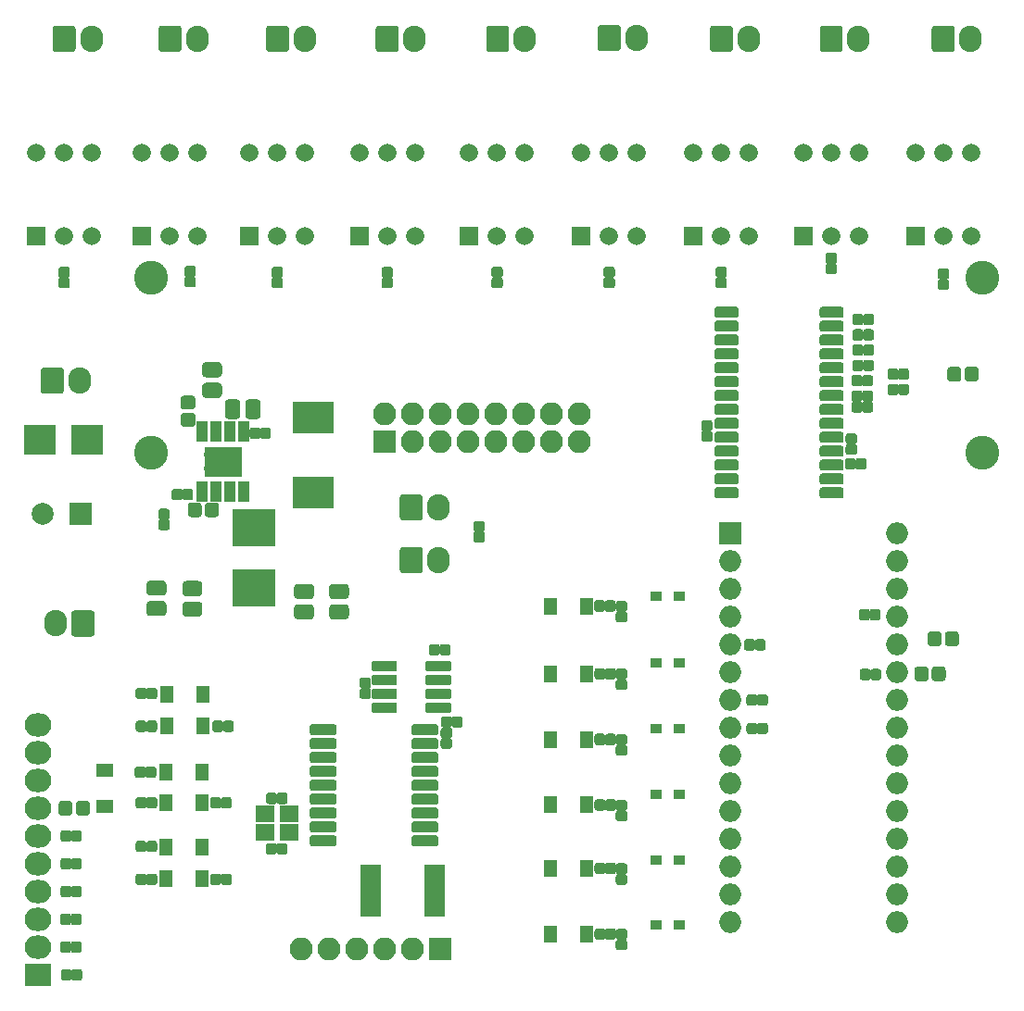
<source format=gbr>
G04 #@! TF.GenerationSoftware,KiCad,Pcbnew,5.1.5+dfsg1-2build2*
G04 #@! TF.CreationDate,2021-05-26T19:01:52-04:00*
G04 #@! TF.ProjectId,front_controls,66726f6e-745f-4636-9f6e-74726f6c732e,1*
G04 #@! TF.SameCoordinates,Original*
G04 #@! TF.FileFunction,Soldermask,Top*
G04 #@! TF.FilePolarity,Negative*
%FSLAX46Y46*%
G04 Gerber Fmt 4.6, Leading zero omitted, Abs format (unit mm)*
G04 Created by KiCad (PCBNEW 5.1.5+dfsg1-2build2) date 2021-05-26 19:01:52*
%MOMM*%
%LPD*%
G04 APERTURE LIST*
%ADD10C,0.899999*%
%ADD11R,3.499999X2.800000*%
%ADD12R,0.999999X1.850000*%
%ADD13C,0.100000*%
%ADD14R,3.900000X3.350000*%
%ADD15R,3.700000X2.900000*%
%ADD16R,2.900000X2.700000*%
%ADD17C,2.000000*%
%ADD18R,2.000000X2.000000*%
%ADD19C,3.100000*%
%ADD20O,2.100000X2.400000*%
%ADD21O,2.100000X2.100000*%
%ADD22R,2.100000X2.100000*%
%ADD23R,1.850000X0.850000*%
%ADD24R,1.000000X0.850000*%
%ADD25R,1.800000X1.600000*%
%ADD26O,2.000000X2.000000*%
%ADD27R,1.660000X1.660000*%
%ADD28C,1.660000*%
%ADD29R,1.300000X1.600000*%
%ADD30R,1.600000X1.300000*%
%ADD31R,2.432000X2.127200*%
%ADD32O,2.432000X2.127200*%
G04 APERTURE END LIST*
D10*
X107600000Y-91850001D03*
X108900000Y-91850001D03*
X106300000Y-91850001D03*
X106300000Y-90549999D03*
X108900000Y-90549999D03*
X107600000Y-90549999D03*
D11*
X107600000Y-91200000D03*
D12*
X109505000Y-93924998D03*
X108235000Y-93924998D03*
X106965000Y-93924998D03*
X105695000Y-93924998D03*
X105695000Y-88474999D03*
X106965000Y-88474999D03*
X108235000Y-88474999D03*
X109505000Y-88474999D03*
D13*
G36*
X102496759Y-96476192D02*
G01*
X102520785Y-96479756D01*
X102544345Y-96485657D01*
X102567214Y-96493840D01*
X102589171Y-96504224D01*
X102610004Y-96516711D01*
X102629512Y-96531180D01*
X102647509Y-96547491D01*
X102663820Y-96565488D01*
X102678289Y-96584996D01*
X102690776Y-96605829D01*
X102701160Y-96627786D01*
X102709343Y-96650655D01*
X102715244Y-96674215D01*
X102718808Y-96698241D01*
X102720000Y-96722500D01*
X102720000Y-97217500D01*
X102718808Y-97241759D01*
X102715244Y-97265785D01*
X102709343Y-97289345D01*
X102701160Y-97312214D01*
X102690776Y-97334171D01*
X102678289Y-97355004D01*
X102663820Y-97374512D01*
X102647509Y-97392509D01*
X102629512Y-97408820D01*
X102610004Y-97423289D01*
X102589171Y-97435776D01*
X102567214Y-97446160D01*
X102544345Y-97454343D01*
X102520785Y-97460244D01*
X102496759Y-97463808D01*
X102472500Y-97465000D01*
X101927500Y-97465000D01*
X101903241Y-97463808D01*
X101879215Y-97460244D01*
X101855655Y-97454343D01*
X101832786Y-97446160D01*
X101810829Y-97435776D01*
X101789996Y-97423289D01*
X101770488Y-97408820D01*
X101752491Y-97392509D01*
X101736180Y-97374512D01*
X101721711Y-97355004D01*
X101709224Y-97334171D01*
X101698840Y-97312214D01*
X101690657Y-97289345D01*
X101684756Y-97265785D01*
X101681192Y-97241759D01*
X101680000Y-97217500D01*
X101680000Y-96722500D01*
X101681192Y-96698241D01*
X101684756Y-96674215D01*
X101690657Y-96650655D01*
X101698840Y-96627786D01*
X101709224Y-96605829D01*
X101721711Y-96584996D01*
X101736180Y-96565488D01*
X101752491Y-96547491D01*
X101770488Y-96531180D01*
X101789996Y-96516711D01*
X101810829Y-96504224D01*
X101832786Y-96493840D01*
X101855655Y-96485657D01*
X101879215Y-96479756D01*
X101903241Y-96476192D01*
X101927500Y-96475000D01*
X102472500Y-96475000D01*
X102496759Y-96476192D01*
G37*
G36*
X102496759Y-95506192D02*
G01*
X102520785Y-95509756D01*
X102544345Y-95515657D01*
X102567214Y-95523840D01*
X102589171Y-95534224D01*
X102610004Y-95546711D01*
X102629512Y-95561180D01*
X102647509Y-95577491D01*
X102663820Y-95595488D01*
X102678289Y-95614996D01*
X102690776Y-95635829D01*
X102701160Y-95657786D01*
X102709343Y-95680655D01*
X102715244Y-95704215D01*
X102718808Y-95728241D01*
X102720000Y-95752500D01*
X102720000Y-96247500D01*
X102718808Y-96271759D01*
X102715244Y-96295785D01*
X102709343Y-96319345D01*
X102701160Y-96342214D01*
X102690776Y-96364171D01*
X102678289Y-96385004D01*
X102663820Y-96404512D01*
X102647509Y-96422509D01*
X102629512Y-96438820D01*
X102610004Y-96453289D01*
X102589171Y-96465776D01*
X102567214Y-96476160D01*
X102544345Y-96484343D01*
X102520785Y-96490244D01*
X102496759Y-96493808D01*
X102472500Y-96495000D01*
X101927500Y-96495000D01*
X101903241Y-96493808D01*
X101879215Y-96490244D01*
X101855655Y-96484343D01*
X101832786Y-96476160D01*
X101810829Y-96465776D01*
X101789996Y-96453289D01*
X101770488Y-96438820D01*
X101752491Y-96422509D01*
X101736180Y-96404512D01*
X101721711Y-96385004D01*
X101709224Y-96364171D01*
X101698840Y-96342214D01*
X101690657Y-96319345D01*
X101684756Y-96295785D01*
X101681192Y-96271759D01*
X101680000Y-96247500D01*
X101680000Y-95752500D01*
X101681192Y-95728241D01*
X101684756Y-95704215D01*
X101690657Y-95680655D01*
X101698840Y-95657786D01*
X101709224Y-95635829D01*
X101721711Y-95614996D01*
X101736180Y-95595488D01*
X101752491Y-95577491D01*
X101770488Y-95561180D01*
X101789996Y-95546711D01*
X101810829Y-95534224D01*
X101832786Y-95523840D01*
X101855655Y-95515657D01*
X101879215Y-95509756D01*
X101903241Y-95506192D01*
X101927500Y-95505000D01*
X102472500Y-95505000D01*
X102496759Y-95506192D01*
G37*
G36*
X104641759Y-93681192D02*
G01*
X104665785Y-93684756D01*
X104689345Y-93690657D01*
X104712214Y-93698840D01*
X104734171Y-93709224D01*
X104755004Y-93721711D01*
X104774512Y-93736180D01*
X104792509Y-93752491D01*
X104808820Y-93770488D01*
X104823289Y-93789996D01*
X104835776Y-93810829D01*
X104846160Y-93832786D01*
X104854343Y-93855655D01*
X104860244Y-93879215D01*
X104863808Y-93903241D01*
X104865000Y-93927500D01*
X104865000Y-94472500D01*
X104863808Y-94496759D01*
X104860244Y-94520785D01*
X104854343Y-94544345D01*
X104846160Y-94567214D01*
X104835776Y-94589171D01*
X104823289Y-94610004D01*
X104808820Y-94629512D01*
X104792509Y-94647509D01*
X104774512Y-94663820D01*
X104755004Y-94678289D01*
X104734171Y-94690776D01*
X104712214Y-94701160D01*
X104689345Y-94709343D01*
X104665785Y-94715244D01*
X104641759Y-94718808D01*
X104617500Y-94720000D01*
X104122500Y-94720000D01*
X104098241Y-94718808D01*
X104074215Y-94715244D01*
X104050655Y-94709343D01*
X104027786Y-94701160D01*
X104005829Y-94690776D01*
X103984996Y-94678289D01*
X103965488Y-94663820D01*
X103947491Y-94647509D01*
X103931180Y-94629512D01*
X103916711Y-94610004D01*
X103904224Y-94589171D01*
X103893840Y-94567214D01*
X103885657Y-94544345D01*
X103879756Y-94520785D01*
X103876192Y-94496759D01*
X103875000Y-94472500D01*
X103875000Y-93927500D01*
X103876192Y-93903241D01*
X103879756Y-93879215D01*
X103885657Y-93855655D01*
X103893840Y-93832786D01*
X103904224Y-93810829D01*
X103916711Y-93789996D01*
X103931180Y-93770488D01*
X103947491Y-93752491D01*
X103965488Y-93736180D01*
X103984996Y-93721711D01*
X104005829Y-93709224D01*
X104027786Y-93698840D01*
X104050655Y-93690657D01*
X104074215Y-93684756D01*
X104098241Y-93681192D01*
X104122500Y-93680000D01*
X104617500Y-93680000D01*
X104641759Y-93681192D01*
G37*
G36*
X103671759Y-93681192D02*
G01*
X103695785Y-93684756D01*
X103719345Y-93690657D01*
X103742214Y-93698840D01*
X103764171Y-93709224D01*
X103785004Y-93721711D01*
X103804512Y-93736180D01*
X103822509Y-93752491D01*
X103838820Y-93770488D01*
X103853289Y-93789996D01*
X103865776Y-93810829D01*
X103876160Y-93832786D01*
X103884343Y-93855655D01*
X103890244Y-93879215D01*
X103893808Y-93903241D01*
X103895000Y-93927500D01*
X103895000Y-94472500D01*
X103893808Y-94496759D01*
X103890244Y-94520785D01*
X103884343Y-94544345D01*
X103876160Y-94567214D01*
X103865776Y-94589171D01*
X103853289Y-94610004D01*
X103838820Y-94629512D01*
X103822509Y-94647509D01*
X103804512Y-94663820D01*
X103785004Y-94678289D01*
X103764171Y-94690776D01*
X103742214Y-94701160D01*
X103719345Y-94709343D01*
X103695785Y-94715244D01*
X103671759Y-94718808D01*
X103647500Y-94720000D01*
X103152500Y-94720000D01*
X103128241Y-94718808D01*
X103104215Y-94715244D01*
X103080655Y-94709343D01*
X103057786Y-94701160D01*
X103035829Y-94690776D01*
X103014996Y-94678289D01*
X102995488Y-94663820D01*
X102977491Y-94647509D01*
X102961180Y-94629512D01*
X102946711Y-94610004D01*
X102934224Y-94589171D01*
X102923840Y-94567214D01*
X102915657Y-94544345D01*
X102909756Y-94520785D01*
X102906192Y-94496759D01*
X102905000Y-94472500D01*
X102905000Y-93927500D01*
X102906192Y-93903241D01*
X102909756Y-93879215D01*
X102915657Y-93855655D01*
X102923840Y-93832786D01*
X102934224Y-93810829D01*
X102946711Y-93789996D01*
X102961180Y-93770488D01*
X102977491Y-93752491D01*
X102995488Y-93736180D01*
X103014996Y-93721711D01*
X103035829Y-93709224D01*
X103057786Y-93698840D01*
X103080655Y-93690657D01*
X103104215Y-93684756D01*
X103128241Y-93681192D01*
X103152500Y-93680000D01*
X103647500Y-93680000D01*
X103671759Y-93681192D01*
G37*
G36*
X104787493Y-85164035D02*
G01*
X104818435Y-85168625D01*
X104848778Y-85176225D01*
X104878230Y-85186763D01*
X104906508Y-85200138D01*
X104933338Y-85216219D01*
X104958463Y-85234853D01*
X104981640Y-85255860D01*
X105002647Y-85279037D01*
X105021281Y-85304162D01*
X105037362Y-85330992D01*
X105050737Y-85359270D01*
X105061275Y-85388722D01*
X105068875Y-85419065D01*
X105073465Y-85450007D01*
X105075000Y-85481250D01*
X105075000Y-86118750D01*
X105073465Y-86149993D01*
X105068875Y-86180935D01*
X105061275Y-86211278D01*
X105050737Y-86240730D01*
X105037362Y-86269008D01*
X105021281Y-86295838D01*
X105002647Y-86320963D01*
X104981640Y-86344140D01*
X104958463Y-86365147D01*
X104933338Y-86383781D01*
X104906508Y-86399862D01*
X104878230Y-86413237D01*
X104848778Y-86423775D01*
X104818435Y-86431375D01*
X104787493Y-86435965D01*
X104756250Y-86437500D01*
X104043750Y-86437500D01*
X104012507Y-86435965D01*
X103981565Y-86431375D01*
X103951222Y-86423775D01*
X103921770Y-86413237D01*
X103893492Y-86399862D01*
X103866662Y-86383781D01*
X103841537Y-86365147D01*
X103818360Y-86344140D01*
X103797353Y-86320963D01*
X103778719Y-86295838D01*
X103762638Y-86269008D01*
X103749263Y-86240730D01*
X103738725Y-86211278D01*
X103731125Y-86180935D01*
X103726535Y-86149993D01*
X103725000Y-86118750D01*
X103725000Y-85481250D01*
X103726535Y-85450007D01*
X103731125Y-85419065D01*
X103738725Y-85388722D01*
X103749263Y-85359270D01*
X103762638Y-85330992D01*
X103778719Y-85304162D01*
X103797353Y-85279037D01*
X103818360Y-85255860D01*
X103841537Y-85234853D01*
X103866662Y-85216219D01*
X103893492Y-85200138D01*
X103921770Y-85186763D01*
X103951222Y-85176225D01*
X103981565Y-85168625D01*
X104012507Y-85164035D01*
X104043750Y-85162500D01*
X104756250Y-85162500D01*
X104787493Y-85164035D01*
G37*
G36*
X104787493Y-86739035D02*
G01*
X104818435Y-86743625D01*
X104848778Y-86751225D01*
X104878230Y-86761763D01*
X104906508Y-86775138D01*
X104933338Y-86791219D01*
X104958463Y-86809853D01*
X104981640Y-86830860D01*
X105002647Y-86854037D01*
X105021281Y-86879162D01*
X105037362Y-86905992D01*
X105050737Y-86934270D01*
X105061275Y-86963722D01*
X105068875Y-86994065D01*
X105073465Y-87025007D01*
X105075000Y-87056250D01*
X105075000Y-87693750D01*
X105073465Y-87724993D01*
X105068875Y-87755935D01*
X105061275Y-87786278D01*
X105050737Y-87815730D01*
X105037362Y-87844008D01*
X105021281Y-87870838D01*
X105002647Y-87895963D01*
X104981640Y-87919140D01*
X104958463Y-87940147D01*
X104933338Y-87958781D01*
X104906508Y-87974862D01*
X104878230Y-87988237D01*
X104848778Y-87998775D01*
X104818435Y-88006375D01*
X104787493Y-88010965D01*
X104756250Y-88012500D01*
X104043750Y-88012500D01*
X104012507Y-88010965D01*
X103981565Y-88006375D01*
X103951222Y-87998775D01*
X103921770Y-87988237D01*
X103893492Y-87974862D01*
X103866662Y-87958781D01*
X103841537Y-87940147D01*
X103818360Y-87919140D01*
X103797353Y-87895963D01*
X103778719Y-87870838D01*
X103762638Y-87844008D01*
X103749263Y-87815730D01*
X103738725Y-87786278D01*
X103731125Y-87755935D01*
X103726535Y-87724993D01*
X103725000Y-87693750D01*
X103725000Y-87056250D01*
X103726535Y-87025007D01*
X103731125Y-86994065D01*
X103738725Y-86963722D01*
X103749263Y-86934270D01*
X103762638Y-86905992D01*
X103778719Y-86879162D01*
X103797353Y-86854037D01*
X103818360Y-86830860D01*
X103841537Y-86809853D01*
X103866662Y-86791219D01*
X103893492Y-86775138D01*
X103921770Y-86761763D01*
X103951222Y-86751225D01*
X103981565Y-86743625D01*
X104012507Y-86739035D01*
X104043750Y-86737500D01*
X104756250Y-86737500D01*
X104787493Y-86739035D01*
G37*
G36*
X127186759Y-107881192D02*
G01*
X127210785Y-107884756D01*
X127234345Y-107890657D01*
X127257214Y-107898840D01*
X127279171Y-107909224D01*
X127300004Y-107921711D01*
X127319512Y-107936180D01*
X127337509Y-107952491D01*
X127353820Y-107970488D01*
X127368289Y-107989996D01*
X127380776Y-108010829D01*
X127391160Y-108032786D01*
X127399343Y-108055655D01*
X127405244Y-108079215D01*
X127408808Y-108103241D01*
X127410000Y-108127500D01*
X127410000Y-108672500D01*
X127408808Y-108696759D01*
X127405244Y-108720785D01*
X127399343Y-108744345D01*
X127391160Y-108767214D01*
X127380776Y-108789171D01*
X127368289Y-108810004D01*
X127353820Y-108829512D01*
X127337509Y-108847509D01*
X127319512Y-108863820D01*
X127300004Y-108878289D01*
X127279171Y-108890776D01*
X127257214Y-108901160D01*
X127234345Y-108909343D01*
X127210785Y-108915244D01*
X127186759Y-108918808D01*
X127162500Y-108920000D01*
X126667500Y-108920000D01*
X126643241Y-108918808D01*
X126619215Y-108915244D01*
X126595655Y-108909343D01*
X126572786Y-108901160D01*
X126550829Y-108890776D01*
X126529996Y-108878289D01*
X126510488Y-108863820D01*
X126492491Y-108847509D01*
X126476180Y-108829512D01*
X126461711Y-108810004D01*
X126449224Y-108789171D01*
X126438840Y-108767214D01*
X126430657Y-108744345D01*
X126424756Y-108720785D01*
X126421192Y-108696759D01*
X126420000Y-108672500D01*
X126420000Y-108127500D01*
X126421192Y-108103241D01*
X126424756Y-108079215D01*
X126430657Y-108055655D01*
X126438840Y-108032786D01*
X126449224Y-108010829D01*
X126461711Y-107989996D01*
X126476180Y-107970488D01*
X126492491Y-107952491D01*
X126510488Y-107936180D01*
X126529996Y-107921711D01*
X126550829Y-107909224D01*
X126572786Y-107898840D01*
X126595655Y-107890657D01*
X126619215Y-107884756D01*
X126643241Y-107881192D01*
X126667500Y-107880000D01*
X127162500Y-107880000D01*
X127186759Y-107881192D01*
G37*
G36*
X128156759Y-107881192D02*
G01*
X128180785Y-107884756D01*
X128204345Y-107890657D01*
X128227214Y-107898840D01*
X128249171Y-107909224D01*
X128270004Y-107921711D01*
X128289512Y-107936180D01*
X128307509Y-107952491D01*
X128323820Y-107970488D01*
X128338289Y-107989996D01*
X128350776Y-108010829D01*
X128361160Y-108032786D01*
X128369343Y-108055655D01*
X128375244Y-108079215D01*
X128378808Y-108103241D01*
X128380000Y-108127500D01*
X128380000Y-108672500D01*
X128378808Y-108696759D01*
X128375244Y-108720785D01*
X128369343Y-108744345D01*
X128361160Y-108767214D01*
X128350776Y-108789171D01*
X128338289Y-108810004D01*
X128323820Y-108829512D01*
X128307509Y-108847509D01*
X128289512Y-108863820D01*
X128270004Y-108878289D01*
X128249171Y-108890776D01*
X128227214Y-108901160D01*
X128204345Y-108909343D01*
X128180785Y-108915244D01*
X128156759Y-108918808D01*
X128132500Y-108920000D01*
X127637500Y-108920000D01*
X127613241Y-108918808D01*
X127589215Y-108915244D01*
X127565655Y-108909343D01*
X127542786Y-108901160D01*
X127520829Y-108890776D01*
X127499996Y-108878289D01*
X127480488Y-108863820D01*
X127462491Y-108847509D01*
X127446180Y-108829512D01*
X127431711Y-108810004D01*
X127419224Y-108789171D01*
X127408840Y-108767214D01*
X127400657Y-108744345D01*
X127394756Y-108720785D01*
X127391192Y-108696759D01*
X127390000Y-108672500D01*
X127390000Y-108127500D01*
X127391192Y-108103241D01*
X127394756Y-108079215D01*
X127400657Y-108055655D01*
X127408840Y-108032786D01*
X127419224Y-108010829D01*
X127431711Y-107989996D01*
X127446180Y-107970488D01*
X127462491Y-107952491D01*
X127480488Y-107936180D01*
X127499996Y-107921711D01*
X127520829Y-107909224D01*
X127542786Y-107898840D01*
X127565655Y-107890657D01*
X127589215Y-107884756D01*
X127613241Y-107881192D01*
X127637500Y-107880000D01*
X128132500Y-107880000D01*
X128156759Y-107881192D01*
G37*
D14*
X110400000Y-102725000D03*
X110400000Y-97275000D03*
D15*
X115800000Y-94000000D03*
X115800000Y-87200000D03*
D16*
X90900000Y-89200000D03*
X95200000Y-89200000D03*
D13*
G36*
X118789943Y-102376655D02*
G01*
X118823312Y-102381605D01*
X118856035Y-102389802D01*
X118887797Y-102401166D01*
X118918293Y-102415590D01*
X118947227Y-102432932D01*
X118974323Y-102453028D01*
X118999318Y-102475682D01*
X119021972Y-102500677D01*
X119042068Y-102527773D01*
X119059410Y-102556707D01*
X119073834Y-102587203D01*
X119085198Y-102618965D01*
X119093395Y-102651688D01*
X119098345Y-102685057D01*
X119100000Y-102718750D01*
X119100000Y-103406250D01*
X119098345Y-103439943D01*
X119093395Y-103473312D01*
X119085198Y-103506035D01*
X119073834Y-103537797D01*
X119059410Y-103568293D01*
X119042068Y-103597227D01*
X119021972Y-103624323D01*
X118999318Y-103649318D01*
X118974323Y-103671972D01*
X118947227Y-103692068D01*
X118918293Y-103709410D01*
X118887797Y-103723834D01*
X118856035Y-103735198D01*
X118823312Y-103743395D01*
X118789943Y-103748345D01*
X118756250Y-103750000D01*
X117643750Y-103750000D01*
X117610057Y-103748345D01*
X117576688Y-103743395D01*
X117543965Y-103735198D01*
X117512203Y-103723834D01*
X117481707Y-103709410D01*
X117452773Y-103692068D01*
X117425677Y-103671972D01*
X117400682Y-103649318D01*
X117378028Y-103624323D01*
X117357932Y-103597227D01*
X117340590Y-103568293D01*
X117326166Y-103537797D01*
X117314802Y-103506035D01*
X117306605Y-103473312D01*
X117301655Y-103439943D01*
X117300000Y-103406250D01*
X117300000Y-102718750D01*
X117301655Y-102685057D01*
X117306605Y-102651688D01*
X117314802Y-102618965D01*
X117326166Y-102587203D01*
X117340590Y-102556707D01*
X117357932Y-102527773D01*
X117378028Y-102500677D01*
X117400682Y-102475682D01*
X117425677Y-102453028D01*
X117452773Y-102432932D01*
X117481707Y-102415590D01*
X117512203Y-102401166D01*
X117543965Y-102389802D01*
X117576688Y-102381605D01*
X117610057Y-102376655D01*
X117643750Y-102375000D01*
X118756250Y-102375000D01*
X118789943Y-102376655D01*
G37*
G36*
X118789943Y-104251655D02*
G01*
X118823312Y-104256605D01*
X118856035Y-104264802D01*
X118887797Y-104276166D01*
X118918293Y-104290590D01*
X118947227Y-104307932D01*
X118974323Y-104328028D01*
X118999318Y-104350682D01*
X119021972Y-104375677D01*
X119042068Y-104402773D01*
X119059410Y-104431707D01*
X119073834Y-104462203D01*
X119085198Y-104493965D01*
X119093395Y-104526688D01*
X119098345Y-104560057D01*
X119100000Y-104593750D01*
X119100000Y-105281250D01*
X119098345Y-105314943D01*
X119093395Y-105348312D01*
X119085198Y-105381035D01*
X119073834Y-105412797D01*
X119059410Y-105443293D01*
X119042068Y-105472227D01*
X119021972Y-105499323D01*
X118999318Y-105524318D01*
X118974323Y-105546972D01*
X118947227Y-105567068D01*
X118918293Y-105584410D01*
X118887797Y-105598834D01*
X118856035Y-105610198D01*
X118823312Y-105618395D01*
X118789943Y-105623345D01*
X118756250Y-105625000D01*
X117643750Y-105625000D01*
X117610057Y-105623345D01*
X117576688Y-105618395D01*
X117543965Y-105610198D01*
X117512203Y-105598834D01*
X117481707Y-105584410D01*
X117452773Y-105567068D01*
X117425677Y-105546972D01*
X117400682Y-105524318D01*
X117378028Y-105499323D01*
X117357932Y-105472227D01*
X117340590Y-105443293D01*
X117326166Y-105412797D01*
X117314802Y-105381035D01*
X117306605Y-105348312D01*
X117301655Y-105314943D01*
X117300000Y-105281250D01*
X117300000Y-104593750D01*
X117301655Y-104560057D01*
X117306605Y-104526688D01*
X117314802Y-104493965D01*
X117326166Y-104462203D01*
X117340590Y-104431707D01*
X117357932Y-104402773D01*
X117378028Y-104375677D01*
X117400682Y-104350682D01*
X117425677Y-104328028D01*
X117452773Y-104307932D01*
X117481707Y-104290590D01*
X117512203Y-104276166D01*
X117543965Y-104264802D01*
X117576688Y-104256605D01*
X117610057Y-104251655D01*
X117643750Y-104250000D01*
X118756250Y-104250000D01*
X118789943Y-104251655D01*
G37*
G36*
X115589943Y-102376655D02*
G01*
X115623312Y-102381605D01*
X115656035Y-102389802D01*
X115687797Y-102401166D01*
X115718293Y-102415590D01*
X115747227Y-102432932D01*
X115774323Y-102453028D01*
X115799318Y-102475682D01*
X115821972Y-102500677D01*
X115842068Y-102527773D01*
X115859410Y-102556707D01*
X115873834Y-102587203D01*
X115885198Y-102618965D01*
X115893395Y-102651688D01*
X115898345Y-102685057D01*
X115900000Y-102718750D01*
X115900000Y-103406250D01*
X115898345Y-103439943D01*
X115893395Y-103473312D01*
X115885198Y-103506035D01*
X115873834Y-103537797D01*
X115859410Y-103568293D01*
X115842068Y-103597227D01*
X115821972Y-103624323D01*
X115799318Y-103649318D01*
X115774323Y-103671972D01*
X115747227Y-103692068D01*
X115718293Y-103709410D01*
X115687797Y-103723834D01*
X115656035Y-103735198D01*
X115623312Y-103743395D01*
X115589943Y-103748345D01*
X115556250Y-103750000D01*
X114443750Y-103750000D01*
X114410057Y-103748345D01*
X114376688Y-103743395D01*
X114343965Y-103735198D01*
X114312203Y-103723834D01*
X114281707Y-103709410D01*
X114252773Y-103692068D01*
X114225677Y-103671972D01*
X114200682Y-103649318D01*
X114178028Y-103624323D01*
X114157932Y-103597227D01*
X114140590Y-103568293D01*
X114126166Y-103537797D01*
X114114802Y-103506035D01*
X114106605Y-103473312D01*
X114101655Y-103439943D01*
X114100000Y-103406250D01*
X114100000Y-102718750D01*
X114101655Y-102685057D01*
X114106605Y-102651688D01*
X114114802Y-102618965D01*
X114126166Y-102587203D01*
X114140590Y-102556707D01*
X114157932Y-102527773D01*
X114178028Y-102500677D01*
X114200682Y-102475682D01*
X114225677Y-102453028D01*
X114252773Y-102432932D01*
X114281707Y-102415590D01*
X114312203Y-102401166D01*
X114343965Y-102389802D01*
X114376688Y-102381605D01*
X114410057Y-102376655D01*
X114443750Y-102375000D01*
X115556250Y-102375000D01*
X115589943Y-102376655D01*
G37*
G36*
X115589943Y-104251655D02*
G01*
X115623312Y-104256605D01*
X115656035Y-104264802D01*
X115687797Y-104276166D01*
X115718293Y-104290590D01*
X115747227Y-104307932D01*
X115774323Y-104328028D01*
X115799318Y-104350682D01*
X115821972Y-104375677D01*
X115842068Y-104402773D01*
X115859410Y-104431707D01*
X115873834Y-104462203D01*
X115885198Y-104493965D01*
X115893395Y-104526688D01*
X115898345Y-104560057D01*
X115900000Y-104593750D01*
X115900000Y-105281250D01*
X115898345Y-105314943D01*
X115893395Y-105348312D01*
X115885198Y-105381035D01*
X115873834Y-105412797D01*
X115859410Y-105443293D01*
X115842068Y-105472227D01*
X115821972Y-105499323D01*
X115799318Y-105524318D01*
X115774323Y-105546972D01*
X115747227Y-105567068D01*
X115718293Y-105584410D01*
X115687797Y-105598834D01*
X115656035Y-105610198D01*
X115623312Y-105618395D01*
X115589943Y-105623345D01*
X115556250Y-105625000D01*
X114443750Y-105625000D01*
X114410057Y-105623345D01*
X114376688Y-105618395D01*
X114343965Y-105610198D01*
X114312203Y-105598834D01*
X114281707Y-105584410D01*
X114252773Y-105567068D01*
X114225677Y-105546972D01*
X114200682Y-105524318D01*
X114178028Y-105499323D01*
X114157932Y-105472227D01*
X114140590Y-105443293D01*
X114126166Y-105412797D01*
X114114802Y-105381035D01*
X114106605Y-105348312D01*
X114101655Y-105314943D01*
X114100000Y-105281250D01*
X114100000Y-104593750D01*
X114101655Y-104560057D01*
X114106605Y-104526688D01*
X114114802Y-104493965D01*
X114126166Y-104462203D01*
X114140590Y-104431707D01*
X114157932Y-104402773D01*
X114178028Y-104375677D01*
X114200682Y-104350682D01*
X114225677Y-104328028D01*
X114252773Y-104307932D01*
X114281707Y-104290590D01*
X114312203Y-104276166D01*
X114343965Y-104264802D01*
X114376688Y-104256605D01*
X114410057Y-104251655D01*
X114443750Y-104250000D01*
X115556250Y-104250000D01*
X115589943Y-104251655D01*
G37*
G36*
X105389943Y-102114155D02*
G01*
X105423312Y-102119105D01*
X105456035Y-102127302D01*
X105487797Y-102138666D01*
X105518293Y-102153090D01*
X105547227Y-102170432D01*
X105574323Y-102190528D01*
X105599318Y-102213182D01*
X105621972Y-102238177D01*
X105642068Y-102265273D01*
X105659410Y-102294207D01*
X105673834Y-102324703D01*
X105685198Y-102356465D01*
X105693395Y-102389188D01*
X105698345Y-102422557D01*
X105700000Y-102456250D01*
X105700000Y-103143750D01*
X105698345Y-103177443D01*
X105693395Y-103210812D01*
X105685198Y-103243535D01*
X105673834Y-103275297D01*
X105659410Y-103305793D01*
X105642068Y-103334727D01*
X105621972Y-103361823D01*
X105599318Y-103386818D01*
X105574323Y-103409472D01*
X105547227Y-103429568D01*
X105518293Y-103446910D01*
X105487797Y-103461334D01*
X105456035Y-103472698D01*
X105423312Y-103480895D01*
X105389943Y-103485845D01*
X105356250Y-103487500D01*
X104243750Y-103487500D01*
X104210057Y-103485845D01*
X104176688Y-103480895D01*
X104143965Y-103472698D01*
X104112203Y-103461334D01*
X104081707Y-103446910D01*
X104052773Y-103429568D01*
X104025677Y-103409472D01*
X104000682Y-103386818D01*
X103978028Y-103361823D01*
X103957932Y-103334727D01*
X103940590Y-103305793D01*
X103926166Y-103275297D01*
X103914802Y-103243535D01*
X103906605Y-103210812D01*
X103901655Y-103177443D01*
X103900000Y-103143750D01*
X103900000Y-102456250D01*
X103901655Y-102422557D01*
X103906605Y-102389188D01*
X103914802Y-102356465D01*
X103926166Y-102324703D01*
X103940590Y-102294207D01*
X103957932Y-102265273D01*
X103978028Y-102238177D01*
X104000682Y-102213182D01*
X104025677Y-102190528D01*
X104052773Y-102170432D01*
X104081707Y-102153090D01*
X104112203Y-102138666D01*
X104143965Y-102127302D01*
X104176688Y-102119105D01*
X104210057Y-102114155D01*
X104243750Y-102112500D01*
X105356250Y-102112500D01*
X105389943Y-102114155D01*
G37*
G36*
X105389943Y-103989155D02*
G01*
X105423312Y-103994105D01*
X105456035Y-104002302D01*
X105487797Y-104013666D01*
X105518293Y-104028090D01*
X105547227Y-104045432D01*
X105574323Y-104065528D01*
X105599318Y-104088182D01*
X105621972Y-104113177D01*
X105642068Y-104140273D01*
X105659410Y-104169207D01*
X105673834Y-104199703D01*
X105685198Y-104231465D01*
X105693395Y-104264188D01*
X105698345Y-104297557D01*
X105700000Y-104331250D01*
X105700000Y-105018750D01*
X105698345Y-105052443D01*
X105693395Y-105085812D01*
X105685198Y-105118535D01*
X105673834Y-105150297D01*
X105659410Y-105180793D01*
X105642068Y-105209727D01*
X105621972Y-105236823D01*
X105599318Y-105261818D01*
X105574323Y-105284472D01*
X105547227Y-105304568D01*
X105518293Y-105321910D01*
X105487797Y-105336334D01*
X105456035Y-105347698D01*
X105423312Y-105355895D01*
X105389943Y-105360845D01*
X105356250Y-105362500D01*
X104243750Y-105362500D01*
X104210057Y-105360845D01*
X104176688Y-105355895D01*
X104143965Y-105347698D01*
X104112203Y-105336334D01*
X104081707Y-105321910D01*
X104052773Y-105304568D01*
X104025677Y-105284472D01*
X104000682Y-105261818D01*
X103978028Y-105236823D01*
X103957932Y-105209727D01*
X103940590Y-105180793D01*
X103926166Y-105150297D01*
X103914802Y-105118535D01*
X103906605Y-105085812D01*
X103901655Y-105052443D01*
X103900000Y-105018750D01*
X103900000Y-104331250D01*
X103901655Y-104297557D01*
X103906605Y-104264188D01*
X103914802Y-104231465D01*
X103926166Y-104199703D01*
X103940590Y-104169207D01*
X103957932Y-104140273D01*
X103978028Y-104113177D01*
X104000682Y-104088182D01*
X104025677Y-104065528D01*
X104052773Y-104045432D01*
X104081707Y-104028090D01*
X104112203Y-104013666D01*
X104143965Y-104002302D01*
X104176688Y-103994105D01*
X104210057Y-103989155D01*
X104243750Y-103987500D01*
X105356250Y-103987500D01*
X105389943Y-103989155D01*
G37*
G36*
X102114944Y-102081654D02*
G01*
X102148313Y-102086604D01*
X102181036Y-102094801D01*
X102212798Y-102106165D01*
X102243294Y-102120589D01*
X102272228Y-102137931D01*
X102299324Y-102158027D01*
X102324319Y-102180681D01*
X102346973Y-102205676D01*
X102367069Y-102232772D01*
X102384411Y-102261706D01*
X102398835Y-102292202D01*
X102410199Y-102323964D01*
X102418396Y-102356687D01*
X102423346Y-102390056D01*
X102425001Y-102423749D01*
X102425001Y-103111249D01*
X102423346Y-103144942D01*
X102418396Y-103178311D01*
X102410199Y-103211034D01*
X102398835Y-103242796D01*
X102384411Y-103273292D01*
X102367069Y-103302226D01*
X102346973Y-103329322D01*
X102324319Y-103354317D01*
X102299324Y-103376971D01*
X102272228Y-103397067D01*
X102243294Y-103414409D01*
X102212798Y-103428833D01*
X102181036Y-103440197D01*
X102148313Y-103448394D01*
X102114944Y-103453344D01*
X102081251Y-103454999D01*
X100968751Y-103454999D01*
X100935058Y-103453344D01*
X100901689Y-103448394D01*
X100868966Y-103440197D01*
X100837204Y-103428833D01*
X100806708Y-103414409D01*
X100777774Y-103397067D01*
X100750678Y-103376971D01*
X100725683Y-103354317D01*
X100703029Y-103329322D01*
X100682933Y-103302226D01*
X100665591Y-103273292D01*
X100651167Y-103242796D01*
X100639803Y-103211034D01*
X100631606Y-103178311D01*
X100626656Y-103144942D01*
X100625001Y-103111249D01*
X100625001Y-102423749D01*
X100626656Y-102390056D01*
X100631606Y-102356687D01*
X100639803Y-102323964D01*
X100651167Y-102292202D01*
X100665591Y-102261706D01*
X100682933Y-102232772D01*
X100703029Y-102205676D01*
X100725683Y-102180681D01*
X100750678Y-102158027D01*
X100777774Y-102137931D01*
X100806708Y-102120589D01*
X100837204Y-102106165D01*
X100868966Y-102094801D01*
X100901689Y-102086604D01*
X100935058Y-102081654D01*
X100968751Y-102079999D01*
X102081251Y-102079999D01*
X102114944Y-102081654D01*
G37*
G36*
X102114944Y-103956654D02*
G01*
X102148313Y-103961604D01*
X102181036Y-103969801D01*
X102212798Y-103981165D01*
X102243294Y-103995589D01*
X102272228Y-104012931D01*
X102299324Y-104033027D01*
X102324319Y-104055681D01*
X102346973Y-104080676D01*
X102367069Y-104107772D01*
X102384411Y-104136706D01*
X102398835Y-104167202D01*
X102410199Y-104198964D01*
X102418396Y-104231687D01*
X102423346Y-104265056D01*
X102425001Y-104298749D01*
X102425001Y-104986249D01*
X102423346Y-105019942D01*
X102418396Y-105053311D01*
X102410199Y-105086034D01*
X102398835Y-105117796D01*
X102384411Y-105148292D01*
X102367069Y-105177226D01*
X102346973Y-105204322D01*
X102324319Y-105229317D01*
X102299324Y-105251971D01*
X102272228Y-105272067D01*
X102243294Y-105289409D01*
X102212798Y-105303833D01*
X102181036Y-105315197D01*
X102148313Y-105323394D01*
X102114944Y-105328344D01*
X102081251Y-105329999D01*
X100968751Y-105329999D01*
X100935058Y-105328344D01*
X100901689Y-105323394D01*
X100868966Y-105315197D01*
X100837204Y-105303833D01*
X100806708Y-105289409D01*
X100777774Y-105272067D01*
X100750678Y-105251971D01*
X100725683Y-105229317D01*
X100703029Y-105204322D01*
X100682933Y-105177226D01*
X100665591Y-105148292D01*
X100651167Y-105117796D01*
X100639803Y-105086034D01*
X100631606Y-105053311D01*
X100626656Y-105019942D01*
X100625001Y-104986249D01*
X100625001Y-104298749D01*
X100626656Y-104265056D01*
X100631606Y-104231687D01*
X100639803Y-104198964D01*
X100651167Y-104167202D01*
X100665591Y-104136706D01*
X100682933Y-104107772D01*
X100703029Y-104080676D01*
X100725683Y-104055681D01*
X100750678Y-104033027D01*
X100777774Y-104012931D01*
X100806708Y-103995589D01*
X100837204Y-103981165D01*
X100868966Y-103969801D01*
X100901689Y-103961604D01*
X100935058Y-103956654D01*
X100968751Y-103954999D01*
X102081251Y-103954999D01*
X102114944Y-103956654D01*
G37*
G36*
X107189943Y-83989155D02*
G01*
X107223312Y-83994105D01*
X107256035Y-84002302D01*
X107287797Y-84013666D01*
X107318293Y-84028090D01*
X107347227Y-84045432D01*
X107374323Y-84065528D01*
X107399318Y-84088182D01*
X107421972Y-84113177D01*
X107442068Y-84140273D01*
X107459410Y-84169207D01*
X107473834Y-84199703D01*
X107485198Y-84231465D01*
X107493395Y-84264188D01*
X107498345Y-84297557D01*
X107500000Y-84331250D01*
X107500000Y-85018750D01*
X107498345Y-85052443D01*
X107493395Y-85085812D01*
X107485198Y-85118535D01*
X107473834Y-85150297D01*
X107459410Y-85180793D01*
X107442068Y-85209727D01*
X107421972Y-85236823D01*
X107399318Y-85261818D01*
X107374323Y-85284472D01*
X107347227Y-85304568D01*
X107318293Y-85321910D01*
X107287797Y-85336334D01*
X107256035Y-85347698D01*
X107223312Y-85355895D01*
X107189943Y-85360845D01*
X107156250Y-85362500D01*
X106043750Y-85362500D01*
X106010057Y-85360845D01*
X105976688Y-85355895D01*
X105943965Y-85347698D01*
X105912203Y-85336334D01*
X105881707Y-85321910D01*
X105852773Y-85304568D01*
X105825677Y-85284472D01*
X105800682Y-85261818D01*
X105778028Y-85236823D01*
X105757932Y-85209727D01*
X105740590Y-85180793D01*
X105726166Y-85150297D01*
X105714802Y-85118535D01*
X105706605Y-85085812D01*
X105701655Y-85052443D01*
X105700000Y-85018750D01*
X105700000Y-84331250D01*
X105701655Y-84297557D01*
X105706605Y-84264188D01*
X105714802Y-84231465D01*
X105726166Y-84199703D01*
X105740590Y-84169207D01*
X105757932Y-84140273D01*
X105778028Y-84113177D01*
X105800682Y-84088182D01*
X105825677Y-84065528D01*
X105852773Y-84045432D01*
X105881707Y-84028090D01*
X105912203Y-84013666D01*
X105943965Y-84002302D01*
X105976688Y-83994105D01*
X106010057Y-83989155D01*
X106043750Y-83987500D01*
X107156250Y-83987500D01*
X107189943Y-83989155D01*
G37*
G36*
X107189943Y-82114155D02*
G01*
X107223312Y-82119105D01*
X107256035Y-82127302D01*
X107287797Y-82138666D01*
X107318293Y-82153090D01*
X107347227Y-82170432D01*
X107374323Y-82190528D01*
X107399318Y-82213182D01*
X107421972Y-82238177D01*
X107442068Y-82265273D01*
X107459410Y-82294207D01*
X107473834Y-82324703D01*
X107485198Y-82356465D01*
X107493395Y-82389188D01*
X107498345Y-82422557D01*
X107500000Y-82456250D01*
X107500000Y-83143750D01*
X107498345Y-83177443D01*
X107493395Y-83210812D01*
X107485198Y-83243535D01*
X107473834Y-83275297D01*
X107459410Y-83305793D01*
X107442068Y-83334727D01*
X107421972Y-83361823D01*
X107399318Y-83386818D01*
X107374323Y-83409472D01*
X107347227Y-83429568D01*
X107318293Y-83446910D01*
X107287797Y-83461334D01*
X107256035Y-83472698D01*
X107223312Y-83480895D01*
X107189943Y-83485845D01*
X107156250Y-83487500D01*
X106043750Y-83487500D01*
X106010057Y-83485845D01*
X105976688Y-83480895D01*
X105943965Y-83472698D01*
X105912203Y-83461334D01*
X105881707Y-83446910D01*
X105852773Y-83429568D01*
X105825677Y-83409472D01*
X105800682Y-83386818D01*
X105778028Y-83361823D01*
X105757932Y-83334727D01*
X105740590Y-83305793D01*
X105726166Y-83275297D01*
X105714802Y-83243535D01*
X105706605Y-83210812D01*
X105701655Y-83177443D01*
X105700000Y-83143750D01*
X105700000Y-82456250D01*
X105701655Y-82422557D01*
X105706605Y-82389188D01*
X105714802Y-82356465D01*
X105726166Y-82324703D01*
X105740590Y-82294207D01*
X105757932Y-82265273D01*
X105778028Y-82238177D01*
X105800682Y-82213182D01*
X105825677Y-82190528D01*
X105852773Y-82170432D01*
X105881707Y-82153090D01*
X105912203Y-82138666D01*
X105943965Y-82127302D01*
X105976688Y-82119105D01*
X106010057Y-82114155D01*
X106043750Y-82112500D01*
X107156250Y-82112500D01*
X107189943Y-82114155D01*
G37*
G36*
X108839943Y-85501655D02*
G01*
X108873312Y-85506605D01*
X108906035Y-85514802D01*
X108937797Y-85526166D01*
X108968293Y-85540590D01*
X108997227Y-85557932D01*
X109024323Y-85578028D01*
X109049318Y-85600682D01*
X109071972Y-85625677D01*
X109092068Y-85652773D01*
X109109410Y-85681707D01*
X109123834Y-85712203D01*
X109135198Y-85743965D01*
X109143395Y-85776688D01*
X109148345Y-85810057D01*
X109150000Y-85843750D01*
X109150000Y-86956250D01*
X109148345Y-86989943D01*
X109143395Y-87023312D01*
X109135198Y-87056035D01*
X109123834Y-87087797D01*
X109109410Y-87118293D01*
X109092068Y-87147227D01*
X109071972Y-87174323D01*
X109049318Y-87199318D01*
X109024323Y-87221972D01*
X108997227Y-87242068D01*
X108968293Y-87259410D01*
X108937797Y-87273834D01*
X108906035Y-87285198D01*
X108873312Y-87293395D01*
X108839943Y-87298345D01*
X108806250Y-87300000D01*
X108118750Y-87300000D01*
X108085057Y-87298345D01*
X108051688Y-87293395D01*
X108018965Y-87285198D01*
X107987203Y-87273834D01*
X107956707Y-87259410D01*
X107927773Y-87242068D01*
X107900677Y-87221972D01*
X107875682Y-87199318D01*
X107853028Y-87174323D01*
X107832932Y-87147227D01*
X107815590Y-87118293D01*
X107801166Y-87087797D01*
X107789802Y-87056035D01*
X107781605Y-87023312D01*
X107776655Y-86989943D01*
X107775000Y-86956250D01*
X107775000Y-85843750D01*
X107776655Y-85810057D01*
X107781605Y-85776688D01*
X107789802Y-85743965D01*
X107801166Y-85712203D01*
X107815590Y-85681707D01*
X107832932Y-85652773D01*
X107853028Y-85625677D01*
X107875682Y-85600682D01*
X107900677Y-85578028D01*
X107927773Y-85557932D01*
X107956707Y-85540590D01*
X107987203Y-85526166D01*
X108018965Y-85514802D01*
X108051688Y-85506605D01*
X108085057Y-85501655D01*
X108118750Y-85500000D01*
X108806250Y-85500000D01*
X108839943Y-85501655D01*
G37*
G36*
X110714943Y-85501655D02*
G01*
X110748312Y-85506605D01*
X110781035Y-85514802D01*
X110812797Y-85526166D01*
X110843293Y-85540590D01*
X110872227Y-85557932D01*
X110899323Y-85578028D01*
X110924318Y-85600682D01*
X110946972Y-85625677D01*
X110967068Y-85652773D01*
X110984410Y-85681707D01*
X110998834Y-85712203D01*
X111010198Y-85743965D01*
X111018395Y-85776688D01*
X111023345Y-85810057D01*
X111025000Y-85843750D01*
X111025000Y-86956250D01*
X111023345Y-86989943D01*
X111018395Y-87023312D01*
X111010198Y-87056035D01*
X110998834Y-87087797D01*
X110984410Y-87118293D01*
X110967068Y-87147227D01*
X110946972Y-87174323D01*
X110924318Y-87199318D01*
X110899323Y-87221972D01*
X110872227Y-87242068D01*
X110843293Y-87259410D01*
X110812797Y-87273834D01*
X110781035Y-87285198D01*
X110748312Y-87293395D01*
X110714943Y-87298345D01*
X110681250Y-87300000D01*
X109993750Y-87300000D01*
X109960057Y-87298345D01*
X109926688Y-87293395D01*
X109893965Y-87285198D01*
X109862203Y-87273834D01*
X109831707Y-87259410D01*
X109802773Y-87242068D01*
X109775677Y-87221972D01*
X109750682Y-87199318D01*
X109728028Y-87174323D01*
X109707932Y-87147227D01*
X109690590Y-87118293D01*
X109676166Y-87087797D01*
X109664802Y-87056035D01*
X109656605Y-87023312D01*
X109651655Y-86989943D01*
X109650000Y-86956250D01*
X109650000Y-85843750D01*
X109651655Y-85810057D01*
X109656605Y-85776688D01*
X109664802Y-85743965D01*
X109676166Y-85712203D01*
X109690590Y-85681707D01*
X109707932Y-85652773D01*
X109728028Y-85625677D01*
X109750682Y-85600682D01*
X109775677Y-85578028D01*
X109802773Y-85557932D01*
X109831707Y-85540590D01*
X109862203Y-85526166D01*
X109893965Y-85514802D01*
X109926688Y-85506605D01*
X109960057Y-85501655D01*
X109993750Y-85500000D01*
X110681250Y-85500000D01*
X110714943Y-85501655D01*
G37*
G36*
X111756759Y-88081192D02*
G01*
X111780785Y-88084756D01*
X111804345Y-88090657D01*
X111827214Y-88098840D01*
X111849171Y-88109224D01*
X111870004Y-88121711D01*
X111889512Y-88136180D01*
X111907509Y-88152491D01*
X111923820Y-88170488D01*
X111938289Y-88189996D01*
X111950776Y-88210829D01*
X111961160Y-88232786D01*
X111969343Y-88255655D01*
X111975244Y-88279215D01*
X111978808Y-88303241D01*
X111980000Y-88327500D01*
X111980000Y-88872500D01*
X111978808Y-88896759D01*
X111975244Y-88920785D01*
X111969343Y-88944345D01*
X111961160Y-88967214D01*
X111950776Y-88989171D01*
X111938289Y-89010004D01*
X111923820Y-89029512D01*
X111907509Y-89047509D01*
X111889512Y-89063820D01*
X111870004Y-89078289D01*
X111849171Y-89090776D01*
X111827214Y-89101160D01*
X111804345Y-89109343D01*
X111780785Y-89115244D01*
X111756759Y-89118808D01*
X111732500Y-89120000D01*
X111237500Y-89120000D01*
X111213241Y-89118808D01*
X111189215Y-89115244D01*
X111165655Y-89109343D01*
X111142786Y-89101160D01*
X111120829Y-89090776D01*
X111099996Y-89078289D01*
X111080488Y-89063820D01*
X111062491Y-89047509D01*
X111046180Y-89029512D01*
X111031711Y-89010004D01*
X111019224Y-88989171D01*
X111008840Y-88967214D01*
X111000657Y-88944345D01*
X110994756Y-88920785D01*
X110991192Y-88896759D01*
X110990000Y-88872500D01*
X110990000Y-88327500D01*
X110991192Y-88303241D01*
X110994756Y-88279215D01*
X111000657Y-88255655D01*
X111008840Y-88232786D01*
X111019224Y-88210829D01*
X111031711Y-88189996D01*
X111046180Y-88170488D01*
X111062491Y-88152491D01*
X111080488Y-88136180D01*
X111099996Y-88121711D01*
X111120829Y-88109224D01*
X111142786Y-88098840D01*
X111165655Y-88090657D01*
X111189215Y-88084756D01*
X111213241Y-88081192D01*
X111237500Y-88080000D01*
X111732500Y-88080000D01*
X111756759Y-88081192D01*
G37*
G36*
X110786759Y-88081192D02*
G01*
X110810785Y-88084756D01*
X110834345Y-88090657D01*
X110857214Y-88098840D01*
X110879171Y-88109224D01*
X110900004Y-88121711D01*
X110919512Y-88136180D01*
X110937509Y-88152491D01*
X110953820Y-88170488D01*
X110968289Y-88189996D01*
X110980776Y-88210829D01*
X110991160Y-88232786D01*
X110999343Y-88255655D01*
X111005244Y-88279215D01*
X111008808Y-88303241D01*
X111010000Y-88327500D01*
X111010000Y-88872500D01*
X111008808Y-88896759D01*
X111005244Y-88920785D01*
X110999343Y-88944345D01*
X110991160Y-88967214D01*
X110980776Y-88989171D01*
X110968289Y-89010004D01*
X110953820Y-89029512D01*
X110937509Y-89047509D01*
X110919512Y-89063820D01*
X110900004Y-89078289D01*
X110879171Y-89090776D01*
X110857214Y-89101160D01*
X110834345Y-89109343D01*
X110810785Y-89115244D01*
X110786759Y-89118808D01*
X110762500Y-89120000D01*
X110267500Y-89120000D01*
X110243241Y-89118808D01*
X110219215Y-89115244D01*
X110195655Y-89109343D01*
X110172786Y-89101160D01*
X110150829Y-89090776D01*
X110129996Y-89078289D01*
X110110488Y-89063820D01*
X110092491Y-89047509D01*
X110076180Y-89029512D01*
X110061711Y-89010004D01*
X110049224Y-88989171D01*
X110038840Y-88967214D01*
X110030657Y-88944345D01*
X110024756Y-88920785D01*
X110021192Y-88896759D01*
X110020000Y-88872500D01*
X110020000Y-88327500D01*
X110021192Y-88303241D01*
X110024756Y-88279215D01*
X110030657Y-88255655D01*
X110038840Y-88232786D01*
X110049224Y-88210829D01*
X110061711Y-88189996D01*
X110076180Y-88170488D01*
X110092491Y-88152491D01*
X110110488Y-88136180D01*
X110129996Y-88121711D01*
X110150829Y-88109224D01*
X110172786Y-88098840D01*
X110195655Y-88090657D01*
X110219215Y-88084756D01*
X110243241Y-88081192D01*
X110267500Y-88080000D01*
X110762500Y-88080000D01*
X110786759Y-88081192D01*
G37*
G36*
X105362493Y-94926535D02*
G01*
X105393435Y-94931125D01*
X105423778Y-94938725D01*
X105453230Y-94949263D01*
X105481508Y-94962638D01*
X105508338Y-94978719D01*
X105533463Y-94997353D01*
X105556640Y-95018360D01*
X105577647Y-95041537D01*
X105596281Y-95066662D01*
X105612362Y-95093492D01*
X105625737Y-95121770D01*
X105636275Y-95151222D01*
X105643875Y-95181565D01*
X105648465Y-95212507D01*
X105650000Y-95243750D01*
X105650000Y-95956250D01*
X105648465Y-95987493D01*
X105643875Y-96018435D01*
X105636275Y-96048778D01*
X105625737Y-96078230D01*
X105612362Y-96106508D01*
X105596281Y-96133338D01*
X105577647Y-96158463D01*
X105556640Y-96181640D01*
X105533463Y-96202647D01*
X105508338Y-96221281D01*
X105481508Y-96237362D01*
X105453230Y-96250737D01*
X105423778Y-96261275D01*
X105393435Y-96268875D01*
X105362493Y-96273465D01*
X105331250Y-96275000D01*
X104693750Y-96275000D01*
X104662507Y-96273465D01*
X104631565Y-96268875D01*
X104601222Y-96261275D01*
X104571770Y-96250737D01*
X104543492Y-96237362D01*
X104516662Y-96221281D01*
X104491537Y-96202647D01*
X104468360Y-96181640D01*
X104447353Y-96158463D01*
X104428719Y-96133338D01*
X104412638Y-96106508D01*
X104399263Y-96078230D01*
X104388725Y-96048778D01*
X104381125Y-96018435D01*
X104376535Y-95987493D01*
X104375000Y-95956250D01*
X104375000Y-95243750D01*
X104376535Y-95212507D01*
X104381125Y-95181565D01*
X104388725Y-95151222D01*
X104399263Y-95121770D01*
X104412638Y-95093492D01*
X104428719Y-95066662D01*
X104447353Y-95041537D01*
X104468360Y-95018360D01*
X104491537Y-94997353D01*
X104516662Y-94978719D01*
X104543492Y-94962638D01*
X104571770Y-94949263D01*
X104601222Y-94938725D01*
X104631565Y-94931125D01*
X104662507Y-94926535D01*
X104693750Y-94925000D01*
X105331250Y-94925000D01*
X105362493Y-94926535D01*
G37*
G36*
X106937493Y-94926535D02*
G01*
X106968435Y-94931125D01*
X106998778Y-94938725D01*
X107028230Y-94949263D01*
X107056508Y-94962638D01*
X107083338Y-94978719D01*
X107108463Y-94997353D01*
X107131640Y-95018360D01*
X107152647Y-95041537D01*
X107171281Y-95066662D01*
X107187362Y-95093492D01*
X107200737Y-95121770D01*
X107211275Y-95151222D01*
X107218875Y-95181565D01*
X107223465Y-95212507D01*
X107225000Y-95243750D01*
X107225000Y-95956250D01*
X107223465Y-95987493D01*
X107218875Y-96018435D01*
X107211275Y-96048778D01*
X107200737Y-96078230D01*
X107187362Y-96106508D01*
X107171281Y-96133338D01*
X107152647Y-96158463D01*
X107131640Y-96181640D01*
X107108463Y-96202647D01*
X107083338Y-96221281D01*
X107056508Y-96237362D01*
X107028230Y-96250737D01*
X106998778Y-96261275D01*
X106968435Y-96268875D01*
X106937493Y-96273465D01*
X106906250Y-96275000D01*
X106268750Y-96275000D01*
X106237507Y-96273465D01*
X106206565Y-96268875D01*
X106176222Y-96261275D01*
X106146770Y-96250737D01*
X106118492Y-96237362D01*
X106091662Y-96221281D01*
X106066537Y-96202647D01*
X106043360Y-96181640D01*
X106022353Y-96158463D01*
X106003719Y-96133338D01*
X105987638Y-96106508D01*
X105974263Y-96078230D01*
X105963725Y-96048778D01*
X105956125Y-96018435D01*
X105951535Y-95987493D01*
X105950000Y-95956250D01*
X105950000Y-95243750D01*
X105951535Y-95212507D01*
X105956125Y-95181565D01*
X105963725Y-95151222D01*
X105974263Y-95121770D01*
X105987638Y-95093492D01*
X106003719Y-95066662D01*
X106022353Y-95041537D01*
X106043360Y-95018360D01*
X106066537Y-94997353D01*
X106091662Y-94978719D01*
X106118492Y-94962638D01*
X106146770Y-94949263D01*
X106176222Y-94938725D01*
X106206565Y-94931125D01*
X106237507Y-94926535D01*
X106268750Y-94925000D01*
X106906250Y-94925000D01*
X106937493Y-94926535D01*
G37*
D17*
X91100000Y-96000000D03*
D18*
X94600000Y-96000000D03*
D19*
X101000000Y-90400000D03*
X177000000Y-90400000D03*
X177000000Y-74400000D03*
X101000000Y-74400000D03*
D13*
G36*
X131296759Y-96621192D02*
G01*
X131320785Y-96624756D01*
X131344345Y-96630657D01*
X131367214Y-96638840D01*
X131389171Y-96649224D01*
X131410004Y-96661711D01*
X131429512Y-96676180D01*
X131447509Y-96692491D01*
X131463820Y-96710488D01*
X131478289Y-96729996D01*
X131490776Y-96750829D01*
X131501160Y-96772786D01*
X131509343Y-96795655D01*
X131515244Y-96819215D01*
X131518808Y-96843241D01*
X131520000Y-96867500D01*
X131520000Y-97362500D01*
X131518808Y-97386759D01*
X131515244Y-97410785D01*
X131509343Y-97434345D01*
X131501160Y-97457214D01*
X131490776Y-97479171D01*
X131478289Y-97500004D01*
X131463820Y-97519512D01*
X131447509Y-97537509D01*
X131429512Y-97553820D01*
X131410004Y-97568289D01*
X131389171Y-97580776D01*
X131367214Y-97591160D01*
X131344345Y-97599343D01*
X131320785Y-97605244D01*
X131296759Y-97608808D01*
X131272500Y-97610000D01*
X130727500Y-97610000D01*
X130703241Y-97608808D01*
X130679215Y-97605244D01*
X130655655Y-97599343D01*
X130632786Y-97591160D01*
X130610829Y-97580776D01*
X130589996Y-97568289D01*
X130570488Y-97553820D01*
X130552491Y-97537509D01*
X130536180Y-97519512D01*
X130521711Y-97500004D01*
X130509224Y-97479171D01*
X130498840Y-97457214D01*
X130490657Y-97434345D01*
X130484756Y-97410785D01*
X130481192Y-97386759D01*
X130480000Y-97362500D01*
X130480000Y-96867500D01*
X130481192Y-96843241D01*
X130484756Y-96819215D01*
X130490657Y-96795655D01*
X130498840Y-96772786D01*
X130509224Y-96750829D01*
X130521711Y-96729996D01*
X130536180Y-96710488D01*
X130552491Y-96692491D01*
X130570488Y-96676180D01*
X130589996Y-96661711D01*
X130610829Y-96649224D01*
X130632786Y-96638840D01*
X130655655Y-96630657D01*
X130679215Y-96624756D01*
X130703241Y-96621192D01*
X130727500Y-96620000D01*
X131272500Y-96620000D01*
X131296759Y-96621192D01*
G37*
G36*
X131296759Y-97591192D02*
G01*
X131320785Y-97594756D01*
X131344345Y-97600657D01*
X131367214Y-97608840D01*
X131389171Y-97619224D01*
X131410004Y-97631711D01*
X131429512Y-97646180D01*
X131447509Y-97662491D01*
X131463820Y-97680488D01*
X131478289Y-97699996D01*
X131490776Y-97720829D01*
X131501160Y-97742786D01*
X131509343Y-97765655D01*
X131515244Y-97789215D01*
X131518808Y-97813241D01*
X131520000Y-97837500D01*
X131520000Y-98332500D01*
X131518808Y-98356759D01*
X131515244Y-98380785D01*
X131509343Y-98404345D01*
X131501160Y-98427214D01*
X131490776Y-98449171D01*
X131478289Y-98470004D01*
X131463820Y-98489512D01*
X131447509Y-98507509D01*
X131429512Y-98523820D01*
X131410004Y-98538289D01*
X131389171Y-98550776D01*
X131367214Y-98561160D01*
X131344345Y-98569343D01*
X131320785Y-98575244D01*
X131296759Y-98578808D01*
X131272500Y-98580000D01*
X130727500Y-98580000D01*
X130703241Y-98578808D01*
X130679215Y-98575244D01*
X130655655Y-98569343D01*
X130632786Y-98561160D01*
X130610829Y-98550776D01*
X130589996Y-98538289D01*
X130570488Y-98523820D01*
X130552491Y-98507509D01*
X130536180Y-98489512D01*
X130521711Y-98470004D01*
X130509224Y-98449171D01*
X130498840Y-98427214D01*
X130490657Y-98404345D01*
X130484756Y-98380785D01*
X130481192Y-98356759D01*
X130480000Y-98332500D01*
X130480000Y-97837500D01*
X130481192Y-97813241D01*
X130484756Y-97789215D01*
X130490657Y-97765655D01*
X130498840Y-97742786D01*
X130509224Y-97720829D01*
X130521711Y-97699996D01*
X130536180Y-97680488D01*
X130552491Y-97662491D01*
X130570488Y-97646180D01*
X130589996Y-97631711D01*
X130610829Y-97619224D01*
X130632786Y-97608840D01*
X130655655Y-97600657D01*
X130679215Y-97594756D01*
X130703241Y-97591192D01*
X130727500Y-97590000D01*
X131272500Y-97590000D01*
X131296759Y-97591192D01*
G37*
D20*
X92300000Y-106000000D03*
D13*
G36*
X95571447Y-104801487D02*
G01*
X95601425Y-104805934D01*
X95630824Y-104813298D01*
X95659358Y-104823508D01*
X95686755Y-104836465D01*
X95712750Y-104852046D01*
X95737092Y-104870100D01*
X95759548Y-104890452D01*
X95779900Y-104912908D01*
X95797954Y-104937250D01*
X95813535Y-104963245D01*
X95826492Y-104990642D01*
X95836702Y-105019176D01*
X95844066Y-105048575D01*
X95848513Y-105078553D01*
X95850000Y-105108823D01*
X95850000Y-106891177D01*
X95848513Y-106921447D01*
X95844066Y-106951425D01*
X95836702Y-106980824D01*
X95826492Y-107009358D01*
X95813535Y-107036755D01*
X95797954Y-107062750D01*
X95779900Y-107087092D01*
X95759548Y-107109548D01*
X95737092Y-107129900D01*
X95712750Y-107147954D01*
X95686755Y-107163535D01*
X95659358Y-107176492D01*
X95630824Y-107186702D01*
X95601425Y-107194066D01*
X95571447Y-107198513D01*
X95541177Y-107200000D01*
X94058823Y-107200000D01*
X94028553Y-107198513D01*
X93998575Y-107194066D01*
X93969176Y-107186702D01*
X93940642Y-107176492D01*
X93913245Y-107163535D01*
X93887250Y-107147954D01*
X93862908Y-107129900D01*
X93840452Y-107109548D01*
X93820100Y-107087092D01*
X93802046Y-107062750D01*
X93786465Y-107036755D01*
X93773508Y-107009358D01*
X93763298Y-106980824D01*
X93755934Y-106951425D01*
X93751487Y-106921447D01*
X93750000Y-106891177D01*
X93750000Y-105108823D01*
X93751487Y-105078553D01*
X93755934Y-105048575D01*
X93763298Y-105019176D01*
X93773508Y-104990642D01*
X93786465Y-104963245D01*
X93802046Y-104937250D01*
X93820100Y-104912908D01*
X93840452Y-104890452D01*
X93862908Y-104870100D01*
X93887250Y-104852046D01*
X93913245Y-104836465D01*
X93940642Y-104823508D01*
X93969176Y-104813298D01*
X93998575Y-104805934D01*
X94028553Y-104801487D01*
X94058823Y-104800000D01*
X95541177Y-104800000D01*
X95571447Y-104801487D01*
G37*
D20*
X94500000Y-83800000D03*
D13*
G36*
X92771447Y-82601487D02*
G01*
X92801425Y-82605934D01*
X92830824Y-82613298D01*
X92859358Y-82623508D01*
X92886755Y-82636465D01*
X92912750Y-82652046D01*
X92937092Y-82670100D01*
X92959548Y-82690452D01*
X92979900Y-82712908D01*
X92997954Y-82737250D01*
X93013535Y-82763245D01*
X93026492Y-82790642D01*
X93036702Y-82819176D01*
X93044066Y-82848575D01*
X93048513Y-82878553D01*
X93050000Y-82908823D01*
X93050000Y-84691177D01*
X93048513Y-84721447D01*
X93044066Y-84751425D01*
X93036702Y-84780824D01*
X93026492Y-84809358D01*
X93013535Y-84836755D01*
X92997954Y-84862750D01*
X92979900Y-84887092D01*
X92959548Y-84909548D01*
X92937092Y-84929900D01*
X92912750Y-84947954D01*
X92886755Y-84963535D01*
X92859358Y-84976492D01*
X92830824Y-84986702D01*
X92801425Y-84994066D01*
X92771447Y-84998513D01*
X92741177Y-85000000D01*
X91258823Y-85000000D01*
X91228553Y-84998513D01*
X91198575Y-84994066D01*
X91169176Y-84986702D01*
X91140642Y-84976492D01*
X91113245Y-84963535D01*
X91087250Y-84947954D01*
X91062908Y-84929900D01*
X91040452Y-84909548D01*
X91020100Y-84887092D01*
X91002046Y-84862750D01*
X90986465Y-84836755D01*
X90973508Y-84809358D01*
X90963298Y-84780824D01*
X90955934Y-84751425D01*
X90951487Y-84721447D01*
X90950000Y-84691177D01*
X90950000Y-82908823D01*
X90951487Y-82878553D01*
X90955934Y-82848575D01*
X90963298Y-82819176D01*
X90973508Y-82790642D01*
X90986465Y-82763245D01*
X91002046Y-82737250D01*
X91020100Y-82712908D01*
X91040452Y-82690452D01*
X91062908Y-82670100D01*
X91087250Y-82652046D01*
X91113245Y-82636465D01*
X91140642Y-82623508D01*
X91169176Y-82613298D01*
X91198575Y-82605934D01*
X91228553Y-82601487D01*
X91258823Y-82600000D01*
X92741177Y-82600000D01*
X92771447Y-82601487D01*
G37*
D20*
X127300000Y-95400000D03*
D13*
G36*
X125571447Y-94201487D02*
G01*
X125601425Y-94205934D01*
X125630824Y-94213298D01*
X125659358Y-94223508D01*
X125686755Y-94236465D01*
X125712750Y-94252046D01*
X125737092Y-94270100D01*
X125759548Y-94290452D01*
X125779900Y-94312908D01*
X125797954Y-94337250D01*
X125813535Y-94363245D01*
X125826492Y-94390642D01*
X125836702Y-94419176D01*
X125844066Y-94448575D01*
X125848513Y-94478553D01*
X125850000Y-94508823D01*
X125850000Y-96291177D01*
X125848513Y-96321447D01*
X125844066Y-96351425D01*
X125836702Y-96380824D01*
X125826492Y-96409358D01*
X125813535Y-96436755D01*
X125797954Y-96462750D01*
X125779900Y-96487092D01*
X125759548Y-96509548D01*
X125737092Y-96529900D01*
X125712750Y-96547954D01*
X125686755Y-96563535D01*
X125659358Y-96576492D01*
X125630824Y-96586702D01*
X125601425Y-96594066D01*
X125571447Y-96598513D01*
X125541177Y-96600000D01*
X124058823Y-96600000D01*
X124028553Y-96598513D01*
X123998575Y-96594066D01*
X123969176Y-96586702D01*
X123940642Y-96576492D01*
X123913245Y-96563535D01*
X123887250Y-96547954D01*
X123862908Y-96529900D01*
X123840452Y-96509548D01*
X123820100Y-96487092D01*
X123802046Y-96462750D01*
X123786465Y-96436755D01*
X123773508Y-96409358D01*
X123763298Y-96380824D01*
X123755934Y-96351425D01*
X123751487Y-96321447D01*
X123750000Y-96291177D01*
X123750000Y-94508823D01*
X123751487Y-94478553D01*
X123755934Y-94448575D01*
X123763298Y-94419176D01*
X123773508Y-94390642D01*
X123786465Y-94363245D01*
X123802046Y-94337250D01*
X123820100Y-94312908D01*
X123840452Y-94290452D01*
X123862908Y-94270100D01*
X123887250Y-94252046D01*
X123913245Y-94236465D01*
X123940642Y-94223508D01*
X123969176Y-94213298D01*
X123998575Y-94205934D01*
X124028553Y-94201487D01*
X124058823Y-94200000D01*
X125541177Y-94200000D01*
X125571447Y-94201487D01*
G37*
D20*
X127300000Y-100200000D03*
D13*
G36*
X125571447Y-99001487D02*
G01*
X125601425Y-99005934D01*
X125630824Y-99013298D01*
X125659358Y-99023508D01*
X125686755Y-99036465D01*
X125712750Y-99052046D01*
X125737092Y-99070100D01*
X125759548Y-99090452D01*
X125779900Y-99112908D01*
X125797954Y-99137250D01*
X125813535Y-99163245D01*
X125826492Y-99190642D01*
X125836702Y-99219176D01*
X125844066Y-99248575D01*
X125848513Y-99278553D01*
X125850000Y-99308823D01*
X125850000Y-101091177D01*
X125848513Y-101121447D01*
X125844066Y-101151425D01*
X125836702Y-101180824D01*
X125826492Y-101209358D01*
X125813535Y-101236755D01*
X125797954Y-101262750D01*
X125779900Y-101287092D01*
X125759548Y-101309548D01*
X125737092Y-101329900D01*
X125712750Y-101347954D01*
X125686755Y-101363535D01*
X125659358Y-101376492D01*
X125630824Y-101386702D01*
X125601425Y-101394066D01*
X125571447Y-101398513D01*
X125541177Y-101400000D01*
X124058823Y-101400000D01*
X124028553Y-101398513D01*
X123998575Y-101394066D01*
X123969176Y-101386702D01*
X123940642Y-101376492D01*
X123913245Y-101363535D01*
X123887250Y-101347954D01*
X123862908Y-101329900D01*
X123840452Y-101309548D01*
X123820100Y-101287092D01*
X123802046Y-101262750D01*
X123786465Y-101236755D01*
X123773508Y-101209358D01*
X123763298Y-101180824D01*
X123755934Y-101151425D01*
X123751487Y-101121447D01*
X123750000Y-101091177D01*
X123750000Y-99308823D01*
X123751487Y-99278553D01*
X123755934Y-99248575D01*
X123763298Y-99219176D01*
X123773508Y-99190642D01*
X123786465Y-99163245D01*
X123802046Y-99137250D01*
X123820100Y-99112908D01*
X123840452Y-99090452D01*
X123862908Y-99070100D01*
X123887250Y-99052046D01*
X123913245Y-99036465D01*
X123940642Y-99023508D01*
X123969176Y-99013298D01*
X123998575Y-99005934D01*
X124028553Y-99001487D01*
X124058823Y-99000000D01*
X125541177Y-99000000D01*
X125571447Y-99001487D01*
G37*
D21*
X140100000Y-86860000D03*
X140100000Y-89400000D03*
X137560000Y-86860000D03*
X137560000Y-89400000D03*
X135020000Y-86860000D03*
X135020000Y-89400000D03*
X132480000Y-86860000D03*
X132480000Y-89400000D03*
X129940000Y-86860000D03*
X129940000Y-89400000D03*
X127400000Y-86860000D03*
X127400000Y-89400000D03*
X124860000Y-86860000D03*
X124860000Y-89400000D03*
X122320000Y-86860000D03*
D22*
X122320000Y-89400000D03*
D23*
X126950000Y-128450000D03*
X126950000Y-129100000D03*
X126950000Y-129750000D03*
X126950000Y-130400000D03*
X126950000Y-131050000D03*
X126950000Y-131700000D03*
X126950000Y-132350000D03*
X121050000Y-132350000D03*
X121050000Y-131700000D03*
X121050000Y-131050000D03*
X121050000Y-130400000D03*
X121050000Y-129750000D03*
X121050000Y-129100000D03*
X121050000Y-128450000D03*
D13*
G36*
X176337493Y-82526535D02*
G01*
X176368435Y-82531125D01*
X176398778Y-82538725D01*
X176428230Y-82549263D01*
X176456508Y-82562638D01*
X176483338Y-82578719D01*
X176508463Y-82597353D01*
X176531640Y-82618360D01*
X176552647Y-82641537D01*
X176571281Y-82666662D01*
X176587362Y-82693492D01*
X176600737Y-82721770D01*
X176611275Y-82751222D01*
X176618875Y-82781565D01*
X176623465Y-82812507D01*
X176625000Y-82843750D01*
X176625000Y-83556250D01*
X176623465Y-83587493D01*
X176618875Y-83618435D01*
X176611275Y-83648778D01*
X176600737Y-83678230D01*
X176587362Y-83706508D01*
X176571281Y-83733338D01*
X176552647Y-83758463D01*
X176531640Y-83781640D01*
X176508463Y-83802647D01*
X176483338Y-83821281D01*
X176456508Y-83837362D01*
X176428230Y-83850737D01*
X176398778Y-83861275D01*
X176368435Y-83868875D01*
X176337493Y-83873465D01*
X176306250Y-83875000D01*
X175668750Y-83875000D01*
X175637507Y-83873465D01*
X175606565Y-83868875D01*
X175576222Y-83861275D01*
X175546770Y-83850737D01*
X175518492Y-83837362D01*
X175491662Y-83821281D01*
X175466537Y-83802647D01*
X175443360Y-83781640D01*
X175422353Y-83758463D01*
X175403719Y-83733338D01*
X175387638Y-83706508D01*
X175374263Y-83678230D01*
X175363725Y-83648778D01*
X175356125Y-83618435D01*
X175351535Y-83587493D01*
X175350000Y-83556250D01*
X175350000Y-82843750D01*
X175351535Y-82812507D01*
X175356125Y-82781565D01*
X175363725Y-82751222D01*
X175374263Y-82721770D01*
X175387638Y-82693492D01*
X175403719Y-82666662D01*
X175422353Y-82641537D01*
X175443360Y-82618360D01*
X175466537Y-82597353D01*
X175491662Y-82578719D01*
X175518492Y-82562638D01*
X175546770Y-82549263D01*
X175576222Y-82538725D01*
X175606565Y-82531125D01*
X175637507Y-82526535D01*
X175668750Y-82525000D01*
X176306250Y-82525000D01*
X176337493Y-82526535D01*
G37*
G36*
X174762493Y-82526535D02*
G01*
X174793435Y-82531125D01*
X174823778Y-82538725D01*
X174853230Y-82549263D01*
X174881508Y-82562638D01*
X174908338Y-82578719D01*
X174933463Y-82597353D01*
X174956640Y-82618360D01*
X174977647Y-82641537D01*
X174996281Y-82666662D01*
X175012362Y-82693492D01*
X175025737Y-82721770D01*
X175036275Y-82751222D01*
X175043875Y-82781565D01*
X175048465Y-82812507D01*
X175050000Y-82843750D01*
X175050000Y-83556250D01*
X175048465Y-83587493D01*
X175043875Y-83618435D01*
X175036275Y-83648778D01*
X175025737Y-83678230D01*
X175012362Y-83706508D01*
X174996281Y-83733338D01*
X174977647Y-83758463D01*
X174956640Y-83781640D01*
X174933463Y-83802647D01*
X174908338Y-83821281D01*
X174881508Y-83837362D01*
X174853230Y-83850737D01*
X174823778Y-83861275D01*
X174793435Y-83868875D01*
X174762493Y-83873465D01*
X174731250Y-83875000D01*
X174093750Y-83875000D01*
X174062507Y-83873465D01*
X174031565Y-83868875D01*
X174001222Y-83861275D01*
X173971770Y-83850737D01*
X173943492Y-83837362D01*
X173916662Y-83821281D01*
X173891537Y-83802647D01*
X173868360Y-83781640D01*
X173847353Y-83758463D01*
X173828719Y-83733338D01*
X173812638Y-83706508D01*
X173799263Y-83678230D01*
X173788725Y-83648778D01*
X173781125Y-83618435D01*
X173776535Y-83587493D01*
X173775000Y-83556250D01*
X173775000Y-82843750D01*
X173776535Y-82812507D01*
X173781125Y-82781565D01*
X173788725Y-82751222D01*
X173799263Y-82721770D01*
X173812638Y-82693492D01*
X173828719Y-82666662D01*
X173847353Y-82641537D01*
X173868360Y-82618360D01*
X173891537Y-82597353D01*
X173916662Y-82578719D01*
X173943492Y-82562638D01*
X173971770Y-82549263D01*
X174001222Y-82538725D01*
X174031565Y-82531125D01*
X174062507Y-82526535D01*
X174093750Y-82525000D01*
X174731250Y-82525000D01*
X174762493Y-82526535D01*
G37*
G36*
X173337493Y-109926535D02*
G01*
X173368435Y-109931125D01*
X173398778Y-109938725D01*
X173428230Y-109949263D01*
X173456508Y-109962638D01*
X173483338Y-109978719D01*
X173508463Y-109997353D01*
X173531640Y-110018360D01*
X173552647Y-110041537D01*
X173571281Y-110066662D01*
X173587362Y-110093492D01*
X173600737Y-110121770D01*
X173611275Y-110151222D01*
X173618875Y-110181565D01*
X173623465Y-110212507D01*
X173625000Y-110243750D01*
X173625000Y-110956250D01*
X173623465Y-110987493D01*
X173618875Y-111018435D01*
X173611275Y-111048778D01*
X173600737Y-111078230D01*
X173587362Y-111106508D01*
X173571281Y-111133338D01*
X173552647Y-111158463D01*
X173531640Y-111181640D01*
X173508463Y-111202647D01*
X173483338Y-111221281D01*
X173456508Y-111237362D01*
X173428230Y-111250737D01*
X173398778Y-111261275D01*
X173368435Y-111268875D01*
X173337493Y-111273465D01*
X173306250Y-111275000D01*
X172668750Y-111275000D01*
X172637507Y-111273465D01*
X172606565Y-111268875D01*
X172576222Y-111261275D01*
X172546770Y-111250737D01*
X172518492Y-111237362D01*
X172491662Y-111221281D01*
X172466537Y-111202647D01*
X172443360Y-111181640D01*
X172422353Y-111158463D01*
X172403719Y-111133338D01*
X172387638Y-111106508D01*
X172374263Y-111078230D01*
X172363725Y-111048778D01*
X172356125Y-111018435D01*
X172351535Y-110987493D01*
X172350000Y-110956250D01*
X172350000Y-110243750D01*
X172351535Y-110212507D01*
X172356125Y-110181565D01*
X172363725Y-110151222D01*
X172374263Y-110121770D01*
X172387638Y-110093492D01*
X172403719Y-110066662D01*
X172422353Y-110041537D01*
X172443360Y-110018360D01*
X172466537Y-109997353D01*
X172491662Y-109978719D01*
X172518492Y-109962638D01*
X172546770Y-109949263D01*
X172576222Y-109938725D01*
X172606565Y-109931125D01*
X172637507Y-109926535D01*
X172668750Y-109925000D01*
X173306250Y-109925000D01*
X173337493Y-109926535D01*
G37*
G36*
X171762493Y-109926535D02*
G01*
X171793435Y-109931125D01*
X171823778Y-109938725D01*
X171853230Y-109949263D01*
X171881508Y-109962638D01*
X171908338Y-109978719D01*
X171933463Y-109997353D01*
X171956640Y-110018360D01*
X171977647Y-110041537D01*
X171996281Y-110066662D01*
X172012362Y-110093492D01*
X172025737Y-110121770D01*
X172036275Y-110151222D01*
X172043875Y-110181565D01*
X172048465Y-110212507D01*
X172050000Y-110243750D01*
X172050000Y-110956250D01*
X172048465Y-110987493D01*
X172043875Y-111018435D01*
X172036275Y-111048778D01*
X172025737Y-111078230D01*
X172012362Y-111106508D01*
X171996281Y-111133338D01*
X171977647Y-111158463D01*
X171956640Y-111181640D01*
X171933463Y-111202647D01*
X171908338Y-111221281D01*
X171881508Y-111237362D01*
X171853230Y-111250737D01*
X171823778Y-111261275D01*
X171793435Y-111268875D01*
X171762493Y-111273465D01*
X171731250Y-111275000D01*
X171093750Y-111275000D01*
X171062507Y-111273465D01*
X171031565Y-111268875D01*
X171001222Y-111261275D01*
X170971770Y-111250737D01*
X170943492Y-111237362D01*
X170916662Y-111221281D01*
X170891537Y-111202647D01*
X170868360Y-111181640D01*
X170847353Y-111158463D01*
X170828719Y-111133338D01*
X170812638Y-111106508D01*
X170799263Y-111078230D01*
X170788725Y-111048778D01*
X170781125Y-111018435D01*
X170776535Y-110987493D01*
X170775000Y-110956250D01*
X170775000Y-110243750D01*
X170776535Y-110212507D01*
X170781125Y-110181565D01*
X170788725Y-110151222D01*
X170799263Y-110121770D01*
X170812638Y-110093492D01*
X170828719Y-110066662D01*
X170847353Y-110041537D01*
X170868360Y-110018360D01*
X170891537Y-109997353D01*
X170916662Y-109978719D01*
X170943492Y-109962638D01*
X170971770Y-109949263D01*
X171001222Y-109938725D01*
X171031565Y-109931125D01*
X171062507Y-109926535D01*
X171093750Y-109925000D01*
X171731250Y-109925000D01*
X171762493Y-109926535D01*
G37*
G36*
X95137493Y-122215535D02*
G01*
X95168435Y-122220125D01*
X95198778Y-122227725D01*
X95228230Y-122238263D01*
X95256508Y-122251638D01*
X95283338Y-122267719D01*
X95308463Y-122286353D01*
X95331640Y-122307360D01*
X95352647Y-122330537D01*
X95371281Y-122355662D01*
X95387362Y-122382492D01*
X95400737Y-122410770D01*
X95411275Y-122440222D01*
X95418875Y-122470565D01*
X95423465Y-122501507D01*
X95425000Y-122532750D01*
X95425000Y-123245250D01*
X95423465Y-123276493D01*
X95418875Y-123307435D01*
X95411275Y-123337778D01*
X95400737Y-123367230D01*
X95387362Y-123395508D01*
X95371281Y-123422338D01*
X95352647Y-123447463D01*
X95331640Y-123470640D01*
X95308463Y-123491647D01*
X95283338Y-123510281D01*
X95256508Y-123526362D01*
X95228230Y-123539737D01*
X95198778Y-123550275D01*
X95168435Y-123557875D01*
X95137493Y-123562465D01*
X95106250Y-123564000D01*
X94468750Y-123564000D01*
X94437507Y-123562465D01*
X94406565Y-123557875D01*
X94376222Y-123550275D01*
X94346770Y-123539737D01*
X94318492Y-123526362D01*
X94291662Y-123510281D01*
X94266537Y-123491647D01*
X94243360Y-123470640D01*
X94222353Y-123447463D01*
X94203719Y-123422338D01*
X94187638Y-123395508D01*
X94174263Y-123367230D01*
X94163725Y-123337778D01*
X94156125Y-123307435D01*
X94151535Y-123276493D01*
X94150000Y-123245250D01*
X94150000Y-122532750D01*
X94151535Y-122501507D01*
X94156125Y-122470565D01*
X94163725Y-122440222D01*
X94174263Y-122410770D01*
X94187638Y-122382492D01*
X94203719Y-122355662D01*
X94222353Y-122330537D01*
X94243360Y-122307360D01*
X94266537Y-122286353D01*
X94291662Y-122267719D01*
X94318492Y-122251638D01*
X94346770Y-122238263D01*
X94376222Y-122227725D01*
X94406565Y-122220125D01*
X94437507Y-122215535D01*
X94468750Y-122214000D01*
X95106250Y-122214000D01*
X95137493Y-122215535D01*
G37*
G36*
X93562493Y-122215535D02*
G01*
X93593435Y-122220125D01*
X93623778Y-122227725D01*
X93653230Y-122238263D01*
X93681508Y-122251638D01*
X93708338Y-122267719D01*
X93733463Y-122286353D01*
X93756640Y-122307360D01*
X93777647Y-122330537D01*
X93796281Y-122355662D01*
X93812362Y-122382492D01*
X93825737Y-122410770D01*
X93836275Y-122440222D01*
X93843875Y-122470565D01*
X93848465Y-122501507D01*
X93850000Y-122532750D01*
X93850000Y-123245250D01*
X93848465Y-123276493D01*
X93843875Y-123307435D01*
X93836275Y-123337778D01*
X93825737Y-123367230D01*
X93812362Y-123395508D01*
X93796281Y-123422338D01*
X93777647Y-123447463D01*
X93756640Y-123470640D01*
X93733463Y-123491647D01*
X93708338Y-123510281D01*
X93681508Y-123526362D01*
X93653230Y-123539737D01*
X93623778Y-123550275D01*
X93593435Y-123557875D01*
X93562493Y-123562465D01*
X93531250Y-123564000D01*
X92893750Y-123564000D01*
X92862507Y-123562465D01*
X92831565Y-123557875D01*
X92801222Y-123550275D01*
X92771770Y-123539737D01*
X92743492Y-123526362D01*
X92716662Y-123510281D01*
X92691537Y-123491647D01*
X92668360Y-123470640D01*
X92647353Y-123447463D01*
X92628719Y-123422338D01*
X92612638Y-123395508D01*
X92599263Y-123367230D01*
X92588725Y-123337778D01*
X92581125Y-123307435D01*
X92576535Y-123276493D01*
X92575000Y-123245250D01*
X92575000Y-122532750D01*
X92576535Y-122501507D01*
X92581125Y-122470565D01*
X92588725Y-122440222D01*
X92599263Y-122410770D01*
X92612638Y-122382492D01*
X92628719Y-122355662D01*
X92647353Y-122330537D01*
X92668360Y-122307360D01*
X92691537Y-122286353D01*
X92716662Y-122267719D01*
X92743492Y-122251638D01*
X92771770Y-122238263D01*
X92801222Y-122227725D01*
X92831565Y-122220125D01*
X92862507Y-122215535D01*
X92893750Y-122214000D01*
X93531250Y-122214000D01*
X93562493Y-122215535D01*
G37*
G36*
X172962493Y-106726535D02*
G01*
X172993435Y-106731125D01*
X173023778Y-106738725D01*
X173053230Y-106749263D01*
X173081508Y-106762638D01*
X173108338Y-106778719D01*
X173133463Y-106797353D01*
X173156640Y-106818360D01*
X173177647Y-106841537D01*
X173196281Y-106866662D01*
X173212362Y-106893492D01*
X173225737Y-106921770D01*
X173236275Y-106951222D01*
X173243875Y-106981565D01*
X173248465Y-107012507D01*
X173250000Y-107043750D01*
X173250000Y-107756250D01*
X173248465Y-107787493D01*
X173243875Y-107818435D01*
X173236275Y-107848778D01*
X173225737Y-107878230D01*
X173212362Y-107906508D01*
X173196281Y-107933338D01*
X173177647Y-107958463D01*
X173156640Y-107981640D01*
X173133463Y-108002647D01*
X173108338Y-108021281D01*
X173081508Y-108037362D01*
X173053230Y-108050737D01*
X173023778Y-108061275D01*
X172993435Y-108068875D01*
X172962493Y-108073465D01*
X172931250Y-108075000D01*
X172293750Y-108075000D01*
X172262507Y-108073465D01*
X172231565Y-108068875D01*
X172201222Y-108061275D01*
X172171770Y-108050737D01*
X172143492Y-108037362D01*
X172116662Y-108021281D01*
X172091537Y-108002647D01*
X172068360Y-107981640D01*
X172047353Y-107958463D01*
X172028719Y-107933338D01*
X172012638Y-107906508D01*
X171999263Y-107878230D01*
X171988725Y-107848778D01*
X171981125Y-107818435D01*
X171976535Y-107787493D01*
X171975000Y-107756250D01*
X171975000Y-107043750D01*
X171976535Y-107012507D01*
X171981125Y-106981565D01*
X171988725Y-106951222D01*
X171999263Y-106921770D01*
X172012638Y-106893492D01*
X172028719Y-106866662D01*
X172047353Y-106841537D01*
X172068360Y-106818360D01*
X172091537Y-106797353D01*
X172116662Y-106778719D01*
X172143492Y-106762638D01*
X172171770Y-106749263D01*
X172201222Y-106738725D01*
X172231565Y-106731125D01*
X172262507Y-106726535D01*
X172293750Y-106725000D01*
X172931250Y-106725000D01*
X172962493Y-106726535D01*
G37*
G36*
X174537493Y-106726535D02*
G01*
X174568435Y-106731125D01*
X174598778Y-106738725D01*
X174628230Y-106749263D01*
X174656508Y-106762638D01*
X174683338Y-106778719D01*
X174708463Y-106797353D01*
X174731640Y-106818360D01*
X174752647Y-106841537D01*
X174771281Y-106866662D01*
X174787362Y-106893492D01*
X174800737Y-106921770D01*
X174811275Y-106951222D01*
X174818875Y-106981565D01*
X174823465Y-107012507D01*
X174825000Y-107043750D01*
X174825000Y-107756250D01*
X174823465Y-107787493D01*
X174818875Y-107818435D01*
X174811275Y-107848778D01*
X174800737Y-107878230D01*
X174787362Y-107906508D01*
X174771281Y-107933338D01*
X174752647Y-107958463D01*
X174731640Y-107981640D01*
X174708463Y-108002647D01*
X174683338Y-108021281D01*
X174656508Y-108037362D01*
X174628230Y-108050737D01*
X174598778Y-108061275D01*
X174568435Y-108068875D01*
X174537493Y-108073465D01*
X174506250Y-108075000D01*
X173868750Y-108075000D01*
X173837507Y-108073465D01*
X173806565Y-108068875D01*
X173776222Y-108061275D01*
X173746770Y-108050737D01*
X173718492Y-108037362D01*
X173691662Y-108021281D01*
X173666537Y-108002647D01*
X173643360Y-107981640D01*
X173622353Y-107958463D01*
X173603719Y-107933338D01*
X173587638Y-107906508D01*
X173574263Y-107878230D01*
X173563725Y-107848778D01*
X173556125Y-107818435D01*
X173551535Y-107787493D01*
X173550000Y-107756250D01*
X173550000Y-107043750D01*
X173551535Y-107012507D01*
X173556125Y-106981565D01*
X173563725Y-106951222D01*
X173574263Y-106921770D01*
X173587638Y-106893492D01*
X173603719Y-106866662D01*
X173622353Y-106841537D01*
X173643360Y-106818360D01*
X173666537Y-106797353D01*
X173691662Y-106778719D01*
X173718492Y-106762638D01*
X173746770Y-106749263D01*
X173776222Y-106738725D01*
X173806565Y-106731125D01*
X173837507Y-106726535D01*
X173868750Y-106725000D01*
X174506250Y-106725000D01*
X174537493Y-106726535D01*
G37*
G36*
X166756759Y-83281192D02*
G01*
X166780785Y-83284756D01*
X166804345Y-83290657D01*
X166827214Y-83298840D01*
X166849171Y-83309224D01*
X166870004Y-83321711D01*
X166889512Y-83336180D01*
X166907509Y-83352491D01*
X166923820Y-83370488D01*
X166938289Y-83389996D01*
X166950776Y-83410829D01*
X166961160Y-83432786D01*
X166969343Y-83455655D01*
X166975244Y-83479215D01*
X166978808Y-83503241D01*
X166980000Y-83527500D01*
X166980000Y-84072500D01*
X166978808Y-84096759D01*
X166975244Y-84120785D01*
X166969343Y-84144345D01*
X166961160Y-84167214D01*
X166950776Y-84189171D01*
X166938289Y-84210004D01*
X166923820Y-84229512D01*
X166907509Y-84247509D01*
X166889512Y-84263820D01*
X166870004Y-84278289D01*
X166849171Y-84290776D01*
X166827214Y-84301160D01*
X166804345Y-84309343D01*
X166780785Y-84315244D01*
X166756759Y-84318808D01*
X166732500Y-84320000D01*
X166237500Y-84320000D01*
X166213241Y-84318808D01*
X166189215Y-84315244D01*
X166165655Y-84309343D01*
X166142786Y-84301160D01*
X166120829Y-84290776D01*
X166099996Y-84278289D01*
X166080488Y-84263820D01*
X166062491Y-84247509D01*
X166046180Y-84229512D01*
X166031711Y-84210004D01*
X166019224Y-84189171D01*
X166008840Y-84167214D01*
X166000657Y-84144345D01*
X165994756Y-84120785D01*
X165991192Y-84096759D01*
X165990000Y-84072500D01*
X165990000Y-83527500D01*
X165991192Y-83503241D01*
X165994756Y-83479215D01*
X166000657Y-83455655D01*
X166008840Y-83432786D01*
X166019224Y-83410829D01*
X166031711Y-83389996D01*
X166046180Y-83370488D01*
X166062491Y-83352491D01*
X166080488Y-83336180D01*
X166099996Y-83321711D01*
X166120829Y-83309224D01*
X166142786Y-83298840D01*
X166165655Y-83290657D01*
X166189215Y-83284756D01*
X166213241Y-83281192D01*
X166237500Y-83280000D01*
X166732500Y-83280000D01*
X166756759Y-83281192D01*
G37*
G36*
X165786759Y-83281192D02*
G01*
X165810785Y-83284756D01*
X165834345Y-83290657D01*
X165857214Y-83298840D01*
X165879171Y-83309224D01*
X165900004Y-83321711D01*
X165919512Y-83336180D01*
X165937509Y-83352491D01*
X165953820Y-83370488D01*
X165968289Y-83389996D01*
X165980776Y-83410829D01*
X165991160Y-83432786D01*
X165999343Y-83455655D01*
X166005244Y-83479215D01*
X166008808Y-83503241D01*
X166010000Y-83527500D01*
X166010000Y-84072500D01*
X166008808Y-84096759D01*
X166005244Y-84120785D01*
X165999343Y-84144345D01*
X165991160Y-84167214D01*
X165980776Y-84189171D01*
X165968289Y-84210004D01*
X165953820Y-84229512D01*
X165937509Y-84247509D01*
X165919512Y-84263820D01*
X165900004Y-84278289D01*
X165879171Y-84290776D01*
X165857214Y-84301160D01*
X165834345Y-84309343D01*
X165810785Y-84315244D01*
X165786759Y-84318808D01*
X165762500Y-84320000D01*
X165267500Y-84320000D01*
X165243241Y-84318808D01*
X165219215Y-84315244D01*
X165195655Y-84309343D01*
X165172786Y-84301160D01*
X165150829Y-84290776D01*
X165129996Y-84278289D01*
X165110488Y-84263820D01*
X165092491Y-84247509D01*
X165076180Y-84229512D01*
X165061711Y-84210004D01*
X165049224Y-84189171D01*
X165038840Y-84167214D01*
X165030657Y-84144345D01*
X165024756Y-84120785D01*
X165021192Y-84096759D01*
X165020000Y-84072500D01*
X165020000Y-83527500D01*
X165021192Y-83503241D01*
X165024756Y-83479215D01*
X165030657Y-83455655D01*
X165038840Y-83432786D01*
X165049224Y-83410829D01*
X165061711Y-83389996D01*
X165076180Y-83370488D01*
X165092491Y-83352491D01*
X165110488Y-83336180D01*
X165129996Y-83321711D01*
X165150829Y-83309224D01*
X165172786Y-83298840D01*
X165195655Y-83290657D01*
X165219215Y-83284756D01*
X165243241Y-83281192D01*
X165267500Y-83280000D01*
X165762500Y-83280000D01*
X165786759Y-83281192D01*
G37*
G36*
X164074504Y-77046204D02*
G01*
X164098773Y-77049804D01*
X164122571Y-77055765D01*
X164145671Y-77064030D01*
X164167849Y-77074520D01*
X164188893Y-77087133D01*
X164208598Y-77101747D01*
X164226777Y-77118223D01*
X164243253Y-77136402D01*
X164257867Y-77156107D01*
X164270480Y-77177151D01*
X164280970Y-77199329D01*
X164289235Y-77222429D01*
X164295196Y-77246227D01*
X164298796Y-77270496D01*
X164300000Y-77295000D01*
X164300000Y-77795000D01*
X164298796Y-77819504D01*
X164295196Y-77843773D01*
X164289235Y-77867571D01*
X164280970Y-77890671D01*
X164270480Y-77912849D01*
X164257867Y-77933893D01*
X164243253Y-77953598D01*
X164226777Y-77971777D01*
X164208598Y-77988253D01*
X164188893Y-78002867D01*
X164167849Y-78015480D01*
X164145671Y-78025970D01*
X164122571Y-78034235D01*
X164098773Y-78040196D01*
X164074504Y-78043796D01*
X164050000Y-78045000D01*
X162350000Y-78045000D01*
X162325496Y-78043796D01*
X162301227Y-78040196D01*
X162277429Y-78034235D01*
X162254329Y-78025970D01*
X162232151Y-78015480D01*
X162211107Y-78002867D01*
X162191402Y-77988253D01*
X162173223Y-77971777D01*
X162156747Y-77953598D01*
X162142133Y-77933893D01*
X162129520Y-77912849D01*
X162119030Y-77890671D01*
X162110765Y-77867571D01*
X162104804Y-77843773D01*
X162101204Y-77819504D01*
X162100000Y-77795000D01*
X162100000Y-77295000D01*
X162101204Y-77270496D01*
X162104804Y-77246227D01*
X162110765Y-77222429D01*
X162119030Y-77199329D01*
X162129520Y-77177151D01*
X162142133Y-77156107D01*
X162156747Y-77136402D01*
X162173223Y-77118223D01*
X162191402Y-77101747D01*
X162211107Y-77087133D01*
X162232151Y-77074520D01*
X162254329Y-77064030D01*
X162277429Y-77055765D01*
X162301227Y-77049804D01*
X162325496Y-77046204D01*
X162350000Y-77045000D01*
X164050000Y-77045000D01*
X164074504Y-77046204D01*
G37*
G36*
X164074504Y-78316204D02*
G01*
X164098773Y-78319804D01*
X164122571Y-78325765D01*
X164145671Y-78334030D01*
X164167849Y-78344520D01*
X164188893Y-78357133D01*
X164208598Y-78371747D01*
X164226777Y-78388223D01*
X164243253Y-78406402D01*
X164257867Y-78426107D01*
X164270480Y-78447151D01*
X164280970Y-78469329D01*
X164289235Y-78492429D01*
X164295196Y-78516227D01*
X164298796Y-78540496D01*
X164300000Y-78565000D01*
X164300000Y-79065000D01*
X164298796Y-79089504D01*
X164295196Y-79113773D01*
X164289235Y-79137571D01*
X164280970Y-79160671D01*
X164270480Y-79182849D01*
X164257867Y-79203893D01*
X164243253Y-79223598D01*
X164226777Y-79241777D01*
X164208598Y-79258253D01*
X164188893Y-79272867D01*
X164167849Y-79285480D01*
X164145671Y-79295970D01*
X164122571Y-79304235D01*
X164098773Y-79310196D01*
X164074504Y-79313796D01*
X164050000Y-79315000D01*
X162350000Y-79315000D01*
X162325496Y-79313796D01*
X162301227Y-79310196D01*
X162277429Y-79304235D01*
X162254329Y-79295970D01*
X162232151Y-79285480D01*
X162211107Y-79272867D01*
X162191402Y-79258253D01*
X162173223Y-79241777D01*
X162156747Y-79223598D01*
X162142133Y-79203893D01*
X162129520Y-79182849D01*
X162119030Y-79160671D01*
X162110765Y-79137571D01*
X162104804Y-79113773D01*
X162101204Y-79089504D01*
X162100000Y-79065000D01*
X162100000Y-78565000D01*
X162101204Y-78540496D01*
X162104804Y-78516227D01*
X162110765Y-78492429D01*
X162119030Y-78469329D01*
X162129520Y-78447151D01*
X162142133Y-78426107D01*
X162156747Y-78406402D01*
X162173223Y-78388223D01*
X162191402Y-78371747D01*
X162211107Y-78357133D01*
X162232151Y-78344520D01*
X162254329Y-78334030D01*
X162277429Y-78325765D01*
X162301227Y-78319804D01*
X162325496Y-78316204D01*
X162350000Y-78315000D01*
X164050000Y-78315000D01*
X164074504Y-78316204D01*
G37*
G36*
X164074504Y-79586204D02*
G01*
X164098773Y-79589804D01*
X164122571Y-79595765D01*
X164145671Y-79604030D01*
X164167849Y-79614520D01*
X164188893Y-79627133D01*
X164208598Y-79641747D01*
X164226777Y-79658223D01*
X164243253Y-79676402D01*
X164257867Y-79696107D01*
X164270480Y-79717151D01*
X164280970Y-79739329D01*
X164289235Y-79762429D01*
X164295196Y-79786227D01*
X164298796Y-79810496D01*
X164300000Y-79835000D01*
X164300000Y-80335000D01*
X164298796Y-80359504D01*
X164295196Y-80383773D01*
X164289235Y-80407571D01*
X164280970Y-80430671D01*
X164270480Y-80452849D01*
X164257867Y-80473893D01*
X164243253Y-80493598D01*
X164226777Y-80511777D01*
X164208598Y-80528253D01*
X164188893Y-80542867D01*
X164167849Y-80555480D01*
X164145671Y-80565970D01*
X164122571Y-80574235D01*
X164098773Y-80580196D01*
X164074504Y-80583796D01*
X164050000Y-80585000D01*
X162350000Y-80585000D01*
X162325496Y-80583796D01*
X162301227Y-80580196D01*
X162277429Y-80574235D01*
X162254329Y-80565970D01*
X162232151Y-80555480D01*
X162211107Y-80542867D01*
X162191402Y-80528253D01*
X162173223Y-80511777D01*
X162156747Y-80493598D01*
X162142133Y-80473893D01*
X162129520Y-80452849D01*
X162119030Y-80430671D01*
X162110765Y-80407571D01*
X162104804Y-80383773D01*
X162101204Y-80359504D01*
X162100000Y-80335000D01*
X162100000Y-79835000D01*
X162101204Y-79810496D01*
X162104804Y-79786227D01*
X162110765Y-79762429D01*
X162119030Y-79739329D01*
X162129520Y-79717151D01*
X162142133Y-79696107D01*
X162156747Y-79676402D01*
X162173223Y-79658223D01*
X162191402Y-79641747D01*
X162211107Y-79627133D01*
X162232151Y-79614520D01*
X162254329Y-79604030D01*
X162277429Y-79595765D01*
X162301227Y-79589804D01*
X162325496Y-79586204D01*
X162350000Y-79585000D01*
X164050000Y-79585000D01*
X164074504Y-79586204D01*
G37*
G36*
X164074504Y-80856204D02*
G01*
X164098773Y-80859804D01*
X164122571Y-80865765D01*
X164145671Y-80874030D01*
X164167849Y-80884520D01*
X164188893Y-80897133D01*
X164208598Y-80911747D01*
X164226777Y-80928223D01*
X164243253Y-80946402D01*
X164257867Y-80966107D01*
X164270480Y-80987151D01*
X164280970Y-81009329D01*
X164289235Y-81032429D01*
X164295196Y-81056227D01*
X164298796Y-81080496D01*
X164300000Y-81105000D01*
X164300000Y-81605000D01*
X164298796Y-81629504D01*
X164295196Y-81653773D01*
X164289235Y-81677571D01*
X164280970Y-81700671D01*
X164270480Y-81722849D01*
X164257867Y-81743893D01*
X164243253Y-81763598D01*
X164226777Y-81781777D01*
X164208598Y-81798253D01*
X164188893Y-81812867D01*
X164167849Y-81825480D01*
X164145671Y-81835970D01*
X164122571Y-81844235D01*
X164098773Y-81850196D01*
X164074504Y-81853796D01*
X164050000Y-81855000D01*
X162350000Y-81855000D01*
X162325496Y-81853796D01*
X162301227Y-81850196D01*
X162277429Y-81844235D01*
X162254329Y-81835970D01*
X162232151Y-81825480D01*
X162211107Y-81812867D01*
X162191402Y-81798253D01*
X162173223Y-81781777D01*
X162156747Y-81763598D01*
X162142133Y-81743893D01*
X162129520Y-81722849D01*
X162119030Y-81700671D01*
X162110765Y-81677571D01*
X162104804Y-81653773D01*
X162101204Y-81629504D01*
X162100000Y-81605000D01*
X162100000Y-81105000D01*
X162101204Y-81080496D01*
X162104804Y-81056227D01*
X162110765Y-81032429D01*
X162119030Y-81009329D01*
X162129520Y-80987151D01*
X162142133Y-80966107D01*
X162156747Y-80946402D01*
X162173223Y-80928223D01*
X162191402Y-80911747D01*
X162211107Y-80897133D01*
X162232151Y-80884520D01*
X162254329Y-80874030D01*
X162277429Y-80865765D01*
X162301227Y-80859804D01*
X162325496Y-80856204D01*
X162350000Y-80855000D01*
X164050000Y-80855000D01*
X164074504Y-80856204D01*
G37*
G36*
X164074504Y-82126204D02*
G01*
X164098773Y-82129804D01*
X164122571Y-82135765D01*
X164145671Y-82144030D01*
X164167849Y-82154520D01*
X164188893Y-82167133D01*
X164208598Y-82181747D01*
X164226777Y-82198223D01*
X164243253Y-82216402D01*
X164257867Y-82236107D01*
X164270480Y-82257151D01*
X164280970Y-82279329D01*
X164289235Y-82302429D01*
X164295196Y-82326227D01*
X164298796Y-82350496D01*
X164300000Y-82375000D01*
X164300000Y-82875000D01*
X164298796Y-82899504D01*
X164295196Y-82923773D01*
X164289235Y-82947571D01*
X164280970Y-82970671D01*
X164270480Y-82992849D01*
X164257867Y-83013893D01*
X164243253Y-83033598D01*
X164226777Y-83051777D01*
X164208598Y-83068253D01*
X164188893Y-83082867D01*
X164167849Y-83095480D01*
X164145671Y-83105970D01*
X164122571Y-83114235D01*
X164098773Y-83120196D01*
X164074504Y-83123796D01*
X164050000Y-83125000D01*
X162350000Y-83125000D01*
X162325496Y-83123796D01*
X162301227Y-83120196D01*
X162277429Y-83114235D01*
X162254329Y-83105970D01*
X162232151Y-83095480D01*
X162211107Y-83082867D01*
X162191402Y-83068253D01*
X162173223Y-83051777D01*
X162156747Y-83033598D01*
X162142133Y-83013893D01*
X162129520Y-82992849D01*
X162119030Y-82970671D01*
X162110765Y-82947571D01*
X162104804Y-82923773D01*
X162101204Y-82899504D01*
X162100000Y-82875000D01*
X162100000Y-82375000D01*
X162101204Y-82350496D01*
X162104804Y-82326227D01*
X162110765Y-82302429D01*
X162119030Y-82279329D01*
X162129520Y-82257151D01*
X162142133Y-82236107D01*
X162156747Y-82216402D01*
X162173223Y-82198223D01*
X162191402Y-82181747D01*
X162211107Y-82167133D01*
X162232151Y-82154520D01*
X162254329Y-82144030D01*
X162277429Y-82135765D01*
X162301227Y-82129804D01*
X162325496Y-82126204D01*
X162350000Y-82125000D01*
X164050000Y-82125000D01*
X164074504Y-82126204D01*
G37*
G36*
X164074504Y-83396204D02*
G01*
X164098773Y-83399804D01*
X164122571Y-83405765D01*
X164145671Y-83414030D01*
X164167849Y-83424520D01*
X164188893Y-83437133D01*
X164208598Y-83451747D01*
X164226777Y-83468223D01*
X164243253Y-83486402D01*
X164257867Y-83506107D01*
X164270480Y-83527151D01*
X164280970Y-83549329D01*
X164289235Y-83572429D01*
X164295196Y-83596227D01*
X164298796Y-83620496D01*
X164300000Y-83645000D01*
X164300000Y-84145000D01*
X164298796Y-84169504D01*
X164295196Y-84193773D01*
X164289235Y-84217571D01*
X164280970Y-84240671D01*
X164270480Y-84262849D01*
X164257867Y-84283893D01*
X164243253Y-84303598D01*
X164226777Y-84321777D01*
X164208598Y-84338253D01*
X164188893Y-84352867D01*
X164167849Y-84365480D01*
X164145671Y-84375970D01*
X164122571Y-84384235D01*
X164098773Y-84390196D01*
X164074504Y-84393796D01*
X164050000Y-84395000D01*
X162350000Y-84395000D01*
X162325496Y-84393796D01*
X162301227Y-84390196D01*
X162277429Y-84384235D01*
X162254329Y-84375970D01*
X162232151Y-84365480D01*
X162211107Y-84352867D01*
X162191402Y-84338253D01*
X162173223Y-84321777D01*
X162156747Y-84303598D01*
X162142133Y-84283893D01*
X162129520Y-84262849D01*
X162119030Y-84240671D01*
X162110765Y-84217571D01*
X162104804Y-84193773D01*
X162101204Y-84169504D01*
X162100000Y-84145000D01*
X162100000Y-83645000D01*
X162101204Y-83620496D01*
X162104804Y-83596227D01*
X162110765Y-83572429D01*
X162119030Y-83549329D01*
X162129520Y-83527151D01*
X162142133Y-83506107D01*
X162156747Y-83486402D01*
X162173223Y-83468223D01*
X162191402Y-83451747D01*
X162211107Y-83437133D01*
X162232151Y-83424520D01*
X162254329Y-83414030D01*
X162277429Y-83405765D01*
X162301227Y-83399804D01*
X162325496Y-83396204D01*
X162350000Y-83395000D01*
X164050000Y-83395000D01*
X164074504Y-83396204D01*
G37*
G36*
X164074504Y-84666204D02*
G01*
X164098773Y-84669804D01*
X164122571Y-84675765D01*
X164145671Y-84684030D01*
X164167849Y-84694520D01*
X164188893Y-84707133D01*
X164208598Y-84721747D01*
X164226777Y-84738223D01*
X164243253Y-84756402D01*
X164257867Y-84776107D01*
X164270480Y-84797151D01*
X164280970Y-84819329D01*
X164289235Y-84842429D01*
X164295196Y-84866227D01*
X164298796Y-84890496D01*
X164300000Y-84915000D01*
X164300000Y-85415000D01*
X164298796Y-85439504D01*
X164295196Y-85463773D01*
X164289235Y-85487571D01*
X164280970Y-85510671D01*
X164270480Y-85532849D01*
X164257867Y-85553893D01*
X164243253Y-85573598D01*
X164226777Y-85591777D01*
X164208598Y-85608253D01*
X164188893Y-85622867D01*
X164167849Y-85635480D01*
X164145671Y-85645970D01*
X164122571Y-85654235D01*
X164098773Y-85660196D01*
X164074504Y-85663796D01*
X164050000Y-85665000D01*
X162350000Y-85665000D01*
X162325496Y-85663796D01*
X162301227Y-85660196D01*
X162277429Y-85654235D01*
X162254329Y-85645970D01*
X162232151Y-85635480D01*
X162211107Y-85622867D01*
X162191402Y-85608253D01*
X162173223Y-85591777D01*
X162156747Y-85573598D01*
X162142133Y-85553893D01*
X162129520Y-85532849D01*
X162119030Y-85510671D01*
X162110765Y-85487571D01*
X162104804Y-85463773D01*
X162101204Y-85439504D01*
X162100000Y-85415000D01*
X162100000Y-84915000D01*
X162101204Y-84890496D01*
X162104804Y-84866227D01*
X162110765Y-84842429D01*
X162119030Y-84819329D01*
X162129520Y-84797151D01*
X162142133Y-84776107D01*
X162156747Y-84756402D01*
X162173223Y-84738223D01*
X162191402Y-84721747D01*
X162211107Y-84707133D01*
X162232151Y-84694520D01*
X162254329Y-84684030D01*
X162277429Y-84675765D01*
X162301227Y-84669804D01*
X162325496Y-84666204D01*
X162350000Y-84665000D01*
X164050000Y-84665000D01*
X164074504Y-84666204D01*
G37*
G36*
X164074504Y-85936204D02*
G01*
X164098773Y-85939804D01*
X164122571Y-85945765D01*
X164145671Y-85954030D01*
X164167849Y-85964520D01*
X164188893Y-85977133D01*
X164208598Y-85991747D01*
X164226777Y-86008223D01*
X164243253Y-86026402D01*
X164257867Y-86046107D01*
X164270480Y-86067151D01*
X164280970Y-86089329D01*
X164289235Y-86112429D01*
X164295196Y-86136227D01*
X164298796Y-86160496D01*
X164300000Y-86185000D01*
X164300000Y-86685000D01*
X164298796Y-86709504D01*
X164295196Y-86733773D01*
X164289235Y-86757571D01*
X164280970Y-86780671D01*
X164270480Y-86802849D01*
X164257867Y-86823893D01*
X164243253Y-86843598D01*
X164226777Y-86861777D01*
X164208598Y-86878253D01*
X164188893Y-86892867D01*
X164167849Y-86905480D01*
X164145671Y-86915970D01*
X164122571Y-86924235D01*
X164098773Y-86930196D01*
X164074504Y-86933796D01*
X164050000Y-86935000D01*
X162350000Y-86935000D01*
X162325496Y-86933796D01*
X162301227Y-86930196D01*
X162277429Y-86924235D01*
X162254329Y-86915970D01*
X162232151Y-86905480D01*
X162211107Y-86892867D01*
X162191402Y-86878253D01*
X162173223Y-86861777D01*
X162156747Y-86843598D01*
X162142133Y-86823893D01*
X162129520Y-86802849D01*
X162119030Y-86780671D01*
X162110765Y-86757571D01*
X162104804Y-86733773D01*
X162101204Y-86709504D01*
X162100000Y-86685000D01*
X162100000Y-86185000D01*
X162101204Y-86160496D01*
X162104804Y-86136227D01*
X162110765Y-86112429D01*
X162119030Y-86089329D01*
X162129520Y-86067151D01*
X162142133Y-86046107D01*
X162156747Y-86026402D01*
X162173223Y-86008223D01*
X162191402Y-85991747D01*
X162211107Y-85977133D01*
X162232151Y-85964520D01*
X162254329Y-85954030D01*
X162277429Y-85945765D01*
X162301227Y-85939804D01*
X162325496Y-85936204D01*
X162350000Y-85935000D01*
X164050000Y-85935000D01*
X164074504Y-85936204D01*
G37*
G36*
X164074504Y-87206204D02*
G01*
X164098773Y-87209804D01*
X164122571Y-87215765D01*
X164145671Y-87224030D01*
X164167849Y-87234520D01*
X164188893Y-87247133D01*
X164208598Y-87261747D01*
X164226777Y-87278223D01*
X164243253Y-87296402D01*
X164257867Y-87316107D01*
X164270480Y-87337151D01*
X164280970Y-87359329D01*
X164289235Y-87382429D01*
X164295196Y-87406227D01*
X164298796Y-87430496D01*
X164300000Y-87455000D01*
X164300000Y-87955000D01*
X164298796Y-87979504D01*
X164295196Y-88003773D01*
X164289235Y-88027571D01*
X164280970Y-88050671D01*
X164270480Y-88072849D01*
X164257867Y-88093893D01*
X164243253Y-88113598D01*
X164226777Y-88131777D01*
X164208598Y-88148253D01*
X164188893Y-88162867D01*
X164167849Y-88175480D01*
X164145671Y-88185970D01*
X164122571Y-88194235D01*
X164098773Y-88200196D01*
X164074504Y-88203796D01*
X164050000Y-88205000D01*
X162350000Y-88205000D01*
X162325496Y-88203796D01*
X162301227Y-88200196D01*
X162277429Y-88194235D01*
X162254329Y-88185970D01*
X162232151Y-88175480D01*
X162211107Y-88162867D01*
X162191402Y-88148253D01*
X162173223Y-88131777D01*
X162156747Y-88113598D01*
X162142133Y-88093893D01*
X162129520Y-88072849D01*
X162119030Y-88050671D01*
X162110765Y-88027571D01*
X162104804Y-88003773D01*
X162101204Y-87979504D01*
X162100000Y-87955000D01*
X162100000Y-87455000D01*
X162101204Y-87430496D01*
X162104804Y-87406227D01*
X162110765Y-87382429D01*
X162119030Y-87359329D01*
X162129520Y-87337151D01*
X162142133Y-87316107D01*
X162156747Y-87296402D01*
X162173223Y-87278223D01*
X162191402Y-87261747D01*
X162211107Y-87247133D01*
X162232151Y-87234520D01*
X162254329Y-87224030D01*
X162277429Y-87215765D01*
X162301227Y-87209804D01*
X162325496Y-87206204D01*
X162350000Y-87205000D01*
X164050000Y-87205000D01*
X164074504Y-87206204D01*
G37*
G36*
X164074504Y-88476204D02*
G01*
X164098773Y-88479804D01*
X164122571Y-88485765D01*
X164145671Y-88494030D01*
X164167849Y-88504520D01*
X164188893Y-88517133D01*
X164208598Y-88531747D01*
X164226777Y-88548223D01*
X164243253Y-88566402D01*
X164257867Y-88586107D01*
X164270480Y-88607151D01*
X164280970Y-88629329D01*
X164289235Y-88652429D01*
X164295196Y-88676227D01*
X164298796Y-88700496D01*
X164300000Y-88725000D01*
X164300000Y-89225000D01*
X164298796Y-89249504D01*
X164295196Y-89273773D01*
X164289235Y-89297571D01*
X164280970Y-89320671D01*
X164270480Y-89342849D01*
X164257867Y-89363893D01*
X164243253Y-89383598D01*
X164226777Y-89401777D01*
X164208598Y-89418253D01*
X164188893Y-89432867D01*
X164167849Y-89445480D01*
X164145671Y-89455970D01*
X164122571Y-89464235D01*
X164098773Y-89470196D01*
X164074504Y-89473796D01*
X164050000Y-89475000D01*
X162350000Y-89475000D01*
X162325496Y-89473796D01*
X162301227Y-89470196D01*
X162277429Y-89464235D01*
X162254329Y-89455970D01*
X162232151Y-89445480D01*
X162211107Y-89432867D01*
X162191402Y-89418253D01*
X162173223Y-89401777D01*
X162156747Y-89383598D01*
X162142133Y-89363893D01*
X162129520Y-89342849D01*
X162119030Y-89320671D01*
X162110765Y-89297571D01*
X162104804Y-89273773D01*
X162101204Y-89249504D01*
X162100000Y-89225000D01*
X162100000Y-88725000D01*
X162101204Y-88700496D01*
X162104804Y-88676227D01*
X162110765Y-88652429D01*
X162119030Y-88629329D01*
X162129520Y-88607151D01*
X162142133Y-88586107D01*
X162156747Y-88566402D01*
X162173223Y-88548223D01*
X162191402Y-88531747D01*
X162211107Y-88517133D01*
X162232151Y-88504520D01*
X162254329Y-88494030D01*
X162277429Y-88485765D01*
X162301227Y-88479804D01*
X162325496Y-88476204D01*
X162350000Y-88475000D01*
X164050000Y-88475000D01*
X164074504Y-88476204D01*
G37*
G36*
X164074504Y-89746204D02*
G01*
X164098773Y-89749804D01*
X164122571Y-89755765D01*
X164145671Y-89764030D01*
X164167849Y-89774520D01*
X164188893Y-89787133D01*
X164208598Y-89801747D01*
X164226777Y-89818223D01*
X164243253Y-89836402D01*
X164257867Y-89856107D01*
X164270480Y-89877151D01*
X164280970Y-89899329D01*
X164289235Y-89922429D01*
X164295196Y-89946227D01*
X164298796Y-89970496D01*
X164300000Y-89995000D01*
X164300000Y-90495000D01*
X164298796Y-90519504D01*
X164295196Y-90543773D01*
X164289235Y-90567571D01*
X164280970Y-90590671D01*
X164270480Y-90612849D01*
X164257867Y-90633893D01*
X164243253Y-90653598D01*
X164226777Y-90671777D01*
X164208598Y-90688253D01*
X164188893Y-90702867D01*
X164167849Y-90715480D01*
X164145671Y-90725970D01*
X164122571Y-90734235D01*
X164098773Y-90740196D01*
X164074504Y-90743796D01*
X164050000Y-90745000D01*
X162350000Y-90745000D01*
X162325496Y-90743796D01*
X162301227Y-90740196D01*
X162277429Y-90734235D01*
X162254329Y-90725970D01*
X162232151Y-90715480D01*
X162211107Y-90702867D01*
X162191402Y-90688253D01*
X162173223Y-90671777D01*
X162156747Y-90653598D01*
X162142133Y-90633893D01*
X162129520Y-90612849D01*
X162119030Y-90590671D01*
X162110765Y-90567571D01*
X162104804Y-90543773D01*
X162101204Y-90519504D01*
X162100000Y-90495000D01*
X162100000Y-89995000D01*
X162101204Y-89970496D01*
X162104804Y-89946227D01*
X162110765Y-89922429D01*
X162119030Y-89899329D01*
X162129520Y-89877151D01*
X162142133Y-89856107D01*
X162156747Y-89836402D01*
X162173223Y-89818223D01*
X162191402Y-89801747D01*
X162211107Y-89787133D01*
X162232151Y-89774520D01*
X162254329Y-89764030D01*
X162277429Y-89755765D01*
X162301227Y-89749804D01*
X162325496Y-89746204D01*
X162350000Y-89745000D01*
X164050000Y-89745000D01*
X164074504Y-89746204D01*
G37*
G36*
X164074504Y-91016204D02*
G01*
X164098773Y-91019804D01*
X164122571Y-91025765D01*
X164145671Y-91034030D01*
X164167849Y-91044520D01*
X164188893Y-91057133D01*
X164208598Y-91071747D01*
X164226777Y-91088223D01*
X164243253Y-91106402D01*
X164257867Y-91126107D01*
X164270480Y-91147151D01*
X164280970Y-91169329D01*
X164289235Y-91192429D01*
X164295196Y-91216227D01*
X164298796Y-91240496D01*
X164300000Y-91265000D01*
X164300000Y-91765000D01*
X164298796Y-91789504D01*
X164295196Y-91813773D01*
X164289235Y-91837571D01*
X164280970Y-91860671D01*
X164270480Y-91882849D01*
X164257867Y-91903893D01*
X164243253Y-91923598D01*
X164226777Y-91941777D01*
X164208598Y-91958253D01*
X164188893Y-91972867D01*
X164167849Y-91985480D01*
X164145671Y-91995970D01*
X164122571Y-92004235D01*
X164098773Y-92010196D01*
X164074504Y-92013796D01*
X164050000Y-92015000D01*
X162350000Y-92015000D01*
X162325496Y-92013796D01*
X162301227Y-92010196D01*
X162277429Y-92004235D01*
X162254329Y-91995970D01*
X162232151Y-91985480D01*
X162211107Y-91972867D01*
X162191402Y-91958253D01*
X162173223Y-91941777D01*
X162156747Y-91923598D01*
X162142133Y-91903893D01*
X162129520Y-91882849D01*
X162119030Y-91860671D01*
X162110765Y-91837571D01*
X162104804Y-91813773D01*
X162101204Y-91789504D01*
X162100000Y-91765000D01*
X162100000Y-91265000D01*
X162101204Y-91240496D01*
X162104804Y-91216227D01*
X162110765Y-91192429D01*
X162119030Y-91169329D01*
X162129520Y-91147151D01*
X162142133Y-91126107D01*
X162156747Y-91106402D01*
X162173223Y-91088223D01*
X162191402Y-91071747D01*
X162211107Y-91057133D01*
X162232151Y-91044520D01*
X162254329Y-91034030D01*
X162277429Y-91025765D01*
X162301227Y-91019804D01*
X162325496Y-91016204D01*
X162350000Y-91015000D01*
X164050000Y-91015000D01*
X164074504Y-91016204D01*
G37*
G36*
X164074504Y-92286204D02*
G01*
X164098773Y-92289804D01*
X164122571Y-92295765D01*
X164145671Y-92304030D01*
X164167849Y-92314520D01*
X164188893Y-92327133D01*
X164208598Y-92341747D01*
X164226777Y-92358223D01*
X164243253Y-92376402D01*
X164257867Y-92396107D01*
X164270480Y-92417151D01*
X164280970Y-92439329D01*
X164289235Y-92462429D01*
X164295196Y-92486227D01*
X164298796Y-92510496D01*
X164300000Y-92535000D01*
X164300000Y-93035000D01*
X164298796Y-93059504D01*
X164295196Y-93083773D01*
X164289235Y-93107571D01*
X164280970Y-93130671D01*
X164270480Y-93152849D01*
X164257867Y-93173893D01*
X164243253Y-93193598D01*
X164226777Y-93211777D01*
X164208598Y-93228253D01*
X164188893Y-93242867D01*
X164167849Y-93255480D01*
X164145671Y-93265970D01*
X164122571Y-93274235D01*
X164098773Y-93280196D01*
X164074504Y-93283796D01*
X164050000Y-93285000D01*
X162350000Y-93285000D01*
X162325496Y-93283796D01*
X162301227Y-93280196D01*
X162277429Y-93274235D01*
X162254329Y-93265970D01*
X162232151Y-93255480D01*
X162211107Y-93242867D01*
X162191402Y-93228253D01*
X162173223Y-93211777D01*
X162156747Y-93193598D01*
X162142133Y-93173893D01*
X162129520Y-93152849D01*
X162119030Y-93130671D01*
X162110765Y-93107571D01*
X162104804Y-93083773D01*
X162101204Y-93059504D01*
X162100000Y-93035000D01*
X162100000Y-92535000D01*
X162101204Y-92510496D01*
X162104804Y-92486227D01*
X162110765Y-92462429D01*
X162119030Y-92439329D01*
X162129520Y-92417151D01*
X162142133Y-92396107D01*
X162156747Y-92376402D01*
X162173223Y-92358223D01*
X162191402Y-92341747D01*
X162211107Y-92327133D01*
X162232151Y-92314520D01*
X162254329Y-92304030D01*
X162277429Y-92295765D01*
X162301227Y-92289804D01*
X162325496Y-92286204D01*
X162350000Y-92285000D01*
X164050000Y-92285000D01*
X164074504Y-92286204D01*
G37*
G36*
X164074504Y-93556204D02*
G01*
X164098773Y-93559804D01*
X164122571Y-93565765D01*
X164145671Y-93574030D01*
X164167849Y-93584520D01*
X164188893Y-93597133D01*
X164208598Y-93611747D01*
X164226777Y-93628223D01*
X164243253Y-93646402D01*
X164257867Y-93666107D01*
X164270480Y-93687151D01*
X164280970Y-93709329D01*
X164289235Y-93732429D01*
X164295196Y-93756227D01*
X164298796Y-93780496D01*
X164300000Y-93805000D01*
X164300000Y-94305000D01*
X164298796Y-94329504D01*
X164295196Y-94353773D01*
X164289235Y-94377571D01*
X164280970Y-94400671D01*
X164270480Y-94422849D01*
X164257867Y-94443893D01*
X164243253Y-94463598D01*
X164226777Y-94481777D01*
X164208598Y-94498253D01*
X164188893Y-94512867D01*
X164167849Y-94525480D01*
X164145671Y-94535970D01*
X164122571Y-94544235D01*
X164098773Y-94550196D01*
X164074504Y-94553796D01*
X164050000Y-94555000D01*
X162350000Y-94555000D01*
X162325496Y-94553796D01*
X162301227Y-94550196D01*
X162277429Y-94544235D01*
X162254329Y-94535970D01*
X162232151Y-94525480D01*
X162211107Y-94512867D01*
X162191402Y-94498253D01*
X162173223Y-94481777D01*
X162156747Y-94463598D01*
X162142133Y-94443893D01*
X162129520Y-94422849D01*
X162119030Y-94400671D01*
X162110765Y-94377571D01*
X162104804Y-94353773D01*
X162101204Y-94329504D01*
X162100000Y-94305000D01*
X162100000Y-93805000D01*
X162101204Y-93780496D01*
X162104804Y-93756227D01*
X162110765Y-93732429D01*
X162119030Y-93709329D01*
X162129520Y-93687151D01*
X162142133Y-93666107D01*
X162156747Y-93646402D01*
X162173223Y-93628223D01*
X162191402Y-93611747D01*
X162211107Y-93597133D01*
X162232151Y-93584520D01*
X162254329Y-93574030D01*
X162277429Y-93565765D01*
X162301227Y-93559804D01*
X162325496Y-93556204D01*
X162350000Y-93555000D01*
X164050000Y-93555000D01*
X164074504Y-93556204D01*
G37*
G36*
X154474504Y-93556204D02*
G01*
X154498773Y-93559804D01*
X154522571Y-93565765D01*
X154545671Y-93574030D01*
X154567849Y-93584520D01*
X154588893Y-93597133D01*
X154608598Y-93611747D01*
X154626777Y-93628223D01*
X154643253Y-93646402D01*
X154657867Y-93666107D01*
X154670480Y-93687151D01*
X154680970Y-93709329D01*
X154689235Y-93732429D01*
X154695196Y-93756227D01*
X154698796Y-93780496D01*
X154700000Y-93805000D01*
X154700000Y-94305000D01*
X154698796Y-94329504D01*
X154695196Y-94353773D01*
X154689235Y-94377571D01*
X154680970Y-94400671D01*
X154670480Y-94422849D01*
X154657867Y-94443893D01*
X154643253Y-94463598D01*
X154626777Y-94481777D01*
X154608598Y-94498253D01*
X154588893Y-94512867D01*
X154567849Y-94525480D01*
X154545671Y-94535970D01*
X154522571Y-94544235D01*
X154498773Y-94550196D01*
X154474504Y-94553796D01*
X154450000Y-94555000D01*
X152750000Y-94555000D01*
X152725496Y-94553796D01*
X152701227Y-94550196D01*
X152677429Y-94544235D01*
X152654329Y-94535970D01*
X152632151Y-94525480D01*
X152611107Y-94512867D01*
X152591402Y-94498253D01*
X152573223Y-94481777D01*
X152556747Y-94463598D01*
X152542133Y-94443893D01*
X152529520Y-94422849D01*
X152519030Y-94400671D01*
X152510765Y-94377571D01*
X152504804Y-94353773D01*
X152501204Y-94329504D01*
X152500000Y-94305000D01*
X152500000Y-93805000D01*
X152501204Y-93780496D01*
X152504804Y-93756227D01*
X152510765Y-93732429D01*
X152519030Y-93709329D01*
X152529520Y-93687151D01*
X152542133Y-93666107D01*
X152556747Y-93646402D01*
X152573223Y-93628223D01*
X152591402Y-93611747D01*
X152611107Y-93597133D01*
X152632151Y-93584520D01*
X152654329Y-93574030D01*
X152677429Y-93565765D01*
X152701227Y-93559804D01*
X152725496Y-93556204D01*
X152750000Y-93555000D01*
X154450000Y-93555000D01*
X154474504Y-93556204D01*
G37*
G36*
X154474504Y-92286204D02*
G01*
X154498773Y-92289804D01*
X154522571Y-92295765D01*
X154545671Y-92304030D01*
X154567849Y-92314520D01*
X154588893Y-92327133D01*
X154608598Y-92341747D01*
X154626777Y-92358223D01*
X154643253Y-92376402D01*
X154657867Y-92396107D01*
X154670480Y-92417151D01*
X154680970Y-92439329D01*
X154689235Y-92462429D01*
X154695196Y-92486227D01*
X154698796Y-92510496D01*
X154700000Y-92535000D01*
X154700000Y-93035000D01*
X154698796Y-93059504D01*
X154695196Y-93083773D01*
X154689235Y-93107571D01*
X154680970Y-93130671D01*
X154670480Y-93152849D01*
X154657867Y-93173893D01*
X154643253Y-93193598D01*
X154626777Y-93211777D01*
X154608598Y-93228253D01*
X154588893Y-93242867D01*
X154567849Y-93255480D01*
X154545671Y-93265970D01*
X154522571Y-93274235D01*
X154498773Y-93280196D01*
X154474504Y-93283796D01*
X154450000Y-93285000D01*
X152750000Y-93285000D01*
X152725496Y-93283796D01*
X152701227Y-93280196D01*
X152677429Y-93274235D01*
X152654329Y-93265970D01*
X152632151Y-93255480D01*
X152611107Y-93242867D01*
X152591402Y-93228253D01*
X152573223Y-93211777D01*
X152556747Y-93193598D01*
X152542133Y-93173893D01*
X152529520Y-93152849D01*
X152519030Y-93130671D01*
X152510765Y-93107571D01*
X152504804Y-93083773D01*
X152501204Y-93059504D01*
X152500000Y-93035000D01*
X152500000Y-92535000D01*
X152501204Y-92510496D01*
X152504804Y-92486227D01*
X152510765Y-92462429D01*
X152519030Y-92439329D01*
X152529520Y-92417151D01*
X152542133Y-92396107D01*
X152556747Y-92376402D01*
X152573223Y-92358223D01*
X152591402Y-92341747D01*
X152611107Y-92327133D01*
X152632151Y-92314520D01*
X152654329Y-92304030D01*
X152677429Y-92295765D01*
X152701227Y-92289804D01*
X152725496Y-92286204D01*
X152750000Y-92285000D01*
X154450000Y-92285000D01*
X154474504Y-92286204D01*
G37*
G36*
X154474504Y-91016204D02*
G01*
X154498773Y-91019804D01*
X154522571Y-91025765D01*
X154545671Y-91034030D01*
X154567849Y-91044520D01*
X154588893Y-91057133D01*
X154608598Y-91071747D01*
X154626777Y-91088223D01*
X154643253Y-91106402D01*
X154657867Y-91126107D01*
X154670480Y-91147151D01*
X154680970Y-91169329D01*
X154689235Y-91192429D01*
X154695196Y-91216227D01*
X154698796Y-91240496D01*
X154700000Y-91265000D01*
X154700000Y-91765000D01*
X154698796Y-91789504D01*
X154695196Y-91813773D01*
X154689235Y-91837571D01*
X154680970Y-91860671D01*
X154670480Y-91882849D01*
X154657867Y-91903893D01*
X154643253Y-91923598D01*
X154626777Y-91941777D01*
X154608598Y-91958253D01*
X154588893Y-91972867D01*
X154567849Y-91985480D01*
X154545671Y-91995970D01*
X154522571Y-92004235D01*
X154498773Y-92010196D01*
X154474504Y-92013796D01*
X154450000Y-92015000D01*
X152750000Y-92015000D01*
X152725496Y-92013796D01*
X152701227Y-92010196D01*
X152677429Y-92004235D01*
X152654329Y-91995970D01*
X152632151Y-91985480D01*
X152611107Y-91972867D01*
X152591402Y-91958253D01*
X152573223Y-91941777D01*
X152556747Y-91923598D01*
X152542133Y-91903893D01*
X152529520Y-91882849D01*
X152519030Y-91860671D01*
X152510765Y-91837571D01*
X152504804Y-91813773D01*
X152501204Y-91789504D01*
X152500000Y-91765000D01*
X152500000Y-91265000D01*
X152501204Y-91240496D01*
X152504804Y-91216227D01*
X152510765Y-91192429D01*
X152519030Y-91169329D01*
X152529520Y-91147151D01*
X152542133Y-91126107D01*
X152556747Y-91106402D01*
X152573223Y-91088223D01*
X152591402Y-91071747D01*
X152611107Y-91057133D01*
X152632151Y-91044520D01*
X152654329Y-91034030D01*
X152677429Y-91025765D01*
X152701227Y-91019804D01*
X152725496Y-91016204D01*
X152750000Y-91015000D01*
X154450000Y-91015000D01*
X154474504Y-91016204D01*
G37*
G36*
X154474504Y-89746204D02*
G01*
X154498773Y-89749804D01*
X154522571Y-89755765D01*
X154545671Y-89764030D01*
X154567849Y-89774520D01*
X154588893Y-89787133D01*
X154608598Y-89801747D01*
X154626777Y-89818223D01*
X154643253Y-89836402D01*
X154657867Y-89856107D01*
X154670480Y-89877151D01*
X154680970Y-89899329D01*
X154689235Y-89922429D01*
X154695196Y-89946227D01*
X154698796Y-89970496D01*
X154700000Y-89995000D01*
X154700000Y-90495000D01*
X154698796Y-90519504D01*
X154695196Y-90543773D01*
X154689235Y-90567571D01*
X154680970Y-90590671D01*
X154670480Y-90612849D01*
X154657867Y-90633893D01*
X154643253Y-90653598D01*
X154626777Y-90671777D01*
X154608598Y-90688253D01*
X154588893Y-90702867D01*
X154567849Y-90715480D01*
X154545671Y-90725970D01*
X154522571Y-90734235D01*
X154498773Y-90740196D01*
X154474504Y-90743796D01*
X154450000Y-90745000D01*
X152750000Y-90745000D01*
X152725496Y-90743796D01*
X152701227Y-90740196D01*
X152677429Y-90734235D01*
X152654329Y-90725970D01*
X152632151Y-90715480D01*
X152611107Y-90702867D01*
X152591402Y-90688253D01*
X152573223Y-90671777D01*
X152556747Y-90653598D01*
X152542133Y-90633893D01*
X152529520Y-90612849D01*
X152519030Y-90590671D01*
X152510765Y-90567571D01*
X152504804Y-90543773D01*
X152501204Y-90519504D01*
X152500000Y-90495000D01*
X152500000Y-89995000D01*
X152501204Y-89970496D01*
X152504804Y-89946227D01*
X152510765Y-89922429D01*
X152519030Y-89899329D01*
X152529520Y-89877151D01*
X152542133Y-89856107D01*
X152556747Y-89836402D01*
X152573223Y-89818223D01*
X152591402Y-89801747D01*
X152611107Y-89787133D01*
X152632151Y-89774520D01*
X152654329Y-89764030D01*
X152677429Y-89755765D01*
X152701227Y-89749804D01*
X152725496Y-89746204D01*
X152750000Y-89745000D01*
X154450000Y-89745000D01*
X154474504Y-89746204D01*
G37*
G36*
X154474504Y-88476204D02*
G01*
X154498773Y-88479804D01*
X154522571Y-88485765D01*
X154545671Y-88494030D01*
X154567849Y-88504520D01*
X154588893Y-88517133D01*
X154608598Y-88531747D01*
X154626777Y-88548223D01*
X154643253Y-88566402D01*
X154657867Y-88586107D01*
X154670480Y-88607151D01*
X154680970Y-88629329D01*
X154689235Y-88652429D01*
X154695196Y-88676227D01*
X154698796Y-88700496D01*
X154700000Y-88725000D01*
X154700000Y-89225000D01*
X154698796Y-89249504D01*
X154695196Y-89273773D01*
X154689235Y-89297571D01*
X154680970Y-89320671D01*
X154670480Y-89342849D01*
X154657867Y-89363893D01*
X154643253Y-89383598D01*
X154626777Y-89401777D01*
X154608598Y-89418253D01*
X154588893Y-89432867D01*
X154567849Y-89445480D01*
X154545671Y-89455970D01*
X154522571Y-89464235D01*
X154498773Y-89470196D01*
X154474504Y-89473796D01*
X154450000Y-89475000D01*
X152750000Y-89475000D01*
X152725496Y-89473796D01*
X152701227Y-89470196D01*
X152677429Y-89464235D01*
X152654329Y-89455970D01*
X152632151Y-89445480D01*
X152611107Y-89432867D01*
X152591402Y-89418253D01*
X152573223Y-89401777D01*
X152556747Y-89383598D01*
X152542133Y-89363893D01*
X152529520Y-89342849D01*
X152519030Y-89320671D01*
X152510765Y-89297571D01*
X152504804Y-89273773D01*
X152501204Y-89249504D01*
X152500000Y-89225000D01*
X152500000Y-88725000D01*
X152501204Y-88700496D01*
X152504804Y-88676227D01*
X152510765Y-88652429D01*
X152519030Y-88629329D01*
X152529520Y-88607151D01*
X152542133Y-88586107D01*
X152556747Y-88566402D01*
X152573223Y-88548223D01*
X152591402Y-88531747D01*
X152611107Y-88517133D01*
X152632151Y-88504520D01*
X152654329Y-88494030D01*
X152677429Y-88485765D01*
X152701227Y-88479804D01*
X152725496Y-88476204D01*
X152750000Y-88475000D01*
X154450000Y-88475000D01*
X154474504Y-88476204D01*
G37*
G36*
X154474504Y-87206204D02*
G01*
X154498773Y-87209804D01*
X154522571Y-87215765D01*
X154545671Y-87224030D01*
X154567849Y-87234520D01*
X154588893Y-87247133D01*
X154608598Y-87261747D01*
X154626777Y-87278223D01*
X154643253Y-87296402D01*
X154657867Y-87316107D01*
X154670480Y-87337151D01*
X154680970Y-87359329D01*
X154689235Y-87382429D01*
X154695196Y-87406227D01*
X154698796Y-87430496D01*
X154700000Y-87455000D01*
X154700000Y-87955000D01*
X154698796Y-87979504D01*
X154695196Y-88003773D01*
X154689235Y-88027571D01*
X154680970Y-88050671D01*
X154670480Y-88072849D01*
X154657867Y-88093893D01*
X154643253Y-88113598D01*
X154626777Y-88131777D01*
X154608598Y-88148253D01*
X154588893Y-88162867D01*
X154567849Y-88175480D01*
X154545671Y-88185970D01*
X154522571Y-88194235D01*
X154498773Y-88200196D01*
X154474504Y-88203796D01*
X154450000Y-88205000D01*
X152750000Y-88205000D01*
X152725496Y-88203796D01*
X152701227Y-88200196D01*
X152677429Y-88194235D01*
X152654329Y-88185970D01*
X152632151Y-88175480D01*
X152611107Y-88162867D01*
X152591402Y-88148253D01*
X152573223Y-88131777D01*
X152556747Y-88113598D01*
X152542133Y-88093893D01*
X152529520Y-88072849D01*
X152519030Y-88050671D01*
X152510765Y-88027571D01*
X152504804Y-88003773D01*
X152501204Y-87979504D01*
X152500000Y-87955000D01*
X152500000Y-87455000D01*
X152501204Y-87430496D01*
X152504804Y-87406227D01*
X152510765Y-87382429D01*
X152519030Y-87359329D01*
X152529520Y-87337151D01*
X152542133Y-87316107D01*
X152556747Y-87296402D01*
X152573223Y-87278223D01*
X152591402Y-87261747D01*
X152611107Y-87247133D01*
X152632151Y-87234520D01*
X152654329Y-87224030D01*
X152677429Y-87215765D01*
X152701227Y-87209804D01*
X152725496Y-87206204D01*
X152750000Y-87205000D01*
X154450000Y-87205000D01*
X154474504Y-87206204D01*
G37*
G36*
X154474504Y-85936204D02*
G01*
X154498773Y-85939804D01*
X154522571Y-85945765D01*
X154545671Y-85954030D01*
X154567849Y-85964520D01*
X154588893Y-85977133D01*
X154608598Y-85991747D01*
X154626777Y-86008223D01*
X154643253Y-86026402D01*
X154657867Y-86046107D01*
X154670480Y-86067151D01*
X154680970Y-86089329D01*
X154689235Y-86112429D01*
X154695196Y-86136227D01*
X154698796Y-86160496D01*
X154700000Y-86185000D01*
X154700000Y-86685000D01*
X154698796Y-86709504D01*
X154695196Y-86733773D01*
X154689235Y-86757571D01*
X154680970Y-86780671D01*
X154670480Y-86802849D01*
X154657867Y-86823893D01*
X154643253Y-86843598D01*
X154626777Y-86861777D01*
X154608598Y-86878253D01*
X154588893Y-86892867D01*
X154567849Y-86905480D01*
X154545671Y-86915970D01*
X154522571Y-86924235D01*
X154498773Y-86930196D01*
X154474504Y-86933796D01*
X154450000Y-86935000D01*
X152750000Y-86935000D01*
X152725496Y-86933796D01*
X152701227Y-86930196D01*
X152677429Y-86924235D01*
X152654329Y-86915970D01*
X152632151Y-86905480D01*
X152611107Y-86892867D01*
X152591402Y-86878253D01*
X152573223Y-86861777D01*
X152556747Y-86843598D01*
X152542133Y-86823893D01*
X152529520Y-86802849D01*
X152519030Y-86780671D01*
X152510765Y-86757571D01*
X152504804Y-86733773D01*
X152501204Y-86709504D01*
X152500000Y-86685000D01*
X152500000Y-86185000D01*
X152501204Y-86160496D01*
X152504804Y-86136227D01*
X152510765Y-86112429D01*
X152519030Y-86089329D01*
X152529520Y-86067151D01*
X152542133Y-86046107D01*
X152556747Y-86026402D01*
X152573223Y-86008223D01*
X152591402Y-85991747D01*
X152611107Y-85977133D01*
X152632151Y-85964520D01*
X152654329Y-85954030D01*
X152677429Y-85945765D01*
X152701227Y-85939804D01*
X152725496Y-85936204D01*
X152750000Y-85935000D01*
X154450000Y-85935000D01*
X154474504Y-85936204D01*
G37*
G36*
X154474504Y-84666204D02*
G01*
X154498773Y-84669804D01*
X154522571Y-84675765D01*
X154545671Y-84684030D01*
X154567849Y-84694520D01*
X154588893Y-84707133D01*
X154608598Y-84721747D01*
X154626777Y-84738223D01*
X154643253Y-84756402D01*
X154657867Y-84776107D01*
X154670480Y-84797151D01*
X154680970Y-84819329D01*
X154689235Y-84842429D01*
X154695196Y-84866227D01*
X154698796Y-84890496D01*
X154700000Y-84915000D01*
X154700000Y-85415000D01*
X154698796Y-85439504D01*
X154695196Y-85463773D01*
X154689235Y-85487571D01*
X154680970Y-85510671D01*
X154670480Y-85532849D01*
X154657867Y-85553893D01*
X154643253Y-85573598D01*
X154626777Y-85591777D01*
X154608598Y-85608253D01*
X154588893Y-85622867D01*
X154567849Y-85635480D01*
X154545671Y-85645970D01*
X154522571Y-85654235D01*
X154498773Y-85660196D01*
X154474504Y-85663796D01*
X154450000Y-85665000D01*
X152750000Y-85665000D01*
X152725496Y-85663796D01*
X152701227Y-85660196D01*
X152677429Y-85654235D01*
X152654329Y-85645970D01*
X152632151Y-85635480D01*
X152611107Y-85622867D01*
X152591402Y-85608253D01*
X152573223Y-85591777D01*
X152556747Y-85573598D01*
X152542133Y-85553893D01*
X152529520Y-85532849D01*
X152519030Y-85510671D01*
X152510765Y-85487571D01*
X152504804Y-85463773D01*
X152501204Y-85439504D01*
X152500000Y-85415000D01*
X152500000Y-84915000D01*
X152501204Y-84890496D01*
X152504804Y-84866227D01*
X152510765Y-84842429D01*
X152519030Y-84819329D01*
X152529520Y-84797151D01*
X152542133Y-84776107D01*
X152556747Y-84756402D01*
X152573223Y-84738223D01*
X152591402Y-84721747D01*
X152611107Y-84707133D01*
X152632151Y-84694520D01*
X152654329Y-84684030D01*
X152677429Y-84675765D01*
X152701227Y-84669804D01*
X152725496Y-84666204D01*
X152750000Y-84665000D01*
X154450000Y-84665000D01*
X154474504Y-84666204D01*
G37*
G36*
X154474504Y-83396204D02*
G01*
X154498773Y-83399804D01*
X154522571Y-83405765D01*
X154545671Y-83414030D01*
X154567849Y-83424520D01*
X154588893Y-83437133D01*
X154608598Y-83451747D01*
X154626777Y-83468223D01*
X154643253Y-83486402D01*
X154657867Y-83506107D01*
X154670480Y-83527151D01*
X154680970Y-83549329D01*
X154689235Y-83572429D01*
X154695196Y-83596227D01*
X154698796Y-83620496D01*
X154700000Y-83645000D01*
X154700000Y-84145000D01*
X154698796Y-84169504D01*
X154695196Y-84193773D01*
X154689235Y-84217571D01*
X154680970Y-84240671D01*
X154670480Y-84262849D01*
X154657867Y-84283893D01*
X154643253Y-84303598D01*
X154626777Y-84321777D01*
X154608598Y-84338253D01*
X154588893Y-84352867D01*
X154567849Y-84365480D01*
X154545671Y-84375970D01*
X154522571Y-84384235D01*
X154498773Y-84390196D01*
X154474504Y-84393796D01*
X154450000Y-84395000D01*
X152750000Y-84395000D01*
X152725496Y-84393796D01*
X152701227Y-84390196D01*
X152677429Y-84384235D01*
X152654329Y-84375970D01*
X152632151Y-84365480D01*
X152611107Y-84352867D01*
X152591402Y-84338253D01*
X152573223Y-84321777D01*
X152556747Y-84303598D01*
X152542133Y-84283893D01*
X152529520Y-84262849D01*
X152519030Y-84240671D01*
X152510765Y-84217571D01*
X152504804Y-84193773D01*
X152501204Y-84169504D01*
X152500000Y-84145000D01*
X152500000Y-83645000D01*
X152501204Y-83620496D01*
X152504804Y-83596227D01*
X152510765Y-83572429D01*
X152519030Y-83549329D01*
X152529520Y-83527151D01*
X152542133Y-83506107D01*
X152556747Y-83486402D01*
X152573223Y-83468223D01*
X152591402Y-83451747D01*
X152611107Y-83437133D01*
X152632151Y-83424520D01*
X152654329Y-83414030D01*
X152677429Y-83405765D01*
X152701227Y-83399804D01*
X152725496Y-83396204D01*
X152750000Y-83395000D01*
X154450000Y-83395000D01*
X154474504Y-83396204D01*
G37*
G36*
X154474504Y-82126204D02*
G01*
X154498773Y-82129804D01*
X154522571Y-82135765D01*
X154545671Y-82144030D01*
X154567849Y-82154520D01*
X154588893Y-82167133D01*
X154608598Y-82181747D01*
X154626777Y-82198223D01*
X154643253Y-82216402D01*
X154657867Y-82236107D01*
X154670480Y-82257151D01*
X154680970Y-82279329D01*
X154689235Y-82302429D01*
X154695196Y-82326227D01*
X154698796Y-82350496D01*
X154700000Y-82375000D01*
X154700000Y-82875000D01*
X154698796Y-82899504D01*
X154695196Y-82923773D01*
X154689235Y-82947571D01*
X154680970Y-82970671D01*
X154670480Y-82992849D01*
X154657867Y-83013893D01*
X154643253Y-83033598D01*
X154626777Y-83051777D01*
X154608598Y-83068253D01*
X154588893Y-83082867D01*
X154567849Y-83095480D01*
X154545671Y-83105970D01*
X154522571Y-83114235D01*
X154498773Y-83120196D01*
X154474504Y-83123796D01*
X154450000Y-83125000D01*
X152750000Y-83125000D01*
X152725496Y-83123796D01*
X152701227Y-83120196D01*
X152677429Y-83114235D01*
X152654329Y-83105970D01*
X152632151Y-83095480D01*
X152611107Y-83082867D01*
X152591402Y-83068253D01*
X152573223Y-83051777D01*
X152556747Y-83033598D01*
X152542133Y-83013893D01*
X152529520Y-82992849D01*
X152519030Y-82970671D01*
X152510765Y-82947571D01*
X152504804Y-82923773D01*
X152501204Y-82899504D01*
X152500000Y-82875000D01*
X152500000Y-82375000D01*
X152501204Y-82350496D01*
X152504804Y-82326227D01*
X152510765Y-82302429D01*
X152519030Y-82279329D01*
X152529520Y-82257151D01*
X152542133Y-82236107D01*
X152556747Y-82216402D01*
X152573223Y-82198223D01*
X152591402Y-82181747D01*
X152611107Y-82167133D01*
X152632151Y-82154520D01*
X152654329Y-82144030D01*
X152677429Y-82135765D01*
X152701227Y-82129804D01*
X152725496Y-82126204D01*
X152750000Y-82125000D01*
X154450000Y-82125000D01*
X154474504Y-82126204D01*
G37*
G36*
X154474504Y-80856204D02*
G01*
X154498773Y-80859804D01*
X154522571Y-80865765D01*
X154545671Y-80874030D01*
X154567849Y-80884520D01*
X154588893Y-80897133D01*
X154608598Y-80911747D01*
X154626777Y-80928223D01*
X154643253Y-80946402D01*
X154657867Y-80966107D01*
X154670480Y-80987151D01*
X154680970Y-81009329D01*
X154689235Y-81032429D01*
X154695196Y-81056227D01*
X154698796Y-81080496D01*
X154700000Y-81105000D01*
X154700000Y-81605000D01*
X154698796Y-81629504D01*
X154695196Y-81653773D01*
X154689235Y-81677571D01*
X154680970Y-81700671D01*
X154670480Y-81722849D01*
X154657867Y-81743893D01*
X154643253Y-81763598D01*
X154626777Y-81781777D01*
X154608598Y-81798253D01*
X154588893Y-81812867D01*
X154567849Y-81825480D01*
X154545671Y-81835970D01*
X154522571Y-81844235D01*
X154498773Y-81850196D01*
X154474504Y-81853796D01*
X154450000Y-81855000D01*
X152750000Y-81855000D01*
X152725496Y-81853796D01*
X152701227Y-81850196D01*
X152677429Y-81844235D01*
X152654329Y-81835970D01*
X152632151Y-81825480D01*
X152611107Y-81812867D01*
X152591402Y-81798253D01*
X152573223Y-81781777D01*
X152556747Y-81763598D01*
X152542133Y-81743893D01*
X152529520Y-81722849D01*
X152519030Y-81700671D01*
X152510765Y-81677571D01*
X152504804Y-81653773D01*
X152501204Y-81629504D01*
X152500000Y-81605000D01*
X152500000Y-81105000D01*
X152501204Y-81080496D01*
X152504804Y-81056227D01*
X152510765Y-81032429D01*
X152519030Y-81009329D01*
X152529520Y-80987151D01*
X152542133Y-80966107D01*
X152556747Y-80946402D01*
X152573223Y-80928223D01*
X152591402Y-80911747D01*
X152611107Y-80897133D01*
X152632151Y-80884520D01*
X152654329Y-80874030D01*
X152677429Y-80865765D01*
X152701227Y-80859804D01*
X152725496Y-80856204D01*
X152750000Y-80855000D01*
X154450000Y-80855000D01*
X154474504Y-80856204D01*
G37*
G36*
X154474504Y-79586204D02*
G01*
X154498773Y-79589804D01*
X154522571Y-79595765D01*
X154545671Y-79604030D01*
X154567849Y-79614520D01*
X154588893Y-79627133D01*
X154608598Y-79641747D01*
X154626777Y-79658223D01*
X154643253Y-79676402D01*
X154657867Y-79696107D01*
X154670480Y-79717151D01*
X154680970Y-79739329D01*
X154689235Y-79762429D01*
X154695196Y-79786227D01*
X154698796Y-79810496D01*
X154700000Y-79835000D01*
X154700000Y-80335000D01*
X154698796Y-80359504D01*
X154695196Y-80383773D01*
X154689235Y-80407571D01*
X154680970Y-80430671D01*
X154670480Y-80452849D01*
X154657867Y-80473893D01*
X154643253Y-80493598D01*
X154626777Y-80511777D01*
X154608598Y-80528253D01*
X154588893Y-80542867D01*
X154567849Y-80555480D01*
X154545671Y-80565970D01*
X154522571Y-80574235D01*
X154498773Y-80580196D01*
X154474504Y-80583796D01*
X154450000Y-80585000D01*
X152750000Y-80585000D01*
X152725496Y-80583796D01*
X152701227Y-80580196D01*
X152677429Y-80574235D01*
X152654329Y-80565970D01*
X152632151Y-80555480D01*
X152611107Y-80542867D01*
X152591402Y-80528253D01*
X152573223Y-80511777D01*
X152556747Y-80493598D01*
X152542133Y-80473893D01*
X152529520Y-80452849D01*
X152519030Y-80430671D01*
X152510765Y-80407571D01*
X152504804Y-80383773D01*
X152501204Y-80359504D01*
X152500000Y-80335000D01*
X152500000Y-79835000D01*
X152501204Y-79810496D01*
X152504804Y-79786227D01*
X152510765Y-79762429D01*
X152519030Y-79739329D01*
X152529520Y-79717151D01*
X152542133Y-79696107D01*
X152556747Y-79676402D01*
X152573223Y-79658223D01*
X152591402Y-79641747D01*
X152611107Y-79627133D01*
X152632151Y-79614520D01*
X152654329Y-79604030D01*
X152677429Y-79595765D01*
X152701227Y-79589804D01*
X152725496Y-79586204D01*
X152750000Y-79585000D01*
X154450000Y-79585000D01*
X154474504Y-79586204D01*
G37*
G36*
X154474504Y-78316204D02*
G01*
X154498773Y-78319804D01*
X154522571Y-78325765D01*
X154545671Y-78334030D01*
X154567849Y-78344520D01*
X154588893Y-78357133D01*
X154608598Y-78371747D01*
X154626777Y-78388223D01*
X154643253Y-78406402D01*
X154657867Y-78426107D01*
X154670480Y-78447151D01*
X154680970Y-78469329D01*
X154689235Y-78492429D01*
X154695196Y-78516227D01*
X154698796Y-78540496D01*
X154700000Y-78565000D01*
X154700000Y-79065000D01*
X154698796Y-79089504D01*
X154695196Y-79113773D01*
X154689235Y-79137571D01*
X154680970Y-79160671D01*
X154670480Y-79182849D01*
X154657867Y-79203893D01*
X154643253Y-79223598D01*
X154626777Y-79241777D01*
X154608598Y-79258253D01*
X154588893Y-79272867D01*
X154567849Y-79285480D01*
X154545671Y-79295970D01*
X154522571Y-79304235D01*
X154498773Y-79310196D01*
X154474504Y-79313796D01*
X154450000Y-79315000D01*
X152750000Y-79315000D01*
X152725496Y-79313796D01*
X152701227Y-79310196D01*
X152677429Y-79304235D01*
X152654329Y-79295970D01*
X152632151Y-79285480D01*
X152611107Y-79272867D01*
X152591402Y-79258253D01*
X152573223Y-79241777D01*
X152556747Y-79223598D01*
X152542133Y-79203893D01*
X152529520Y-79182849D01*
X152519030Y-79160671D01*
X152510765Y-79137571D01*
X152504804Y-79113773D01*
X152501204Y-79089504D01*
X152500000Y-79065000D01*
X152500000Y-78565000D01*
X152501204Y-78540496D01*
X152504804Y-78516227D01*
X152510765Y-78492429D01*
X152519030Y-78469329D01*
X152529520Y-78447151D01*
X152542133Y-78426107D01*
X152556747Y-78406402D01*
X152573223Y-78388223D01*
X152591402Y-78371747D01*
X152611107Y-78357133D01*
X152632151Y-78344520D01*
X152654329Y-78334030D01*
X152677429Y-78325765D01*
X152701227Y-78319804D01*
X152725496Y-78316204D01*
X152750000Y-78315000D01*
X154450000Y-78315000D01*
X154474504Y-78316204D01*
G37*
G36*
X154474504Y-77046204D02*
G01*
X154498773Y-77049804D01*
X154522571Y-77055765D01*
X154545671Y-77064030D01*
X154567849Y-77074520D01*
X154588893Y-77087133D01*
X154608598Y-77101747D01*
X154626777Y-77118223D01*
X154643253Y-77136402D01*
X154657867Y-77156107D01*
X154670480Y-77177151D01*
X154680970Y-77199329D01*
X154689235Y-77222429D01*
X154695196Y-77246227D01*
X154698796Y-77270496D01*
X154700000Y-77295000D01*
X154700000Y-77795000D01*
X154698796Y-77819504D01*
X154695196Y-77843773D01*
X154689235Y-77867571D01*
X154680970Y-77890671D01*
X154670480Y-77912849D01*
X154657867Y-77933893D01*
X154643253Y-77953598D01*
X154626777Y-77971777D01*
X154608598Y-77988253D01*
X154588893Y-78002867D01*
X154567849Y-78015480D01*
X154545671Y-78025970D01*
X154522571Y-78034235D01*
X154498773Y-78040196D01*
X154474504Y-78043796D01*
X154450000Y-78045000D01*
X152750000Y-78045000D01*
X152725496Y-78043796D01*
X152701227Y-78040196D01*
X152677429Y-78034235D01*
X152654329Y-78025970D01*
X152632151Y-78015480D01*
X152611107Y-78002867D01*
X152591402Y-77988253D01*
X152573223Y-77971777D01*
X152556747Y-77953598D01*
X152542133Y-77933893D01*
X152529520Y-77912849D01*
X152519030Y-77890671D01*
X152510765Y-77867571D01*
X152504804Y-77843773D01*
X152501204Y-77819504D01*
X152500000Y-77795000D01*
X152500000Y-77295000D01*
X152501204Y-77270496D01*
X152504804Y-77246227D01*
X152510765Y-77222429D01*
X152519030Y-77199329D01*
X152529520Y-77177151D01*
X152542133Y-77156107D01*
X152556747Y-77136402D01*
X152573223Y-77118223D01*
X152591402Y-77101747D01*
X152611107Y-77087133D01*
X152632151Y-77074520D01*
X152654329Y-77064030D01*
X152677429Y-77055765D01*
X152701227Y-77049804D01*
X152725496Y-77046204D01*
X152750000Y-77045000D01*
X154450000Y-77045000D01*
X154474504Y-77046204D01*
G37*
D24*
X149268000Y-103505000D03*
X147168000Y-103505000D03*
X149300000Y-109600000D03*
X147200000Y-109600000D03*
X149300000Y-115600000D03*
X147200000Y-115600000D03*
X149250000Y-121600000D03*
X147150000Y-121600000D03*
X149250000Y-127600000D03*
X147150000Y-127600000D03*
X149250000Y-133600000D03*
X147150000Y-133600000D03*
D25*
X111400000Y-123400000D03*
X113600000Y-123400000D03*
X113600000Y-125100000D03*
X111400000Y-125100000D03*
D13*
G36*
X128224504Y-109396204D02*
G01*
X128248773Y-109399804D01*
X128272571Y-109405765D01*
X128295671Y-109414030D01*
X128317849Y-109424520D01*
X128338893Y-109437133D01*
X128358598Y-109451747D01*
X128376777Y-109468223D01*
X128393253Y-109486402D01*
X128407867Y-109506107D01*
X128420480Y-109527151D01*
X128430970Y-109549329D01*
X128439235Y-109572429D01*
X128445196Y-109596227D01*
X128448796Y-109620496D01*
X128450000Y-109645000D01*
X128450000Y-110145000D01*
X128448796Y-110169504D01*
X128445196Y-110193773D01*
X128439235Y-110217571D01*
X128430970Y-110240671D01*
X128420480Y-110262849D01*
X128407867Y-110283893D01*
X128393253Y-110303598D01*
X128376777Y-110321777D01*
X128358598Y-110338253D01*
X128338893Y-110352867D01*
X128317849Y-110365480D01*
X128295671Y-110375970D01*
X128272571Y-110384235D01*
X128248773Y-110390196D01*
X128224504Y-110393796D01*
X128200000Y-110395000D01*
X126350000Y-110395000D01*
X126325496Y-110393796D01*
X126301227Y-110390196D01*
X126277429Y-110384235D01*
X126254329Y-110375970D01*
X126232151Y-110365480D01*
X126211107Y-110352867D01*
X126191402Y-110338253D01*
X126173223Y-110321777D01*
X126156747Y-110303598D01*
X126142133Y-110283893D01*
X126129520Y-110262849D01*
X126119030Y-110240671D01*
X126110765Y-110217571D01*
X126104804Y-110193773D01*
X126101204Y-110169504D01*
X126100000Y-110145000D01*
X126100000Y-109645000D01*
X126101204Y-109620496D01*
X126104804Y-109596227D01*
X126110765Y-109572429D01*
X126119030Y-109549329D01*
X126129520Y-109527151D01*
X126142133Y-109506107D01*
X126156747Y-109486402D01*
X126173223Y-109468223D01*
X126191402Y-109451747D01*
X126211107Y-109437133D01*
X126232151Y-109424520D01*
X126254329Y-109414030D01*
X126277429Y-109405765D01*
X126301227Y-109399804D01*
X126325496Y-109396204D01*
X126350000Y-109395000D01*
X128200000Y-109395000D01*
X128224504Y-109396204D01*
G37*
G36*
X128224504Y-110666204D02*
G01*
X128248773Y-110669804D01*
X128272571Y-110675765D01*
X128295671Y-110684030D01*
X128317849Y-110694520D01*
X128338893Y-110707133D01*
X128358598Y-110721747D01*
X128376777Y-110738223D01*
X128393253Y-110756402D01*
X128407867Y-110776107D01*
X128420480Y-110797151D01*
X128430970Y-110819329D01*
X128439235Y-110842429D01*
X128445196Y-110866227D01*
X128448796Y-110890496D01*
X128450000Y-110915000D01*
X128450000Y-111415000D01*
X128448796Y-111439504D01*
X128445196Y-111463773D01*
X128439235Y-111487571D01*
X128430970Y-111510671D01*
X128420480Y-111532849D01*
X128407867Y-111553893D01*
X128393253Y-111573598D01*
X128376777Y-111591777D01*
X128358598Y-111608253D01*
X128338893Y-111622867D01*
X128317849Y-111635480D01*
X128295671Y-111645970D01*
X128272571Y-111654235D01*
X128248773Y-111660196D01*
X128224504Y-111663796D01*
X128200000Y-111665000D01*
X126350000Y-111665000D01*
X126325496Y-111663796D01*
X126301227Y-111660196D01*
X126277429Y-111654235D01*
X126254329Y-111645970D01*
X126232151Y-111635480D01*
X126211107Y-111622867D01*
X126191402Y-111608253D01*
X126173223Y-111591777D01*
X126156747Y-111573598D01*
X126142133Y-111553893D01*
X126129520Y-111532849D01*
X126119030Y-111510671D01*
X126110765Y-111487571D01*
X126104804Y-111463773D01*
X126101204Y-111439504D01*
X126100000Y-111415000D01*
X126100000Y-110915000D01*
X126101204Y-110890496D01*
X126104804Y-110866227D01*
X126110765Y-110842429D01*
X126119030Y-110819329D01*
X126129520Y-110797151D01*
X126142133Y-110776107D01*
X126156747Y-110756402D01*
X126173223Y-110738223D01*
X126191402Y-110721747D01*
X126211107Y-110707133D01*
X126232151Y-110694520D01*
X126254329Y-110684030D01*
X126277429Y-110675765D01*
X126301227Y-110669804D01*
X126325496Y-110666204D01*
X126350000Y-110665000D01*
X128200000Y-110665000D01*
X128224504Y-110666204D01*
G37*
G36*
X128224504Y-111936204D02*
G01*
X128248773Y-111939804D01*
X128272571Y-111945765D01*
X128295671Y-111954030D01*
X128317849Y-111964520D01*
X128338893Y-111977133D01*
X128358598Y-111991747D01*
X128376777Y-112008223D01*
X128393253Y-112026402D01*
X128407867Y-112046107D01*
X128420480Y-112067151D01*
X128430970Y-112089329D01*
X128439235Y-112112429D01*
X128445196Y-112136227D01*
X128448796Y-112160496D01*
X128450000Y-112185000D01*
X128450000Y-112685000D01*
X128448796Y-112709504D01*
X128445196Y-112733773D01*
X128439235Y-112757571D01*
X128430970Y-112780671D01*
X128420480Y-112802849D01*
X128407867Y-112823893D01*
X128393253Y-112843598D01*
X128376777Y-112861777D01*
X128358598Y-112878253D01*
X128338893Y-112892867D01*
X128317849Y-112905480D01*
X128295671Y-112915970D01*
X128272571Y-112924235D01*
X128248773Y-112930196D01*
X128224504Y-112933796D01*
X128200000Y-112935000D01*
X126350000Y-112935000D01*
X126325496Y-112933796D01*
X126301227Y-112930196D01*
X126277429Y-112924235D01*
X126254329Y-112915970D01*
X126232151Y-112905480D01*
X126211107Y-112892867D01*
X126191402Y-112878253D01*
X126173223Y-112861777D01*
X126156747Y-112843598D01*
X126142133Y-112823893D01*
X126129520Y-112802849D01*
X126119030Y-112780671D01*
X126110765Y-112757571D01*
X126104804Y-112733773D01*
X126101204Y-112709504D01*
X126100000Y-112685000D01*
X126100000Y-112185000D01*
X126101204Y-112160496D01*
X126104804Y-112136227D01*
X126110765Y-112112429D01*
X126119030Y-112089329D01*
X126129520Y-112067151D01*
X126142133Y-112046107D01*
X126156747Y-112026402D01*
X126173223Y-112008223D01*
X126191402Y-111991747D01*
X126211107Y-111977133D01*
X126232151Y-111964520D01*
X126254329Y-111954030D01*
X126277429Y-111945765D01*
X126301227Y-111939804D01*
X126325496Y-111936204D01*
X126350000Y-111935000D01*
X128200000Y-111935000D01*
X128224504Y-111936204D01*
G37*
G36*
X128224504Y-113206204D02*
G01*
X128248773Y-113209804D01*
X128272571Y-113215765D01*
X128295671Y-113224030D01*
X128317849Y-113234520D01*
X128338893Y-113247133D01*
X128358598Y-113261747D01*
X128376777Y-113278223D01*
X128393253Y-113296402D01*
X128407867Y-113316107D01*
X128420480Y-113337151D01*
X128430970Y-113359329D01*
X128439235Y-113382429D01*
X128445196Y-113406227D01*
X128448796Y-113430496D01*
X128450000Y-113455000D01*
X128450000Y-113955000D01*
X128448796Y-113979504D01*
X128445196Y-114003773D01*
X128439235Y-114027571D01*
X128430970Y-114050671D01*
X128420480Y-114072849D01*
X128407867Y-114093893D01*
X128393253Y-114113598D01*
X128376777Y-114131777D01*
X128358598Y-114148253D01*
X128338893Y-114162867D01*
X128317849Y-114175480D01*
X128295671Y-114185970D01*
X128272571Y-114194235D01*
X128248773Y-114200196D01*
X128224504Y-114203796D01*
X128200000Y-114205000D01*
X126350000Y-114205000D01*
X126325496Y-114203796D01*
X126301227Y-114200196D01*
X126277429Y-114194235D01*
X126254329Y-114185970D01*
X126232151Y-114175480D01*
X126211107Y-114162867D01*
X126191402Y-114148253D01*
X126173223Y-114131777D01*
X126156747Y-114113598D01*
X126142133Y-114093893D01*
X126129520Y-114072849D01*
X126119030Y-114050671D01*
X126110765Y-114027571D01*
X126104804Y-114003773D01*
X126101204Y-113979504D01*
X126100000Y-113955000D01*
X126100000Y-113455000D01*
X126101204Y-113430496D01*
X126104804Y-113406227D01*
X126110765Y-113382429D01*
X126119030Y-113359329D01*
X126129520Y-113337151D01*
X126142133Y-113316107D01*
X126156747Y-113296402D01*
X126173223Y-113278223D01*
X126191402Y-113261747D01*
X126211107Y-113247133D01*
X126232151Y-113234520D01*
X126254329Y-113224030D01*
X126277429Y-113215765D01*
X126301227Y-113209804D01*
X126325496Y-113206204D01*
X126350000Y-113205000D01*
X128200000Y-113205000D01*
X128224504Y-113206204D01*
G37*
G36*
X123274504Y-113206204D02*
G01*
X123298773Y-113209804D01*
X123322571Y-113215765D01*
X123345671Y-113224030D01*
X123367849Y-113234520D01*
X123388893Y-113247133D01*
X123408598Y-113261747D01*
X123426777Y-113278223D01*
X123443253Y-113296402D01*
X123457867Y-113316107D01*
X123470480Y-113337151D01*
X123480970Y-113359329D01*
X123489235Y-113382429D01*
X123495196Y-113406227D01*
X123498796Y-113430496D01*
X123500000Y-113455000D01*
X123500000Y-113955000D01*
X123498796Y-113979504D01*
X123495196Y-114003773D01*
X123489235Y-114027571D01*
X123480970Y-114050671D01*
X123470480Y-114072849D01*
X123457867Y-114093893D01*
X123443253Y-114113598D01*
X123426777Y-114131777D01*
X123408598Y-114148253D01*
X123388893Y-114162867D01*
X123367849Y-114175480D01*
X123345671Y-114185970D01*
X123322571Y-114194235D01*
X123298773Y-114200196D01*
X123274504Y-114203796D01*
X123250000Y-114205000D01*
X121400000Y-114205000D01*
X121375496Y-114203796D01*
X121351227Y-114200196D01*
X121327429Y-114194235D01*
X121304329Y-114185970D01*
X121282151Y-114175480D01*
X121261107Y-114162867D01*
X121241402Y-114148253D01*
X121223223Y-114131777D01*
X121206747Y-114113598D01*
X121192133Y-114093893D01*
X121179520Y-114072849D01*
X121169030Y-114050671D01*
X121160765Y-114027571D01*
X121154804Y-114003773D01*
X121151204Y-113979504D01*
X121150000Y-113955000D01*
X121150000Y-113455000D01*
X121151204Y-113430496D01*
X121154804Y-113406227D01*
X121160765Y-113382429D01*
X121169030Y-113359329D01*
X121179520Y-113337151D01*
X121192133Y-113316107D01*
X121206747Y-113296402D01*
X121223223Y-113278223D01*
X121241402Y-113261747D01*
X121261107Y-113247133D01*
X121282151Y-113234520D01*
X121304329Y-113224030D01*
X121327429Y-113215765D01*
X121351227Y-113209804D01*
X121375496Y-113206204D01*
X121400000Y-113205000D01*
X123250000Y-113205000D01*
X123274504Y-113206204D01*
G37*
G36*
X123274504Y-111936204D02*
G01*
X123298773Y-111939804D01*
X123322571Y-111945765D01*
X123345671Y-111954030D01*
X123367849Y-111964520D01*
X123388893Y-111977133D01*
X123408598Y-111991747D01*
X123426777Y-112008223D01*
X123443253Y-112026402D01*
X123457867Y-112046107D01*
X123470480Y-112067151D01*
X123480970Y-112089329D01*
X123489235Y-112112429D01*
X123495196Y-112136227D01*
X123498796Y-112160496D01*
X123500000Y-112185000D01*
X123500000Y-112685000D01*
X123498796Y-112709504D01*
X123495196Y-112733773D01*
X123489235Y-112757571D01*
X123480970Y-112780671D01*
X123470480Y-112802849D01*
X123457867Y-112823893D01*
X123443253Y-112843598D01*
X123426777Y-112861777D01*
X123408598Y-112878253D01*
X123388893Y-112892867D01*
X123367849Y-112905480D01*
X123345671Y-112915970D01*
X123322571Y-112924235D01*
X123298773Y-112930196D01*
X123274504Y-112933796D01*
X123250000Y-112935000D01*
X121400000Y-112935000D01*
X121375496Y-112933796D01*
X121351227Y-112930196D01*
X121327429Y-112924235D01*
X121304329Y-112915970D01*
X121282151Y-112905480D01*
X121261107Y-112892867D01*
X121241402Y-112878253D01*
X121223223Y-112861777D01*
X121206747Y-112843598D01*
X121192133Y-112823893D01*
X121179520Y-112802849D01*
X121169030Y-112780671D01*
X121160765Y-112757571D01*
X121154804Y-112733773D01*
X121151204Y-112709504D01*
X121150000Y-112685000D01*
X121150000Y-112185000D01*
X121151204Y-112160496D01*
X121154804Y-112136227D01*
X121160765Y-112112429D01*
X121169030Y-112089329D01*
X121179520Y-112067151D01*
X121192133Y-112046107D01*
X121206747Y-112026402D01*
X121223223Y-112008223D01*
X121241402Y-111991747D01*
X121261107Y-111977133D01*
X121282151Y-111964520D01*
X121304329Y-111954030D01*
X121327429Y-111945765D01*
X121351227Y-111939804D01*
X121375496Y-111936204D01*
X121400000Y-111935000D01*
X123250000Y-111935000D01*
X123274504Y-111936204D01*
G37*
G36*
X123274504Y-110666204D02*
G01*
X123298773Y-110669804D01*
X123322571Y-110675765D01*
X123345671Y-110684030D01*
X123367849Y-110694520D01*
X123388893Y-110707133D01*
X123408598Y-110721747D01*
X123426777Y-110738223D01*
X123443253Y-110756402D01*
X123457867Y-110776107D01*
X123470480Y-110797151D01*
X123480970Y-110819329D01*
X123489235Y-110842429D01*
X123495196Y-110866227D01*
X123498796Y-110890496D01*
X123500000Y-110915000D01*
X123500000Y-111415000D01*
X123498796Y-111439504D01*
X123495196Y-111463773D01*
X123489235Y-111487571D01*
X123480970Y-111510671D01*
X123470480Y-111532849D01*
X123457867Y-111553893D01*
X123443253Y-111573598D01*
X123426777Y-111591777D01*
X123408598Y-111608253D01*
X123388893Y-111622867D01*
X123367849Y-111635480D01*
X123345671Y-111645970D01*
X123322571Y-111654235D01*
X123298773Y-111660196D01*
X123274504Y-111663796D01*
X123250000Y-111665000D01*
X121400000Y-111665000D01*
X121375496Y-111663796D01*
X121351227Y-111660196D01*
X121327429Y-111654235D01*
X121304329Y-111645970D01*
X121282151Y-111635480D01*
X121261107Y-111622867D01*
X121241402Y-111608253D01*
X121223223Y-111591777D01*
X121206747Y-111573598D01*
X121192133Y-111553893D01*
X121179520Y-111532849D01*
X121169030Y-111510671D01*
X121160765Y-111487571D01*
X121154804Y-111463773D01*
X121151204Y-111439504D01*
X121150000Y-111415000D01*
X121150000Y-110915000D01*
X121151204Y-110890496D01*
X121154804Y-110866227D01*
X121160765Y-110842429D01*
X121169030Y-110819329D01*
X121179520Y-110797151D01*
X121192133Y-110776107D01*
X121206747Y-110756402D01*
X121223223Y-110738223D01*
X121241402Y-110721747D01*
X121261107Y-110707133D01*
X121282151Y-110694520D01*
X121304329Y-110684030D01*
X121327429Y-110675765D01*
X121351227Y-110669804D01*
X121375496Y-110666204D01*
X121400000Y-110665000D01*
X123250000Y-110665000D01*
X123274504Y-110666204D01*
G37*
G36*
X123274504Y-109396204D02*
G01*
X123298773Y-109399804D01*
X123322571Y-109405765D01*
X123345671Y-109414030D01*
X123367849Y-109424520D01*
X123388893Y-109437133D01*
X123408598Y-109451747D01*
X123426777Y-109468223D01*
X123443253Y-109486402D01*
X123457867Y-109506107D01*
X123470480Y-109527151D01*
X123480970Y-109549329D01*
X123489235Y-109572429D01*
X123495196Y-109596227D01*
X123498796Y-109620496D01*
X123500000Y-109645000D01*
X123500000Y-110145000D01*
X123498796Y-110169504D01*
X123495196Y-110193773D01*
X123489235Y-110217571D01*
X123480970Y-110240671D01*
X123470480Y-110262849D01*
X123457867Y-110283893D01*
X123443253Y-110303598D01*
X123426777Y-110321777D01*
X123408598Y-110338253D01*
X123388893Y-110352867D01*
X123367849Y-110365480D01*
X123345671Y-110375970D01*
X123322571Y-110384235D01*
X123298773Y-110390196D01*
X123274504Y-110393796D01*
X123250000Y-110395000D01*
X121400000Y-110395000D01*
X121375496Y-110393796D01*
X121351227Y-110390196D01*
X121327429Y-110384235D01*
X121304329Y-110375970D01*
X121282151Y-110365480D01*
X121261107Y-110352867D01*
X121241402Y-110338253D01*
X121223223Y-110321777D01*
X121206747Y-110303598D01*
X121192133Y-110283893D01*
X121179520Y-110262849D01*
X121169030Y-110240671D01*
X121160765Y-110217571D01*
X121154804Y-110193773D01*
X121151204Y-110169504D01*
X121150000Y-110145000D01*
X121150000Y-109645000D01*
X121151204Y-109620496D01*
X121154804Y-109596227D01*
X121160765Y-109572429D01*
X121169030Y-109549329D01*
X121179520Y-109527151D01*
X121192133Y-109506107D01*
X121206747Y-109486402D01*
X121223223Y-109468223D01*
X121241402Y-109451747D01*
X121261107Y-109437133D01*
X121282151Y-109424520D01*
X121304329Y-109414030D01*
X121327429Y-109405765D01*
X121351227Y-109399804D01*
X121375496Y-109396204D01*
X121400000Y-109395000D01*
X123250000Y-109395000D01*
X123274504Y-109396204D01*
G37*
G36*
X127049504Y-115221204D02*
G01*
X127073773Y-115224804D01*
X127097571Y-115230765D01*
X127120671Y-115239030D01*
X127142849Y-115249520D01*
X127163893Y-115262133D01*
X127183598Y-115276747D01*
X127201777Y-115293223D01*
X127218253Y-115311402D01*
X127232867Y-115331107D01*
X127245480Y-115352151D01*
X127255970Y-115374329D01*
X127264235Y-115397429D01*
X127270196Y-115421227D01*
X127273796Y-115445496D01*
X127275000Y-115470000D01*
X127275000Y-115970000D01*
X127273796Y-115994504D01*
X127270196Y-116018773D01*
X127264235Y-116042571D01*
X127255970Y-116065671D01*
X127245480Y-116087849D01*
X127232867Y-116108893D01*
X127218253Y-116128598D01*
X127201777Y-116146777D01*
X127183598Y-116163253D01*
X127163893Y-116177867D01*
X127142849Y-116190480D01*
X127120671Y-116200970D01*
X127097571Y-116209235D01*
X127073773Y-116215196D01*
X127049504Y-116218796D01*
X127025000Y-116220000D01*
X125075000Y-116220000D01*
X125050496Y-116218796D01*
X125026227Y-116215196D01*
X125002429Y-116209235D01*
X124979329Y-116200970D01*
X124957151Y-116190480D01*
X124936107Y-116177867D01*
X124916402Y-116163253D01*
X124898223Y-116146777D01*
X124881747Y-116128598D01*
X124867133Y-116108893D01*
X124854520Y-116087849D01*
X124844030Y-116065671D01*
X124835765Y-116042571D01*
X124829804Y-116018773D01*
X124826204Y-115994504D01*
X124825000Y-115970000D01*
X124825000Y-115470000D01*
X124826204Y-115445496D01*
X124829804Y-115421227D01*
X124835765Y-115397429D01*
X124844030Y-115374329D01*
X124854520Y-115352151D01*
X124867133Y-115331107D01*
X124881747Y-115311402D01*
X124898223Y-115293223D01*
X124916402Y-115276747D01*
X124936107Y-115262133D01*
X124957151Y-115249520D01*
X124979329Y-115239030D01*
X125002429Y-115230765D01*
X125026227Y-115224804D01*
X125050496Y-115221204D01*
X125075000Y-115220000D01*
X127025000Y-115220000D01*
X127049504Y-115221204D01*
G37*
G36*
X127049504Y-116491204D02*
G01*
X127073773Y-116494804D01*
X127097571Y-116500765D01*
X127120671Y-116509030D01*
X127142849Y-116519520D01*
X127163893Y-116532133D01*
X127183598Y-116546747D01*
X127201777Y-116563223D01*
X127218253Y-116581402D01*
X127232867Y-116601107D01*
X127245480Y-116622151D01*
X127255970Y-116644329D01*
X127264235Y-116667429D01*
X127270196Y-116691227D01*
X127273796Y-116715496D01*
X127275000Y-116740000D01*
X127275000Y-117240000D01*
X127273796Y-117264504D01*
X127270196Y-117288773D01*
X127264235Y-117312571D01*
X127255970Y-117335671D01*
X127245480Y-117357849D01*
X127232867Y-117378893D01*
X127218253Y-117398598D01*
X127201777Y-117416777D01*
X127183598Y-117433253D01*
X127163893Y-117447867D01*
X127142849Y-117460480D01*
X127120671Y-117470970D01*
X127097571Y-117479235D01*
X127073773Y-117485196D01*
X127049504Y-117488796D01*
X127025000Y-117490000D01*
X125075000Y-117490000D01*
X125050496Y-117488796D01*
X125026227Y-117485196D01*
X125002429Y-117479235D01*
X124979329Y-117470970D01*
X124957151Y-117460480D01*
X124936107Y-117447867D01*
X124916402Y-117433253D01*
X124898223Y-117416777D01*
X124881747Y-117398598D01*
X124867133Y-117378893D01*
X124854520Y-117357849D01*
X124844030Y-117335671D01*
X124835765Y-117312571D01*
X124829804Y-117288773D01*
X124826204Y-117264504D01*
X124825000Y-117240000D01*
X124825000Y-116740000D01*
X124826204Y-116715496D01*
X124829804Y-116691227D01*
X124835765Y-116667429D01*
X124844030Y-116644329D01*
X124854520Y-116622151D01*
X124867133Y-116601107D01*
X124881747Y-116581402D01*
X124898223Y-116563223D01*
X124916402Y-116546747D01*
X124936107Y-116532133D01*
X124957151Y-116519520D01*
X124979329Y-116509030D01*
X125002429Y-116500765D01*
X125026227Y-116494804D01*
X125050496Y-116491204D01*
X125075000Y-116490000D01*
X127025000Y-116490000D01*
X127049504Y-116491204D01*
G37*
G36*
X127049504Y-117761204D02*
G01*
X127073773Y-117764804D01*
X127097571Y-117770765D01*
X127120671Y-117779030D01*
X127142849Y-117789520D01*
X127163893Y-117802133D01*
X127183598Y-117816747D01*
X127201777Y-117833223D01*
X127218253Y-117851402D01*
X127232867Y-117871107D01*
X127245480Y-117892151D01*
X127255970Y-117914329D01*
X127264235Y-117937429D01*
X127270196Y-117961227D01*
X127273796Y-117985496D01*
X127275000Y-118010000D01*
X127275000Y-118510000D01*
X127273796Y-118534504D01*
X127270196Y-118558773D01*
X127264235Y-118582571D01*
X127255970Y-118605671D01*
X127245480Y-118627849D01*
X127232867Y-118648893D01*
X127218253Y-118668598D01*
X127201777Y-118686777D01*
X127183598Y-118703253D01*
X127163893Y-118717867D01*
X127142849Y-118730480D01*
X127120671Y-118740970D01*
X127097571Y-118749235D01*
X127073773Y-118755196D01*
X127049504Y-118758796D01*
X127025000Y-118760000D01*
X125075000Y-118760000D01*
X125050496Y-118758796D01*
X125026227Y-118755196D01*
X125002429Y-118749235D01*
X124979329Y-118740970D01*
X124957151Y-118730480D01*
X124936107Y-118717867D01*
X124916402Y-118703253D01*
X124898223Y-118686777D01*
X124881747Y-118668598D01*
X124867133Y-118648893D01*
X124854520Y-118627849D01*
X124844030Y-118605671D01*
X124835765Y-118582571D01*
X124829804Y-118558773D01*
X124826204Y-118534504D01*
X124825000Y-118510000D01*
X124825000Y-118010000D01*
X124826204Y-117985496D01*
X124829804Y-117961227D01*
X124835765Y-117937429D01*
X124844030Y-117914329D01*
X124854520Y-117892151D01*
X124867133Y-117871107D01*
X124881747Y-117851402D01*
X124898223Y-117833223D01*
X124916402Y-117816747D01*
X124936107Y-117802133D01*
X124957151Y-117789520D01*
X124979329Y-117779030D01*
X125002429Y-117770765D01*
X125026227Y-117764804D01*
X125050496Y-117761204D01*
X125075000Y-117760000D01*
X127025000Y-117760000D01*
X127049504Y-117761204D01*
G37*
G36*
X127049504Y-119031204D02*
G01*
X127073773Y-119034804D01*
X127097571Y-119040765D01*
X127120671Y-119049030D01*
X127142849Y-119059520D01*
X127163893Y-119072133D01*
X127183598Y-119086747D01*
X127201777Y-119103223D01*
X127218253Y-119121402D01*
X127232867Y-119141107D01*
X127245480Y-119162151D01*
X127255970Y-119184329D01*
X127264235Y-119207429D01*
X127270196Y-119231227D01*
X127273796Y-119255496D01*
X127275000Y-119280000D01*
X127275000Y-119780000D01*
X127273796Y-119804504D01*
X127270196Y-119828773D01*
X127264235Y-119852571D01*
X127255970Y-119875671D01*
X127245480Y-119897849D01*
X127232867Y-119918893D01*
X127218253Y-119938598D01*
X127201777Y-119956777D01*
X127183598Y-119973253D01*
X127163893Y-119987867D01*
X127142849Y-120000480D01*
X127120671Y-120010970D01*
X127097571Y-120019235D01*
X127073773Y-120025196D01*
X127049504Y-120028796D01*
X127025000Y-120030000D01*
X125075000Y-120030000D01*
X125050496Y-120028796D01*
X125026227Y-120025196D01*
X125002429Y-120019235D01*
X124979329Y-120010970D01*
X124957151Y-120000480D01*
X124936107Y-119987867D01*
X124916402Y-119973253D01*
X124898223Y-119956777D01*
X124881747Y-119938598D01*
X124867133Y-119918893D01*
X124854520Y-119897849D01*
X124844030Y-119875671D01*
X124835765Y-119852571D01*
X124829804Y-119828773D01*
X124826204Y-119804504D01*
X124825000Y-119780000D01*
X124825000Y-119280000D01*
X124826204Y-119255496D01*
X124829804Y-119231227D01*
X124835765Y-119207429D01*
X124844030Y-119184329D01*
X124854520Y-119162151D01*
X124867133Y-119141107D01*
X124881747Y-119121402D01*
X124898223Y-119103223D01*
X124916402Y-119086747D01*
X124936107Y-119072133D01*
X124957151Y-119059520D01*
X124979329Y-119049030D01*
X125002429Y-119040765D01*
X125026227Y-119034804D01*
X125050496Y-119031204D01*
X125075000Y-119030000D01*
X127025000Y-119030000D01*
X127049504Y-119031204D01*
G37*
G36*
X127049504Y-120301204D02*
G01*
X127073773Y-120304804D01*
X127097571Y-120310765D01*
X127120671Y-120319030D01*
X127142849Y-120329520D01*
X127163893Y-120342133D01*
X127183598Y-120356747D01*
X127201777Y-120373223D01*
X127218253Y-120391402D01*
X127232867Y-120411107D01*
X127245480Y-120432151D01*
X127255970Y-120454329D01*
X127264235Y-120477429D01*
X127270196Y-120501227D01*
X127273796Y-120525496D01*
X127275000Y-120550000D01*
X127275000Y-121050000D01*
X127273796Y-121074504D01*
X127270196Y-121098773D01*
X127264235Y-121122571D01*
X127255970Y-121145671D01*
X127245480Y-121167849D01*
X127232867Y-121188893D01*
X127218253Y-121208598D01*
X127201777Y-121226777D01*
X127183598Y-121243253D01*
X127163893Y-121257867D01*
X127142849Y-121270480D01*
X127120671Y-121280970D01*
X127097571Y-121289235D01*
X127073773Y-121295196D01*
X127049504Y-121298796D01*
X127025000Y-121300000D01*
X125075000Y-121300000D01*
X125050496Y-121298796D01*
X125026227Y-121295196D01*
X125002429Y-121289235D01*
X124979329Y-121280970D01*
X124957151Y-121270480D01*
X124936107Y-121257867D01*
X124916402Y-121243253D01*
X124898223Y-121226777D01*
X124881747Y-121208598D01*
X124867133Y-121188893D01*
X124854520Y-121167849D01*
X124844030Y-121145671D01*
X124835765Y-121122571D01*
X124829804Y-121098773D01*
X124826204Y-121074504D01*
X124825000Y-121050000D01*
X124825000Y-120550000D01*
X124826204Y-120525496D01*
X124829804Y-120501227D01*
X124835765Y-120477429D01*
X124844030Y-120454329D01*
X124854520Y-120432151D01*
X124867133Y-120411107D01*
X124881747Y-120391402D01*
X124898223Y-120373223D01*
X124916402Y-120356747D01*
X124936107Y-120342133D01*
X124957151Y-120329520D01*
X124979329Y-120319030D01*
X125002429Y-120310765D01*
X125026227Y-120304804D01*
X125050496Y-120301204D01*
X125075000Y-120300000D01*
X127025000Y-120300000D01*
X127049504Y-120301204D01*
G37*
G36*
X127049504Y-121571204D02*
G01*
X127073773Y-121574804D01*
X127097571Y-121580765D01*
X127120671Y-121589030D01*
X127142849Y-121599520D01*
X127163893Y-121612133D01*
X127183598Y-121626747D01*
X127201777Y-121643223D01*
X127218253Y-121661402D01*
X127232867Y-121681107D01*
X127245480Y-121702151D01*
X127255970Y-121724329D01*
X127264235Y-121747429D01*
X127270196Y-121771227D01*
X127273796Y-121795496D01*
X127275000Y-121820000D01*
X127275000Y-122320000D01*
X127273796Y-122344504D01*
X127270196Y-122368773D01*
X127264235Y-122392571D01*
X127255970Y-122415671D01*
X127245480Y-122437849D01*
X127232867Y-122458893D01*
X127218253Y-122478598D01*
X127201777Y-122496777D01*
X127183598Y-122513253D01*
X127163893Y-122527867D01*
X127142849Y-122540480D01*
X127120671Y-122550970D01*
X127097571Y-122559235D01*
X127073773Y-122565196D01*
X127049504Y-122568796D01*
X127025000Y-122570000D01*
X125075000Y-122570000D01*
X125050496Y-122568796D01*
X125026227Y-122565196D01*
X125002429Y-122559235D01*
X124979329Y-122550970D01*
X124957151Y-122540480D01*
X124936107Y-122527867D01*
X124916402Y-122513253D01*
X124898223Y-122496777D01*
X124881747Y-122478598D01*
X124867133Y-122458893D01*
X124854520Y-122437849D01*
X124844030Y-122415671D01*
X124835765Y-122392571D01*
X124829804Y-122368773D01*
X124826204Y-122344504D01*
X124825000Y-122320000D01*
X124825000Y-121820000D01*
X124826204Y-121795496D01*
X124829804Y-121771227D01*
X124835765Y-121747429D01*
X124844030Y-121724329D01*
X124854520Y-121702151D01*
X124867133Y-121681107D01*
X124881747Y-121661402D01*
X124898223Y-121643223D01*
X124916402Y-121626747D01*
X124936107Y-121612133D01*
X124957151Y-121599520D01*
X124979329Y-121589030D01*
X125002429Y-121580765D01*
X125026227Y-121574804D01*
X125050496Y-121571204D01*
X125075000Y-121570000D01*
X127025000Y-121570000D01*
X127049504Y-121571204D01*
G37*
G36*
X127049504Y-122841204D02*
G01*
X127073773Y-122844804D01*
X127097571Y-122850765D01*
X127120671Y-122859030D01*
X127142849Y-122869520D01*
X127163893Y-122882133D01*
X127183598Y-122896747D01*
X127201777Y-122913223D01*
X127218253Y-122931402D01*
X127232867Y-122951107D01*
X127245480Y-122972151D01*
X127255970Y-122994329D01*
X127264235Y-123017429D01*
X127270196Y-123041227D01*
X127273796Y-123065496D01*
X127275000Y-123090000D01*
X127275000Y-123590000D01*
X127273796Y-123614504D01*
X127270196Y-123638773D01*
X127264235Y-123662571D01*
X127255970Y-123685671D01*
X127245480Y-123707849D01*
X127232867Y-123728893D01*
X127218253Y-123748598D01*
X127201777Y-123766777D01*
X127183598Y-123783253D01*
X127163893Y-123797867D01*
X127142849Y-123810480D01*
X127120671Y-123820970D01*
X127097571Y-123829235D01*
X127073773Y-123835196D01*
X127049504Y-123838796D01*
X127025000Y-123840000D01*
X125075000Y-123840000D01*
X125050496Y-123838796D01*
X125026227Y-123835196D01*
X125002429Y-123829235D01*
X124979329Y-123820970D01*
X124957151Y-123810480D01*
X124936107Y-123797867D01*
X124916402Y-123783253D01*
X124898223Y-123766777D01*
X124881747Y-123748598D01*
X124867133Y-123728893D01*
X124854520Y-123707849D01*
X124844030Y-123685671D01*
X124835765Y-123662571D01*
X124829804Y-123638773D01*
X124826204Y-123614504D01*
X124825000Y-123590000D01*
X124825000Y-123090000D01*
X124826204Y-123065496D01*
X124829804Y-123041227D01*
X124835765Y-123017429D01*
X124844030Y-122994329D01*
X124854520Y-122972151D01*
X124867133Y-122951107D01*
X124881747Y-122931402D01*
X124898223Y-122913223D01*
X124916402Y-122896747D01*
X124936107Y-122882133D01*
X124957151Y-122869520D01*
X124979329Y-122859030D01*
X125002429Y-122850765D01*
X125026227Y-122844804D01*
X125050496Y-122841204D01*
X125075000Y-122840000D01*
X127025000Y-122840000D01*
X127049504Y-122841204D01*
G37*
G36*
X127049504Y-124111204D02*
G01*
X127073773Y-124114804D01*
X127097571Y-124120765D01*
X127120671Y-124129030D01*
X127142849Y-124139520D01*
X127163893Y-124152133D01*
X127183598Y-124166747D01*
X127201777Y-124183223D01*
X127218253Y-124201402D01*
X127232867Y-124221107D01*
X127245480Y-124242151D01*
X127255970Y-124264329D01*
X127264235Y-124287429D01*
X127270196Y-124311227D01*
X127273796Y-124335496D01*
X127275000Y-124360000D01*
X127275000Y-124860000D01*
X127273796Y-124884504D01*
X127270196Y-124908773D01*
X127264235Y-124932571D01*
X127255970Y-124955671D01*
X127245480Y-124977849D01*
X127232867Y-124998893D01*
X127218253Y-125018598D01*
X127201777Y-125036777D01*
X127183598Y-125053253D01*
X127163893Y-125067867D01*
X127142849Y-125080480D01*
X127120671Y-125090970D01*
X127097571Y-125099235D01*
X127073773Y-125105196D01*
X127049504Y-125108796D01*
X127025000Y-125110000D01*
X125075000Y-125110000D01*
X125050496Y-125108796D01*
X125026227Y-125105196D01*
X125002429Y-125099235D01*
X124979329Y-125090970D01*
X124957151Y-125080480D01*
X124936107Y-125067867D01*
X124916402Y-125053253D01*
X124898223Y-125036777D01*
X124881747Y-125018598D01*
X124867133Y-124998893D01*
X124854520Y-124977849D01*
X124844030Y-124955671D01*
X124835765Y-124932571D01*
X124829804Y-124908773D01*
X124826204Y-124884504D01*
X124825000Y-124860000D01*
X124825000Y-124360000D01*
X124826204Y-124335496D01*
X124829804Y-124311227D01*
X124835765Y-124287429D01*
X124844030Y-124264329D01*
X124854520Y-124242151D01*
X124867133Y-124221107D01*
X124881747Y-124201402D01*
X124898223Y-124183223D01*
X124916402Y-124166747D01*
X124936107Y-124152133D01*
X124957151Y-124139520D01*
X124979329Y-124129030D01*
X125002429Y-124120765D01*
X125026227Y-124114804D01*
X125050496Y-124111204D01*
X125075000Y-124110000D01*
X127025000Y-124110000D01*
X127049504Y-124111204D01*
G37*
G36*
X127049504Y-125381204D02*
G01*
X127073773Y-125384804D01*
X127097571Y-125390765D01*
X127120671Y-125399030D01*
X127142849Y-125409520D01*
X127163893Y-125422133D01*
X127183598Y-125436747D01*
X127201777Y-125453223D01*
X127218253Y-125471402D01*
X127232867Y-125491107D01*
X127245480Y-125512151D01*
X127255970Y-125534329D01*
X127264235Y-125557429D01*
X127270196Y-125581227D01*
X127273796Y-125605496D01*
X127275000Y-125630000D01*
X127275000Y-126130000D01*
X127273796Y-126154504D01*
X127270196Y-126178773D01*
X127264235Y-126202571D01*
X127255970Y-126225671D01*
X127245480Y-126247849D01*
X127232867Y-126268893D01*
X127218253Y-126288598D01*
X127201777Y-126306777D01*
X127183598Y-126323253D01*
X127163893Y-126337867D01*
X127142849Y-126350480D01*
X127120671Y-126360970D01*
X127097571Y-126369235D01*
X127073773Y-126375196D01*
X127049504Y-126378796D01*
X127025000Y-126380000D01*
X125075000Y-126380000D01*
X125050496Y-126378796D01*
X125026227Y-126375196D01*
X125002429Y-126369235D01*
X124979329Y-126360970D01*
X124957151Y-126350480D01*
X124936107Y-126337867D01*
X124916402Y-126323253D01*
X124898223Y-126306777D01*
X124881747Y-126288598D01*
X124867133Y-126268893D01*
X124854520Y-126247849D01*
X124844030Y-126225671D01*
X124835765Y-126202571D01*
X124829804Y-126178773D01*
X124826204Y-126154504D01*
X124825000Y-126130000D01*
X124825000Y-125630000D01*
X124826204Y-125605496D01*
X124829804Y-125581227D01*
X124835765Y-125557429D01*
X124844030Y-125534329D01*
X124854520Y-125512151D01*
X124867133Y-125491107D01*
X124881747Y-125471402D01*
X124898223Y-125453223D01*
X124916402Y-125436747D01*
X124936107Y-125422133D01*
X124957151Y-125409520D01*
X124979329Y-125399030D01*
X125002429Y-125390765D01*
X125026227Y-125384804D01*
X125050496Y-125381204D01*
X125075000Y-125380000D01*
X127025000Y-125380000D01*
X127049504Y-125381204D01*
G37*
G36*
X117749504Y-125381204D02*
G01*
X117773773Y-125384804D01*
X117797571Y-125390765D01*
X117820671Y-125399030D01*
X117842849Y-125409520D01*
X117863893Y-125422133D01*
X117883598Y-125436747D01*
X117901777Y-125453223D01*
X117918253Y-125471402D01*
X117932867Y-125491107D01*
X117945480Y-125512151D01*
X117955970Y-125534329D01*
X117964235Y-125557429D01*
X117970196Y-125581227D01*
X117973796Y-125605496D01*
X117975000Y-125630000D01*
X117975000Y-126130000D01*
X117973796Y-126154504D01*
X117970196Y-126178773D01*
X117964235Y-126202571D01*
X117955970Y-126225671D01*
X117945480Y-126247849D01*
X117932867Y-126268893D01*
X117918253Y-126288598D01*
X117901777Y-126306777D01*
X117883598Y-126323253D01*
X117863893Y-126337867D01*
X117842849Y-126350480D01*
X117820671Y-126360970D01*
X117797571Y-126369235D01*
X117773773Y-126375196D01*
X117749504Y-126378796D01*
X117725000Y-126380000D01*
X115775000Y-126380000D01*
X115750496Y-126378796D01*
X115726227Y-126375196D01*
X115702429Y-126369235D01*
X115679329Y-126360970D01*
X115657151Y-126350480D01*
X115636107Y-126337867D01*
X115616402Y-126323253D01*
X115598223Y-126306777D01*
X115581747Y-126288598D01*
X115567133Y-126268893D01*
X115554520Y-126247849D01*
X115544030Y-126225671D01*
X115535765Y-126202571D01*
X115529804Y-126178773D01*
X115526204Y-126154504D01*
X115525000Y-126130000D01*
X115525000Y-125630000D01*
X115526204Y-125605496D01*
X115529804Y-125581227D01*
X115535765Y-125557429D01*
X115544030Y-125534329D01*
X115554520Y-125512151D01*
X115567133Y-125491107D01*
X115581747Y-125471402D01*
X115598223Y-125453223D01*
X115616402Y-125436747D01*
X115636107Y-125422133D01*
X115657151Y-125409520D01*
X115679329Y-125399030D01*
X115702429Y-125390765D01*
X115726227Y-125384804D01*
X115750496Y-125381204D01*
X115775000Y-125380000D01*
X117725000Y-125380000D01*
X117749504Y-125381204D01*
G37*
G36*
X117749504Y-124111204D02*
G01*
X117773773Y-124114804D01*
X117797571Y-124120765D01*
X117820671Y-124129030D01*
X117842849Y-124139520D01*
X117863893Y-124152133D01*
X117883598Y-124166747D01*
X117901777Y-124183223D01*
X117918253Y-124201402D01*
X117932867Y-124221107D01*
X117945480Y-124242151D01*
X117955970Y-124264329D01*
X117964235Y-124287429D01*
X117970196Y-124311227D01*
X117973796Y-124335496D01*
X117975000Y-124360000D01*
X117975000Y-124860000D01*
X117973796Y-124884504D01*
X117970196Y-124908773D01*
X117964235Y-124932571D01*
X117955970Y-124955671D01*
X117945480Y-124977849D01*
X117932867Y-124998893D01*
X117918253Y-125018598D01*
X117901777Y-125036777D01*
X117883598Y-125053253D01*
X117863893Y-125067867D01*
X117842849Y-125080480D01*
X117820671Y-125090970D01*
X117797571Y-125099235D01*
X117773773Y-125105196D01*
X117749504Y-125108796D01*
X117725000Y-125110000D01*
X115775000Y-125110000D01*
X115750496Y-125108796D01*
X115726227Y-125105196D01*
X115702429Y-125099235D01*
X115679329Y-125090970D01*
X115657151Y-125080480D01*
X115636107Y-125067867D01*
X115616402Y-125053253D01*
X115598223Y-125036777D01*
X115581747Y-125018598D01*
X115567133Y-124998893D01*
X115554520Y-124977849D01*
X115544030Y-124955671D01*
X115535765Y-124932571D01*
X115529804Y-124908773D01*
X115526204Y-124884504D01*
X115525000Y-124860000D01*
X115525000Y-124360000D01*
X115526204Y-124335496D01*
X115529804Y-124311227D01*
X115535765Y-124287429D01*
X115544030Y-124264329D01*
X115554520Y-124242151D01*
X115567133Y-124221107D01*
X115581747Y-124201402D01*
X115598223Y-124183223D01*
X115616402Y-124166747D01*
X115636107Y-124152133D01*
X115657151Y-124139520D01*
X115679329Y-124129030D01*
X115702429Y-124120765D01*
X115726227Y-124114804D01*
X115750496Y-124111204D01*
X115775000Y-124110000D01*
X117725000Y-124110000D01*
X117749504Y-124111204D01*
G37*
G36*
X117749504Y-122841204D02*
G01*
X117773773Y-122844804D01*
X117797571Y-122850765D01*
X117820671Y-122859030D01*
X117842849Y-122869520D01*
X117863893Y-122882133D01*
X117883598Y-122896747D01*
X117901777Y-122913223D01*
X117918253Y-122931402D01*
X117932867Y-122951107D01*
X117945480Y-122972151D01*
X117955970Y-122994329D01*
X117964235Y-123017429D01*
X117970196Y-123041227D01*
X117973796Y-123065496D01*
X117975000Y-123090000D01*
X117975000Y-123590000D01*
X117973796Y-123614504D01*
X117970196Y-123638773D01*
X117964235Y-123662571D01*
X117955970Y-123685671D01*
X117945480Y-123707849D01*
X117932867Y-123728893D01*
X117918253Y-123748598D01*
X117901777Y-123766777D01*
X117883598Y-123783253D01*
X117863893Y-123797867D01*
X117842849Y-123810480D01*
X117820671Y-123820970D01*
X117797571Y-123829235D01*
X117773773Y-123835196D01*
X117749504Y-123838796D01*
X117725000Y-123840000D01*
X115775000Y-123840000D01*
X115750496Y-123838796D01*
X115726227Y-123835196D01*
X115702429Y-123829235D01*
X115679329Y-123820970D01*
X115657151Y-123810480D01*
X115636107Y-123797867D01*
X115616402Y-123783253D01*
X115598223Y-123766777D01*
X115581747Y-123748598D01*
X115567133Y-123728893D01*
X115554520Y-123707849D01*
X115544030Y-123685671D01*
X115535765Y-123662571D01*
X115529804Y-123638773D01*
X115526204Y-123614504D01*
X115525000Y-123590000D01*
X115525000Y-123090000D01*
X115526204Y-123065496D01*
X115529804Y-123041227D01*
X115535765Y-123017429D01*
X115544030Y-122994329D01*
X115554520Y-122972151D01*
X115567133Y-122951107D01*
X115581747Y-122931402D01*
X115598223Y-122913223D01*
X115616402Y-122896747D01*
X115636107Y-122882133D01*
X115657151Y-122869520D01*
X115679329Y-122859030D01*
X115702429Y-122850765D01*
X115726227Y-122844804D01*
X115750496Y-122841204D01*
X115775000Y-122840000D01*
X117725000Y-122840000D01*
X117749504Y-122841204D01*
G37*
G36*
X117749504Y-121571204D02*
G01*
X117773773Y-121574804D01*
X117797571Y-121580765D01*
X117820671Y-121589030D01*
X117842849Y-121599520D01*
X117863893Y-121612133D01*
X117883598Y-121626747D01*
X117901777Y-121643223D01*
X117918253Y-121661402D01*
X117932867Y-121681107D01*
X117945480Y-121702151D01*
X117955970Y-121724329D01*
X117964235Y-121747429D01*
X117970196Y-121771227D01*
X117973796Y-121795496D01*
X117975000Y-121820000D01*
X117975000Y-122320000D01*
X117973796Y-122344504D01*
X117970196Y-122368773D01*
X117964235Y-122392571D01*
X117955970Y-122415671D01*
X117945480Y-122437849D01*
X117932867Y-122458893D01*
X117918253Y-122478598D01*
X117901777Y-122496777D01*
X117883598Y-122513253D01*
X117863893Y-122527867D01*
X117842849Y-122540480D01*
X117820671Y-122550970D01*
X117797571Y-122559235D01*
X117773773Y-122565196D01*
X117749504Y-122568796D01*
X117725000Y-122570000D01*
X115775000Y-122570000D01*
X115750496Y-122568796D01*
X115726227Y-122565196D01*
X115702429Y-122559235D01*
X115679329Y-122550970D01*
X115657151Y-122540480D01*
X115636107Y-122527867D01*
X115616402Y-122513253D01*
X115598223Y-122496777D01*
X115581747Y-122478598D01*
X115567133Y-122458893D01*
X115554520Y-122437849D01*
X115544030Y-122415671D01*
X115535765Y-122392571D01*
X115529804Y-122368773D01*
X115526204Y-122344504D01*
X115525000Y-122320000D01*
X115525000Y-121820000D01*
X115526204Y-121795496D01*
X115529804Y-121771227D01*
X115535765Y-121747429D01*
X115544030Y-121724329D01*
X115554520Y-121702151D01*
X115567133Y-121681107D01*
X115581747Y-121661402D01*
X115598223Y-121643223D01*
X115616402Y-121626747D01*
X115636107Y-121612133D01*
X115657151Y-121599520D01*
X115679329Y-121589030D01*
X115702429Y-121580765D01*
X115726227Y-121574804D01*
X115750496Y-121571204D01*
X115775000Y-121570000D01*
X117725000Y-121570000D01*
X117749504Y-121571204D01*
G37*
G36*
X117749504Y-120301204D02*
G01*
X117773773Y-120304804D01*
X117797571Y-120310765D01*
X117820671Y-120319030D01*
X117842849Y-120329520D01*
X117863893Y-120342133D01*
X117883598Y-120356747D01*
X117901777Y-120373223D01*
X117918253Y-120391402D01*
X117932867Y-120411107D01*
X117945480Y-120432151D01*
X117955970Y-120454329D01*
X117964235Y-120477429D01*
X117970196Y-120501227D01*
X117973796Y-120525496D01*
X117975000Y-120550000D01*
X117975000Y-121050000D01*
X117973796Y-121074504D01*
X117970196Y-121098773D01*
X117964235Y-121122571D01*
X117955970Y-121145671D01*
X117945480Y-121167849D01*
X117932867Y-121188893D01*
X117918253Y-121208598D01*
X117901777Y-121226777D01*
X117883598Y-121243253D01*
X117863893Y-121257867D01*
X117842849Y-121270480D01*
X117820671Y-121280970D01*
X117797571Y-121289235D01*
X117773773Y-121295196D01*
X117749504Y-121298796D01*
X117725000Y-121300000D01*
X115775000Y-121300000D01*
X115750496Y-121298796D01*
X115726227Y-121295196D01*
X115702429Y-121289235D01*
X115679329Y-121280970D01*
X115657151Y-121270480D01*
X115636107Y-121257867D01*
X115616402Y-121243253D01*
X115598223Y-121226777D01*
X115581747Y-121208598D01*
X115567133Y-121188893D01*
X115554520Y-121167849D01*
X115544030Y-121145671D01*
X115535765Y-121122571D01*
X115529804Y-121098773D01*
X115526204Y-121074504D01*
X115525000Y-121050000D01*
X115525000Y-120550000D01*
X115526204Y-120525496D01*
X115529804Y-120501227D01*
X115535765Y-120477429D01*
X115544030Y-120454329D01*
X115554520Y-120432151D01*
X115567133Y-120411107D01*
X115581747Y-120391402D01*
X115598223Y-120373223D01*
X115616402Y-120356747D01*
X115636107Y-120342133D01*
X115657151Y-120329520D01*
X115679329Y-120319030D01*
X115702429Y-120310765D01*
X115726227Y-120304804D01*
X115750496Y-120301204D01*
X115775000Y-120300000D01*
X117725000Y-120300000D01*
X117749504Y-120301204D01*
G37*
G36*
X117749504Y-119031204D02*
G01*
X117773773Y-119034804D01*
X117797571Y-119040765D01*
X117820671Y-119049030D01*
X117842849Y-119059520D01*
X117863893Y-119072133D01*
X117883598Y-119086747D01*
X117901777Y-119103223D01*
X117918253Y-119121402D01*
X117932867Y-119141107D01*
X117945480Y-119162151D01*
X117955970Y-119184329D01*
X117964235Y-119207429D01*
X117970196Y-119231227D01*
X117973796Y-119255496D01*
X117975000Y-119280000D01*
X117975000Y-119780000D01*
X117973796Y-119804504D01*
X117970196Y-119828773D01*
X117964235Y-119852571D01*
X117955970Y-119875671D01*
X117945480Y-119897849D01*
X117932867Y-119918893D01*
X117918253Y-119938598D01*
X117901777Y-119956777D01*
X117883598Y-119973253D01*
X117863893Y-119987867D01*
X117842849Y-120000480D01*
X117820671Y-120010970D01*
X117797571Y-120019235D01*
X117773773Y-120025196D01*
X117749504Y-120028796D01*
X117725000Y-120030000D01*
X115775000Y-120030000D01*
X115750496Y-120028796D01*
X115726227Y-120025196D01*
X115702429Y-120019235D01*
X115679329Y-120010970D01*
X115657151Y-120000480D01*
X115636107Y-119987867D01*
X115616402Y-119973253D01*
X115598223Y-119956777D01*
X115581747Y-119938598D01*
X115567133Y-119918893D01*
X115554520Y-119897849D01*
X115544030Y-119875671D01*
X115535765Y-119852571D01*
X115529804Y-119828773D01*
X115526204Y-119804504D01*
X115525000Y-119780000D01*
X115525000Y-119280000D01*
X115526204Y-119255496D01*
X115529804Y-119231227D01*
X115535765Y-119207429D01*
X115544030Y-119184329D01*
X115554520Y-119162151D01*
X115567133Y-119141107D01*
X115581747Y-119121402D01*
X115598223Y-119103223D01*
X115616402Y-119086747D01*
X115636107Y-119072133D01*
X115657151Y-119059520D01*
X115679329Y-119049030D01*
X115702429Y-119040765D01*
X115726227Y-119034804D01*
X115750496Y-119031204D01*
X115775000Y-119030000D01*
X117725000Y-119030000D01*
X117749504Y-119031204D01*
G37*
G36*
X117749504Y-117761204D02*
G01*
X117773773Y-117764804D01*
X117797571Y-117770765D01*
X117820671Y-117779030D01*
X117842849Y-117789520D01*
X117863893Y-117802133D01*
X117883598Y-117816747D01*
X117901777Y-117833223D01*
X117918253Y-117851402D01*
X117932867Y-117871107D01*
X117945480Y-117892151D01*
X117955970Y-117914329D01*
X117964235Y-117937429D01*
X117970196Y-117961227D01*
X117973796Y-117985496D01*
X117975000Y-118010000D01*
X117975000Y-118510000D01*
X117973796Y-118534504D01*
X117970196Y-118558773D01*
X117964235Y-118582571D01*
X117955970Y-118605671D01*
X117945480Y-118627849D01*
X117932867Y-118648893D01*
X117918253Y-118668598D01*
X117901777Y-118686777D01*
X117883598Y-118703253D01*
X117863893Y-118717867D01*
X117842849Y-118730480D01*
X117820671Y-118740970D01*
X117797571Y-118749235D01*
X117773773Y-118755196D01*
X117749504Y-118758796D01*
X117725000Y-118760000D01*
X115775000Y-118760000D01*
X115750496Y-118758796D01*
X115726227Y-118755196D01*
X115702429Y-118749235D01*
X115679329Y-118740970D01*
X115657151Y-118730480D01*
X115636107Y-118717867D01*
X115616402Y-118703253D01*
X115598223Y-118686777D01*
X115581747Y-118668598D01*
X115567133Y-118648893D01*
X115554520Y-118627849D01*
X115544030Y-118605671D01*
X115535765Y-118582571D01*
X115529804Y-118558773D01*
X115526204Y-118534504D01*
X115525000Y-118510000D01*
X115525000Y-118010000D01*
X115526204Y-117985496D01*
X115529804Y-117961227D01*
X115535765Y-117937429D01*
X115544030Y-117914329D01*
X115554520Y-117892151D01*
X115567133Y-117871107D01*
X115581747Y-117851402D01*
X115598223Y-117833223D01*
X115616402Y-117816747D01*
X115636107Y-117802133D01*
X115657151Y-117789520D01*
X115679329Y-117779030D01*
X115702429Y-117770765D01*
X115726227Y-117764804D01*
X115750496Y-117761204D01*
X115775000Y-117760000D01*
X117725000Y-117760000D01*
X117749504Y-117761204D01*
G37*
G36*
X117749504Y-116491204D02*
G01*
X117773773Y-116494804D01*
X117797571Y-116500765D01*
X117820671Y-116509030D01*
X117842849Y-116519520D01*
X117863893Y-116532133D01*
X117883598Y-116546747D01*
X117901777Y-116563223D01*
X117918253Y-116581402D01*
X117932867Y-116601107D01*
X117945480Y-116622151D01*
X117955970Y-116644329D01*
X117964235Y-116667429D01*
X117970196Y-116691227D01*
X117973796Y-116715496D01*
X117975000Y-116740000D01*
X117975000Y-117240000D01*
X117973796Y-117264504D01*
X117970196Y-117288773D01*
X117964235Y-117312571D01*
X117955970Y-117335671D01*
X117945480Y-117357849D01*
X117932867Y-117378893D01*
X117918253Y-117398598D01*
X117901777Y-117416777D01*
X117883598Y-117433253D01*
X117863893Y-117447867D01*
X117842849Y-117460480D01*
X117820671Y-117470970D01*
X117797571Y-117479235D01*
X117773773Y-117485196D01*
X117749504Y-117488796D01*
X117725000Y-117490000D01*
X115775000Y-117490000D01*
X115750496Y-117488796D01*
X115726227Y-117485196D01*
X115702429Y-117479235D01*
X115679329Y-117470970D01*
X115657151Y-117460480D01*
X115636107Y-117447867D01*
X115616402Y-117433253D01*
X115598223Y-117416777D01*
X115581747Y-117398598D01*
X115567133Y-117378893D01*
X115554520Y-117357849D01*
X115544030Y-117335671D01*
X115535765Y-117312571D01*
X115529804Y-117288773D01*
X115526204Y-117264504D01*
X115525000Y-117240000D01*
X115525000Y-116740000D01*
X115526204Y-116715496D01*
X115529804Y-116691227D01*
X115535765Y-116667429D01*
X115544030Y-116644329D01*
X115554520Y-116622151D01*
X115567133Y-116601107D01*
X115581747Y-116581402D01*
X115598223Y-116563223D01*
X115616402Y-116546747D01*
X115636107Y-116532133D01*
X115657151Y-116519520D01*
X115679329Y-116509030D01*
X115702429Y-116500765D01*
X115726227Y-116494804D01*
X115750496Y-116491204D01*
X115775000Y-116490000D01*
X117725000Y-116490000D01*
X117749504Y-116491204D01*
G37*
G36*
X117749504Y-115221204D02*
G01*
X117773773Y-115224804D01*
X117797571Y-115230765D01*
X117820671Y-115239030D01*
X117842849Y-115249520D01*
X117863893Y-115262133D01*
X117883598Y-115276747D01*
X117901777Y-115293223D01*
X117918253Y-115311402D01*
X117932867Y-115331107D01*
X117945480Y-115352151D01*
X117955970Y-115374329D01*
X117964235Y-115397429D01*
X117970196Y-115421227D01*
X117973796Y-115445496D01*
X117975000Y-115470000D01*
X117975000Y-115970000D01*
X117973796Y-115994504D01*
X117970196Y-116018773D01*
X117964235Y-116042571D01*
X117955970Y-116065671D01*
X117945480Y-116087849D01*
X117932867Y-116108893D01*
X117918253Y-116128598D01*
X117901777Y-116146777D01*
X117883598Y-116163253D01*
X117863893Y-116177867D01*
X117842849Y-116190480D01*
X117820671Y-116200970D01*
X117797571Y-116209235D01*
X117773773Y-116215196D01*
X117749504Y-116218796D01*
X117725000Y-116220000D01*
X115775000Y-116220000D01*
X115750496Y-116218796D01*
X115726227Y-116215196D01*
X115702429Y-116209235D01*
X115679329Y-116200970D01*
X115657151Y-116190480D01*
X115636107Y-116177867D01*
X115616402Y-116163253D01*
X115598223Y-116146777D01*
X115581747Y-116128598D01*
X115567133Y-116108893D01*
X115554520Y-116087849D01*
X115544030Y-116065671D01*
X115535765Y-116042571D01*
X115529804Y-116018773D01*
X115526204Y-115994504D01*
X115525000Y-115970000D01*
X115525000Y-115470000D01*
X115526204Y-115445496D01*
X115529804Y-115421227D01*
X115535765Y-115397429D01*
X115544030Y-115374329D01*
X115554520Y-115352151D01*
X115567133Y-115331107D01*
X115581747Y-115311402D01*
X115598223Y-115293223D01*
X115616402Y-115276747D01*
X115636107Y-115262133D01*
X115657151Y-115249520D01*
X115679329Y-115239030D01*
X115702429Y-115230765D01*
X115726227Y-115224804D01*
X115750496Y-115221204D01*
X115775000Y-115220000D01*
X117725000Y-115220000D01*
X117749504Y-115221204D01*
G37*
G36*
X165296759Y-89591192D02*
G01*
X165320785Y-89594756D01*
X165344345Y-89600657D01*
X165367214Y-89608840D01*
X165389171Y-89619224D01*
X165410004Y-89631711D01*
X165429512Y-89646180D01*
X165447509Y-89662491D01*
X165463820Y-89680488D01*
X165478289Y-89699996D01*
X165490776Y-89720829D01*
X165501160Y-89742786D01*
X165509343Y-89765655D01*
X165515244Y-89789215D01*
X165518808Y-89813241D01*
X165520000Y-89837500D01*
X165520000Y-90332500D01*
X165518808Y-90356759D01*
X165515244Y-90380785D01*
X165509343Y-90404345D01*
X165501160Y-90427214D01*
X165490776Y-90449171D01*
X165478289Y-90470004D01*
X165463820Y-90489512D01*
X165447509Y-90507509D01*
X165429512Y-90523820D01*
X165410004Y-90538289D01*
X165389171Y-90550776D01*
X165367214Y-90561160D01*
X165344345Y-90569343D01*
X165320785Y-90575244D01*
X165296759Y-90578808D01*
X165272500Y-90580000D01*
X164727500Y-90580000D01*
X164703241Y-90578808D01*
X164679215Y-90575244D01*
X164655655Y-90569343D01*
X164632786Y-90561160D01*
X164610829Y-90550776D01*
X164589996Y-90538289D01*
X164570488Y-90523820D01*
X164552491Y-90507509D01*
X164536180Y-90489512D01*
X164521711Y-90470004D01*
X164509224Y-90449171D01*
X164498840Y-90427214D01*
X164490657Y-90404345D01*
X164484756Y-90380785D01*
X164481192Y-90356759D01*
X164480000Y-90332500D01*
X164480000Y-89837500D01*
X164481192Y-89813241D01*
X164484756Y-89789215D01*
X164490657Y-89765655D01*
X164498840Y-89742786D01*
X164509224Y-89720829D01*
X164521711Y-89699996D01*
X164536180Y-89680488D01*
X164552491Y-89662491D01*
X164570488Y-89646180D01*
X164589996Y-89631711D01*
X164610829Y-89619224D01*
X164632786Y-89608840D01*
X164655655Y-89600657D01*
X164679215Y-89594756D01*
X164703241Y-89591192D01*
X164727500Y-89590000D01*
X165272500Y-89590000D01*
X165296759Y-89591192D01*
G37*
G36*
X165296759Y-88621192D02*
G01*
X165320785Y-88624756D01*
X165344345Y-88630657D01*
X165367214Y-88638840D01*
X165389171Y-88649224D01*
X165410004Y-88661711D01*
X165429512Y-88676180D01*
X165447509Y-88692491D01*
X165463820Y-88710488D01*
X165478289Y-88729996D01*
X165490776Y-88750829D01*
X165501160Y-88772786D01*
X165509343Y-88795655D01*
X165515244Y-88819215D01*
X165518808Y-88843241D01*
X165520000Y-88867500D01*
X165520000Y-89362500D01*
X165518808Y-89386759D01*
X165515244Y-89410785D01*
X165509343Y-89434345D01*
X165501160Y-89457214D01*
X165490776Y-89479171D01*
X165478289Y-89500004D01*
X165463820Y-89519512D01*
X165447509Y-89537509D01*
X165429512Y-89553820D01*
X165410004Y-89568289D01*
X165389171Y-89580776D01*
X165367214Y-89591160D01*
X165344345Y-89599343D01*
X165320785Y-89605244D01*
X165296759Y-89608808D01*
X165272500Y-89610000D01*
X164727500Y-89610000D01*
X164703241Y-89608808D01*
X164679215Y-89605244D01*
X164655655Y-89599343D01*
X164632786Y-89591160D01*
X164610829Y-89580776D01*
X164589996Y-89568289D01*
X164570488Y-89553820D01*
X164552491Y-89537509D01*
X164536180Y-89519512D01*
X164521711Y-89500004D01*
X164509224Y-89479171D01*
X164498840Y-89457214D01*
X164490657Y-89434345D01*
X164484756Y-89410785D01*
X164481192Y-89386759D01*
X164480000Y-89362500D01*
X164480000Y-88867500D01*
X164481192Y-88843241D01*
X164484756Y-88819215D01*
X164490657Y-88795655D01*
X164498840Y-88772786D01*
X164509224Y-88750829D01*
X164521711Y-88729996D01*
X164536180Y-88710488D01*
X164552491Y-88692491D01*
X164570488Y-88676180D01*
X164589996Y-88661711D01*
X164610829Y-88649224D01*
X164632786Y-88638840D01*
X164655655Y-88630657D01*
X164679215Y-88624756D01*
X164703241Y-88621192D01*
X164727500Y-88620000D01*
X165272500Y-88620000D01*
X165296759Y-88621192D01*
G37*
G36*
X128296759Y-115506192D02*
G01*
X128320785Y-115509756D01*
X128344345Y-115515657D01*
X128367214Y-115523840D01*
X128389171Y-115534224D01*
X128410004Y-115546711D01*
X128429512Y-115561180D01*
X128447509Y-115577491D01*
X128463820Y-115595488D01*
X128478289Y-115614996D01*
X128490776Y-115635829D01*
X128501160Y-115657786D01*
X128509343Y-115680655D01*
X128515244Y-115704215D01*
X128518808Y-115728241D01*
X128520000Y-115752500D01*
X128520000Y-116247500D01*
X128518808Y-116271759D01*
X128515244Y-116295785D01*
X128509343Y-116319345D01*
X128501160Y-116342214D01*
X128490776Y-116364171D01*
X128478289Y-116385004D01*
X128463820Y-116404512D01*
X128447509Y-116422509D01*
X128429512Y-116438820D01*
X128410004Y-116453289D01*
X128389171Y-116465776D01*
X128367214Y-116476160D01*
X128344345Y-116484343D01*
X128320785Y-116490244D01*
X128296759Y-116493808D01*
X128272500Y-116495000D01*
X127727500Y-116495000D01*
X127703241Y-116493808D01*
X127679215Y-116490244D01*
X127655655Y-116484343D01*
X127632786Y-116476160D01*
X127610829Y-116465776D01*
X127589996Y-116453289D01*
X127570488Y-116438820D01*
X127552491Y-116422509D01*
X127536180Y-116404512D01*
X127521711Y-116385004D01*
X127509224Y-116364171D01*
X127498840Y-116342214D01*
X127490657Y-116319345D01*
X127484756Y-116295785D01*
X127481192Y-116271759D01*
X127480000Y-116247500D01*
X127480000Y-115752500D01*
X127481192Y-115728241D01*
X127484756Y-115704215D01*
X127490657Y-115680655D01*
X127498840Y-115657786D01*
X127509224Y-115635829D01*
X127521711Y-115614996D01*
X127536180Y-115595488D01*
X127552491Y-115577491D01*
X127570488Y-115561180D01*
X127589996Y-115546711D01*
X127610829Y-115534224D01*
X127632786Y-115523840D01*
X127655655Y-115515657D01*
X127679215Y-115509756D01*
X127703241Y-115506192D01*
X127727500Y-115505000D01*
X128272500Y-115505000D01*
X128296759Y-115506192D01*
G37*
G36*
X128296759Y-116476192D02*
G01*
X128320785Y-116479756D01*
X128344345Y-116485657D01*
X128367214Y-116493840D01*
X128389171Y-116504224D01*
X128410004Y-116516711D01*
X128429512Y-116531180D01*
X128447509Y-116547491D01*
X128463820Y-116565488D01*
X128478289Y-116584996D01*
X128490776Y-116605829D01*
X128501160Y-116627786D01*
X128509343Y-116650655D01*
X128515244Y-116674215D01*
X128518808Y-116698241D01*
X128520000Y-116722500D01*
X128520000Y-117217500D01*
X128518808Y-117241759D01*
X128515244Y-117265785D01*
X128509343Y-117289345D01*
X128501160Y-117312214D01*
X128490776Y-117334171D01*
X128478289Y-117355004D01*
X128463820Y-117374512D01*
X128447509Y-117392509D01*
X128429512Y-117408820D01*
X128410004Y-117423289D01*
X128389171Y-117435776D01*
X128367214Y-117446160D01*
X128344345Y-117454343D01*
X128320785Y-117460244D01*
X128296759Y-117463808D01*
X128272500Y-117465000D01*
X127727500Y-117465000D01*
X127703241Y-117463808D01*
X127679215Y-117460244D01*
X127655655Y-117454343D01*
X127632786Y-117446160D01*
X127610829Y-117435776D01*
X127589996Y-117423289D01*
X127570488Y-117408820D01*
X127552491Y-117392509D01*
X127536180Y-117374512D01*
X127521711Y-117355004D01*
X127509224Y-117334171D01*
X127498840Y-117312214D01*
X127490657Y-117289345D01*
X127484756Y-117265785D01*
X127481192Y-117241759D01*
X127480000Y-117217500D01*
X127480000Y-116722500D01*
X127481192Y-116698241D01*
X127484756Y-116674215D01*
X127490657Y-116650655D01*
X127498840Y-116627786D01*
X127509224Y-116605829D01*
X127521711Y-116584996D01*
X127536180Y-116565488D01*
X127552491Y-116547491D01*
X127570488Y-116531180D01*
X127589996Y-116516711D01*
X127610829Y-116504224D01*
X127632786Y-116493840D01*
X127655655Y-116485657D01*
X127679215Y-116479756D01*
X127703241Y-116476192D01*
X127727500Y-116475000D01*
X128272500Y-116475000D01*
X128296759Y-116476192D01*
G37*
G36*
X166156759Y-90881192D02*
G01*
X166180785Y-90884756D01*
X166204345Y-90890657D01*
X166227214Y-90898840D01*
X166249171Y-90909224D01*
X166270004Y-90921711D01*
X166289512Y-90936180D01*
X166307509Y-90952491D01*
X166323820Y-90970488D01*
X166338289Y-90989996D01*
X166350776Y-91010829D01*
X166361160Y-91032786D01*
X166369343Y-91055655D01*
X166375244Y-91079215D01*
X166378808Y-91103241D01*
X166380000Y-91127500D01*
X166380000Y-91672500D01*
X166378808Y-91696759D01*
X166375244Y-91720785D01*
X166369343Y-91744345D01*
X166361160Y-91767214D01*
X166350776Y-91789171D01*
X166338289Y-91810004D01*
X166323820Y-91829512D01*
X166307509Y-91847509D01*
X166289512Y-91863820D01*
X166270004Y-91878289D01*
X166249171Y-91890776D01*
X166227214Y-91901160D01*
X166204345Y-91909343D01*
X166180785Y-91915244D01*
X166156759Y-91918808D01*
X166132500Y-91920000D01*
X165637500Y-91920000D01*
X165613241Y-91918808D01*
X165589215Y-91915244D01*
X165565655Y-91909343D01*
X165542786Y-91901160D01*
X165520829Y-91890776D01*
X165499996Y-91878289D01*
X165480488Y-91863820D01*
X165462491Y-91847509D01*
X165446180Y-91829512D01*
X165431711Y-91810004D01*
X165419224Y-91789171D01*
X165408840Y-91767214D01*
X165400657Y-91744345D01*
X165394756Y-91720785D01*
X165391192Y-91696759D01*
X165390000Y-91672500D01*
X165390000Y-91127500D01*
X165391192Y-91103241D01*
X165394756Y-91079215D01*
X165400657Y-91055655D01*
X165408840Y-91032786D01*
X165419224Y-91010829D01*
X165431711Y-90989996D01*
X165446180Y-90970488D01*
X165462491Y-90952491D01*
X165480488Y-90936180D01*
X165499996Y-90921711D01*
X165520829Y-90909224D01*
X165542786Y-90898840D01*
X165565655Y-90890657D01*
X165589215Y-90884756D01*
X165613241Y-90881192D01*
X165637500Y-90880000D01*
X166132500Y-90880000D01*
X166156759Y-90881192D01*
G37*
G36*
X165186759Y-90881192D02*
G01*
X165210785Y-90884756D01*
X165234345Y-90890657D01*
X165257214Y-90898840D01*
X165279171Y-90909224D01*
X165300004Y-90921711D01*
X165319512Y-90936180D01*
X165337509Y-90952491D01*
X165353820Y-90970488D01*
X165368289Y-90989996D01*
X165380776Y-91010829D01*
X165391160Y-91032786D01*
X165399343Y-91055655D01*
X165405244Y-91079215D01*
X165408808Y-91103241D01*
X165410000Y-91127500D01*
X165410000Y-91672500D01*
X165408808Y-91696759D01*
X165405244Y-91720785D01*
X165399343Y-91744345D01*
X165391160Y-91767214D01*
X165380776Y-91789171D01*
X165368289Y-91810004D01*
X165353820Y-91829512D01*
X165337509Y-91847509D01*
X165319512Y-91863820D01*
X165300004Y-91878289D01*
X165279171Y-91890776D01*
X165257214Y-91901160D01*
X165234345Y-91909343D01*
X165210785Y-91915244D01*
X165186759Y-91918808D01*
X165162500Y-91920000D01*
X164667500Y-91920000D01*
X164643241Y-91918808D01*
X164619215Y-91915244D01*
X164595655Y-91909343D01*
X164572786Y-91901160D01*
X164550829Y-91890776D01*
X164529996Y-91878289D01*
X164510488Y-91863820D01*
X164492491Y-91847509D01*
X164476180Y-91829512D01*
X164461711Y-91810004D01*
X164449224Y-91789171D01*
X164438840Y-91767214D01*
X164430657Y-91744345D01*
X164424756Y-91720785D01*
X164421192Y-91696759D01*
X164420000Y-91672500D01*
X164420000Y-91127500D01*
X164421192Y-91103241D01*
X164424756Y-91079215D01*
X164430657Y-91055655D01*
X164438840Y-91032786D01*
X164449224Y-91010829D01*
X164461711Y-90989996D01*
X164476180Y-90970488D01*
X164492491Y-90952491D01*
X164510488Y-90936180D01*
X164529996Y-90921711D01*
X164550829Y-90909224D01*
X164572786Y-90898840D01*
X164595655Y-90890657D01*
X164619215Y-90884756D01*
X164643241Y-90881192D01*
X164667500Y-90880000D01*
X165162500Y-90880000D01*
X165186759Y-90881192D01*
G37*
D21*
X114700000Y-135800000D03*
X117240000Y-135800000D03*
X119780000Y-135800000D03*
X122320000Y-135800000D03*
X124860000Y-135800000D03*
D22*
X127400000Y-135800000D03*
D13*
G36*
X152096759Y-88391192D02*
G01*
X152120785Y-88394756D01*
X152144345Y-88400657D01*
X152167214Y-88408840D01*
X152189171Y-88419224D01*
X152210004Y-88431711D01*
X152229512Y-88446180D01*
X152247509Y-88462491D01*
X152263820Y-88480488D01*
X152278289Y-88499996D01*
X152290776Y-88520829D01*
X152301160Y-88542786D01*
X152309343Y-88565655D01*
X152315244Y-88589215D01*
X152318808Y-88613241D01*
X152320000Y-88637500D01*
X152320000Y-89132500D01*
X152318808Y-89156759D01*
X152315244Y-89180785D01*
X152309343Y-89204345D01*
X152301160Y-89227214D01*
X152290776Y-89249171D01*
X152278289Y-89270004D01*
X152263820Y-89289512D01*
X152247509Y-89307509D01*
X152229512Y-89323820D01*
X152210004Y-89338289D01*
X152189171Y-89350776D01*
X152167214Y-89361160D01*
X152144345Y-89369343D01*
X152120785Y-89375244D01*
X152096759Y-89378808D01*
X152072500Y-89380000D01*
X151527500Y-89380000D01*
X151503241Y-89378808D01*
X151479215Y-89375244D01*
X151455655Y-89369343D01*
X151432786Y-89361160D01*
X151410829Y-89350776D01*
X151389996Y-89338289D01*
X151370488Y-89323820D01*
X151352491Y-89307509D01*
X151336180Y-89289512D01*
X151321711Y-89270004D01*
X151309224Y-89249171D01*
X151298840Y-89227214D01*
X151290657Y-89204345D01*
X151284756Y-89180785D01*
X151281192Y-89156759D01*
X151280000Y-89132500D01*
X151280000Y-88637500D01*
X151281192Y-88613241D01*
X151284756Y-88589215D01*
X151290657Y-88565655D01*
X151298840Y-88542786D01*
X151309224Y-88520829D01*
X151321711Y-88499996D01*
X151336180Y-88480488D01*
X151352491Y-88462491D01*
X151370488Y-88446180D01*
X151389996Y-88431711D01*
X151410829Y-88419224D01*
X151432786Y-88408840D01*
X151455655Y-88400657D01*
X151479215Y-88394756D01*
X151503241Y-88391192D01*
X151527500Y-88390000D01*
X152072500Y-88390000D01*
X152096759Y-88391192D01*
G37*
G36*
X152096759Y-87421192D02*
G01*
X152120785Y-87424756D01*
X152144345Y-87430657D01*
X152167214Y-87438840D01*
X152189171Y-87449224D01*
X152210004Y-87461711D01*
X152229512Y-87476180D01*
X152247509Y-87492491D01*
X152263820Y-87510488D01*
X152278289Y-87529996D01*
X152290776Y-87550829D01*
X152301160Y-87572786D01*
X152309343Y-87595655D01*
X152315244Y-87619215D01*
X152318808Y-87643241D01*
X152320000Y-87667500D01*
X152320000Y-88162500D01*
X152318808Y-88186759D01*
X152315244Y-88210785D01*
X152309343Y-88234345D01*
X152301160Y-88257214D01*
X152290776Y-88279171D01*
X152278289Y-88300004D01*
X152263820Y-88319512D01*
X152247509Y-88337509D01*
X152229512Y-88353820D01*
X152210004Y-88368289D01*
X152189171Y-88380776D01*
X152167214Y-88391160D01*
X152144345Y-88399343D01*
X152120785Y-88405244D01*
X152096759Y-88408808D01*
X152072500Y-88410000D01*
X151527500Y-88410000D01*
X151503241Y-88408808D01*
X151479215Y-88405244D01*
X151455655Y-88399343D01*
X151432786Y-88391160D01*
X151410829Y-88380776D01*
X151389996Y-88368289D01*
X151370488Y-88353820D01*
X151352491Y-88337509D01*
X151336180Y-88319512D01*
X151321711Y-88300004D01*
X151309224Y-88279171D01*
X151298840Y-88257214D01*
X151290657Y-88234345D01*
X151284756Y-88210785D01*
X151281192Y-88186759D01*
X151280000Y-88162500D01*
X151280000Y-87667500D01*
X151281192Y-87643241D01*
X151284756Y-87619215D01*
X151290657Y-87595655D01*
X151298840Y-87572786D01*
X151309224Y-87550829D01*
X151321711Y-87529996D01*
X151336180Y-87510488D01*
X151352491Y-87492491D01*
X151370488Y-87476180D01*
X151389996Y-87461711D01*
X151410829Y-87449224D01*
X151432786Y-87438840D01*
X151455655Y-87430657D01*
X151479215Y-87424756D01*
X151503241Y-87421192D01*
X151527500Y-87420000D01*
X152072500Y-87420000D01*
X152096759Y-87421192D01*
G37*
G36*
X166471759Y-104681192D02*
G01*
X166495785Y-104684756D01*
X166519345Y-104690657D01*
X166542214Y-104698840D01*
X166564171Y-104709224D01*
X166585004Y-104721711D01*
X166604512Y-104736180D01*
X166622509Y-104752491D01*
X166638820Y-104770488D01*
X166653289Y-104789996D01*
X166665776Y-104810829D01*
X166676160Y-104832786D01*
X166684343Y-104855655D01*
X166690244Y-104879215D01*
X166693808Y-104903241D01*
X166695000Y-104927500D01*
X166695000Y-105472500D01*
X166693808Y-105496759D01*
X166690244Y-105520785D01*
X166684343Y-105544345D01*
X166676160Y-105567214D01*
X166665776Y-105589171D01*
X166653289Y-105610004D01*
X166638820Y-105629512D01*
X166622509Y-105647509D01*
X166604512Y-105663820D01*
X166585004Y-105678289D01*
X166564171Y-105690776D01*
X166542214Y-105701160D01*
X166519345Y-105709343D01*
X166495785Y-105715244D01*
X166471759Y-105718808D01*
X166447500Y-105720000D01*
X165952500Y-105720000D01*
X165928241Y-105718808D01*
X165904215Y-105715244D01*
X165880655Y-105709343D01*
X165857786Y-105701160D01*
X165835829Y-105690776D01*
X165814996Y-105678289D01*
X165795488Y-105663820D01*
X165777491Y-105647509D01*
X165761180Y-105629512D01*
X165746711Y-105610004D01*
X165734224Y-105589171D01*
X165723840Y-105567214D01*
X165715657Y-105544345D01*
X165709756Y-105520785D01*
X165706192Y-105496759D01*
X165705000Y-105472500D01*
X165705000Y-104927500D01*
X165706192Y-104903241D01*
X165709756Y-104879215D01*
X165715657Y-104855655D01*
X165723840Y-104832786D01*
X165734224Y-104810829D01*
X165746711Y-104789996D01*
X165761180Y-104770488D01*
X165777491Y-104752491D01*
X165795488Y-104736180D01*
X165814996Y-104721711D01*
X165835829Y-104709224D01*
X165857786Y-104698840D01*
X165880655Y-104690657D01*
X165904215Y-104684756D01*
X165928241Y-104681192D01*
X165952500Y-104680000D01*
X166447500Y-104680000D01*
X166471759Y-104681192D01*
G37*
G36*
X167441759Y-104681192D02*
G01*
X167465785Y-104684756D01*
X167489345Y-104690657D01*
X167512214Y-104698840D01*
X167534171Y-104709224D01*
X167555004Y-104721711D01*
X167574512Y-104736180D01*
X167592509Y-104752491D01*
X167608820Y-104770488D01*
X167623289Y-104789996D01*
X167635776Y-104810829D01*
X167646160Y-104832786D01*
X167654343Y-104855655D01*
X167660244Y-104879215D01*
X167663808Y-104903241D01*
X167665000Y-104927500D01*
X167665000Y-105472500D01*
X167663808Y-105496759D01*
X167660244Y-105520785D01*
X167654343Y-105544345D01*
X167646160Y-105567214D01*
X167635776Y-105589171D01*
X167623289Y-105610004D01*
X167608820Y-105629512D01*
X167592509Y-105647509D01*
X167574512Y-105663820D01*
X167555004Y-105678289D01*
X167534171Y-105690776D01*
X167512214Y-105701160D01*
X167489345Y-105709343D01*
X167465785Y-105715244D01*
X167441759Y-105718808D01*
X167417500Y-105720000D01*
X166922500Y-105720000D01*
X166898241Y-105718808D01*
X166874215Y-105715244D01*
X166850655Y-105709343D01*
X166827786Y-105701160D01*
X166805829Y-105690776D01*
X166784996Y-105678289D01*
X166765488Y-105663820D01*
X166747491Y-105647509D01*
X166731180Y-105629512D01*
X166716711Y-105610004D01*
X166704224Y-105589171D01*
X166693840Y-105567214D01*
X166685657Y-105544345D01*
X166679756Y-105520785D01*
X166676192Y-105496759D01*
X166675000Y-105472500D01*
X166675000Y-104927500D01*
X166676192Y-104903241D01*
X166679756Y-104879215D01*
X166685657Y-104855655D01*
X166693840Y-104832786D01*
X166704224Y-104810829D01*
X166716711Y-104789996D01*
X166731180Y-104770488D01*
X166747491Y-104752491D01*
X166765488Y-104736180D01*
X166784996Y-104721711D01*
X166805829Y-104709224D01*
X166827786Y-104698840D01*
X166850655Y-104690657D01*
X166874215Y-104684756D01*
X166898241Y-104681192D01*
X166922500Y-104680000D01*
X167417500Y-104680000D01*
X167441759Y-104681192D01*
G37*
G36*
X128301759Y-114481192D02*
G01*
X128325785Y-114484756D01*
X128349345Y-114490657D01*
X128372214Y-114498840D01*
X128394171Y-114509224D01*
X128415004Y-114521711D01*
X128434512Y-114536180D01*
X128452509Y-114552491D01*
X128468820Y-114570488D01*
X128483289Y-114589996D01*
X128495776Y-114610829D01*
X128506160Y-114632786D01*
X128514343Y-114655655D01*
X128520244Y-114679215D01*
X128523808Y-114703241D01*
X128525000Y-114727500D01*
X128525000Y-115272500D01*
X128523808Y-115296759D01*
X128520244Y-115320785D01*
X128514343Y-115344345D01*
X128506160Y-115367214D01*
X128495776Y-115389171D01*
X128483289Y-115410004D01*
X128468820Y-115429512D01*
X128452509Y-115447509D01*
X128434512Y-115463820D01*
X128415004Y-115478289D01*
X128394171Y-115490776D01*
X128372214Y-115501160D01*
X128349345Y-115509343D01*
X128325785Y-115515244D01*
X128301759Y-115518808D01*
X128277500Y-115520000D01*
X127782500Y-115520000D01*
X127758241Y-115518808D01*
X127734215Y-115515244D01*
X127710655Y-115509343D01*
X127687786Y-115501160D01*
X127665829Y-115490776D01*
X127644996Y-115478289D01*
X127625488Y-115463820D01*
X127607491Y-115447509D01*
X127591180Y-115429512D01*
X127576711Y-115410004D01*
X127564224Y-115389171D01*
X127553840Y-115367214D01*
X127545657Y-115344345D01*
X127539756Y-115320785D01*
X127536192Y-115296759D01*
X127535000Y-115272500D01*
X127535000Y-114727500D01*
X127536192Y-114703241D01*
X127539756Y-114679215D01*
X127545657Y-114655655D01*
X127553840Y-114632786D01*
X127564224Y-114610829D01*
X127576711Y-114589996D01*
X127591180Y-114570488D01*
X127607491Y-114552491D01*
X127625488Y-114536180D01*
X127644996Y-114521711D01*
X127665829Y-114509224D01*
X127687786Y-114498840D01*
X127710655Y-114490657D01*
X127734215Y-114484756D01*
X127758241Y-114481192D01*
X127782500Y-114480000D01*
X128277500Y-114480000D01*
X128301759Y-114481192D01*
G37*
G36*
X129271759Y-114481192D02*
G01*
X129295785Y-114484756D01*
X129319345Y-114490657D01*
X129342214Y-114498840D01*
X129364171Y-114509224D01*
X129385004Y-114521711D01*
X129404512Y-114536180D01*
X129422509Y-114552491D01*
X129438820Y-114570488D01*
X129453289Y-114589996D01*
X129465776Y-114610829D01*
X129476160Y-114632786D01*
X129484343Y-114655655D01*
X129490244Y-114679215D01*
X129493808Y-114703241D01*
X129495000Y-114727500D01*
X129495000Y-115272500D01*
X129493808Y-115296759D01*
X129490244Y-115320785D01*
X129484343Y-115344345D01*
X129476160Y-115367214D01*
X129465776Y-115389171D01*
X129453289Y-115410004D01*
X129438820Y-115429512D01*
X129422509Y-115447509D01*
X129404512Y-115463820D01*
X129385004Y-115478289D01*
X129364171Y-115490776D01*
X129342214Y-115501160D01*
X129319345Y-115509343D01*
X129295785Y-115515244D01*
X129271759Y-115518808D01*
X129247500Y-115520000D01*
X128752500Y-115520000D01*
X128728241Y-115518808D01*
X128704215Y-115515244D01*
X128680655Y-115509343D01*
X128657786Y-115501160D01*
X128635829Y-115490776D01*
X128614996Y-115478289D01*
X128595488Y-115463820D01*
X128577491Y-115447509D01*
X128561180Y-115429512D01*
X128546711Y-115410004D01*
X128534224Y-115389171D01*
X128523840Y-115367214D01*
X128515657Y-115344345D01*
X128509756Y-115320785D01*
X128506192Y-115296759D01*
X128505000Y-115272500D01*
X128505000Y-114727500D01*
X128506192Y-114703241D01*
X128509756Y-114679215D01*
X128515657Y-114655655D01*
X128523840Y-114632786D01*
X128534224Y-114610829D01*
X128546711Y-114589996D01*
X128561180Y-114570488D01*
X128577491Y-114552491D01*
X128595488Y-114536180D01*
X128614996Y-114521711D01*
X128635829Y-114509224D01*
X128657786Y-114498840D01*
X128680655Y-114490657D01*
X128704215Y-114484756D01*
X128728241Y-114481192D01*
X128752500Y-114480000D01*
X129247500Y-114480000D01*
X129271759Y-114481192D01*
G37*
G36*
X120896759Y-110936192D02*
G01*
X120920785Y-110939756D01*
X120944345Y-110945657D01*
X120967214Y-110953840D01*
X120989171Y-110964224D01*
X121010004Y-110976711D01*
X121029512Y-110991180D01*
X121047509Y-111007491D01*
X121063820Y-111025488D01*
X121078289Y-111044996D01*
X121090776Y-111065829D01*
X121101160Y-111087786D01*
X121109343Y-111110655D01*
X121115244Y-111134215D01*
X121118808Y-111158241D01*
X121120000Y-111182500D01*
X121120000Y-111677500D01*
X121118808Y-111701759D01*
X121115244Y-111725785D01*
X121109343Y-111749345D01*
X121101160Y-111772214D01*
X121090776Y-111794171D01*
X121078289Y-111815004D01*
X121063820Y-111834512D01*
X121047509Y-111852509D01*
X121029512Y-111868820D01*
X121010004Y-111883289D01*
X120989171Y-111895776D01*
X120967214Y-111906160D01*
X120944345Y-111914343D01*
X120920785Y-111920244D01*
X120896759Y-111923808D01*
X120872500Y-111925000D01*
X120327500Y-111925000D01*
X120303241Y-111923808D01*
X120279215Y-111920244D01*
X120255655Y-111914343D01*
X120232786Y-111906160D01*
X120210829Y-111895776D01*
X120189996Y-111883289D01*
X120170488Y-111868820D01*
X120152491Y-111852509D01*
X120136180Y-111834512D01*
X120121711Y-111815004D01*
X120109224Y-111794171D01*
X120098840Y-111772214D01*
X120090657Y-111749345D01*
X120084756Y-111725785D01*
X120081192Y-111701759D01*
X120080000Y-111677500D01*
X120080000Y-111182500D01*
X120081192Y-111158241D01*
X120084756Y-111134215D01*
X120090657Y-111110655D01*
X120098840Y-111087786D01*
X120109224Y-111065829D01*
X120121711Y-111044996D01*
X120136180Y-111025488D01*
X120152491Y-111007491D01*
X120170488Y-110991180D01*
X120189996Y-110976711D01*
X120210829Y-110964224D01*
X120232786Y-110953840D01*
X120255655Y-110945657D01*
X120279215Y-110939756D01*
X120303241Y-110936192D01*
X120327500Y-110935000D01*
X120872500Y-110935000D01*
X120896759Y-110936192D01*
G37*
G36*
X120896759Y-111906192D02*
G01*
X120920785Y-111909756D01*
X120944345Y-111915657D01*
X120967214Y-111923840D01*
X120989171Y-111934224D01*
X121010004Y-111946711D01*
X121029512Y-111961180D01*
X121047509Y-111977491D01*
X121063820Y-111995488D01*
X121078289Y-112014996D01*
X121090776Y-112035829D01*
X121101160Y-112057786D01*
X121109343Y-112080655D01*
X121115244Y-112104215D01*
X121118808Y-112128241D01*
X121120000Y-112152500D01*
X121120000Y-112647500D01*
X121118808Y-112671759D01*
X121115244Y-112695785D01*
X121109343Y-112719345D01*
X121101160Y-112742214D01*
X121090776Y-112764171D01*
X121078289Y-112785004D01*
X121063820Y-112804512D01*
X121047509Y-112822509D01*
X121029512Y-112838820D01*
X121010004Y-112853289D01*
X120989171Y-112865776D01*
X120967214Y-112876160D01*
X120944345Y-112884343D01*
X120920785Y-112890244D01*
X120896759Y-112893808D01*
X120872500Y-112895000D01*
X120327500Y-112895000D01*
X120303241Y-112893808D01*
X120279215Y-112890244D01*
X120255655Y-112884343D01*
X120232786Y-112876160D01*
X120210829Y-112865776D01*
X120189996Y-112853289D01*
X120170488Y-112838820D01*
X120152491Y-112822509D01*
X120136180Y-112804512D01*
X120121711Y-112785004D01*
X120109224Y-112764171D01*
X120098840Y-112742214D01*
X120090657Y-112719345D01*
X120084756Y-112695785D01*
X120081192Y-112671759D01*
X120080000Y-112647500D01*
X120080000Y-112152500D01*
X120081192Y-112128241D01*
X120084756Y-112104215D01*
X120090657Y-112080655D01*
X120098840Y-112057786D01*
X120109224Y-112035829D01*
X120121711Y-112014996D01*
X120136180Y-111995488D01*
X120152491Y-111977491D01*
X120170488Y-111961180D01*
X120189996Y-111946711D01*
X120210829Y-111934224D01*
X120232786Y-111923840D01*
X120255655Y-111915657D01*
X120279215Y-111909756D01*
X120303241Y-111906192D01*
X120327500Y-111905000D01*
X120872500Y-111905000D01*
X120896759Y-111906192D01*
G37*
G36*
X113271759Y-121481192D02*
G01*
X113295785Y-121484756D01*
X113319345Y-121490657D01*
X113342214Y-121498840D01*
X113364171Y-121509224D01*
X113385004Y-121521711D01*
X113404512Y-121536180D01*
X113422509Y-121552491D01*
X113438820Y-121570488D01*
X113453289Y-121589996D01*
X113465776Y-121610829D01*
X113476160Y-121632786D01*
X113484343Y-121655655D01*
X113490244Y-121679215D01*
X113493808Y-121703241D01*
X113495000Y-121727500D01*
X113495000Y-122272500D01*
X113493808Y-122296759D01*
X113490244Y-122320785D01*
X113484343Y-122344345D01*
X113476160Y-122367214D01*
X113465776Y-122389171D01*
X113453289Y-122410004D01*
X113438820Y-122429512D01*
X113422509Y-122447509D01*
X113404512Y-122463820D01*
X113385004Y-122478289D01*
X113364171Y-122490776D01*
X113342214Y-122501160D01*
X113319345Y-122509343D01*
X113295785Y-122515244D01*
X113271759Y-122518808D01*
X113247500Y-122520000D01*
X112752500Y-122520000D01*
X112728241Y-122518808D01*
X112704215Y-122515244D01*
X112680655Y-122509343D01*
X112657786Y-122501160D01*
X112635829Y-122490776D01*
X112614996Y-122478289D01*
X112595488Y-122463820D01*
X112577491Y-122447509D01*
X112561180Y-122429512D01*
X112546711Y-122410004D01*
X112534224Y-122389171D01*
X112523840Y-122367214D01*
X112515657Y-122344345D01*
X112509756Y-122320785D01*
X112506192Y-122296759D01*
X112505000Y-122272500D01*
X112505000Y-121727500D01*
X112506192Y-121703241D01*
X112509756Y-121679215D01*
X112515657Y-121655655D01*
X112523840Y-121632786D01*
X112534224Y-121610829D01*
X112546711Y-121589996D01*
X112561180Y-121570488D01*
X112577491Y-121552491D01*
X112595488Y-121536180D01*
X112614996Y-121521711D01*
X112635829Y-121509224D01*
X112657786Y-121498840D01*
X112680655Y-121490657D01*
X112704215Y-121484756D01*
X112728241Y-121481192D01*
X112752500Y-121480000D01*
X113247500Y-121480000D01*
X113271759Y-121481192D01*
G37*
G36*
X112301759Y-121481192D02*
G01*
X112325785Y-121484756D01*
X112349345Y-121490657D01*
X112372214Y-121498840D01*
X112394171Y-121509224D01*
X112415004Y-121521711D01*
X112434512Y-121536180D01*
X112452509Y-121552491D01*
X112468820Y-121570488D01*
X112483289Y-121589996D01*
X112495776Y-121610829D01*
X112506160Y-121632786D01*
X112514343Y-121655655D01*
X112520244Y-121679215D01*
X112523808Y-121703241D01*
X112525000Y-121727500D01*
X112525000Y-122272500D01*
X112523808Y-122296759D01*
X112520244Y-122320785D01*
X112514343Y-122344345D01*
X112506160Y-122367214D01*
X112495776Y-122389171D01*
X112483289Y-122410004D01*
X112468820Y-122429512D01*
X112452509Y-122447509D01*
X112434512Y-122463820D01*
X112415004Y-122478289D01*
X112394171Y-122490776D01*
X112372214Y-122501160D01*
X112349345Y-122509343D01*
X112325785Y-122515244D01*
X112301759Y-122518808D01*
X112277500Y-122520000D01*
X111782500Y-122520000D01*
X111758241Y-122518808D01*
X111734215Y-122515244D01*
X111710655Y-122509343D01*
X111687786Y-122501160D01*
X111665829Y-122490776D01*
X111644996Y-122478289D01*
X111625488Y-122463820D01*
X111607491Y-122447509D01*
X111591180Y-122429512D01*
X111576711Y-122410004D01*
X111564224Y-122389171D01*
X111553840Y-122367214D01*
X111545657Y-122344345D01*
X111539756Y-122320785D01*
X111536192Y-122296759D01*
X111535000Y-122272500D01*
X111535000Y-121727500D01*
X111536192Y-121703241D01*
X111539756Y-121679215D01*
X111545657Y-121655655D01*
X111553840Y-121632786D01*
X111564224Y-121610829D01*
X111576711Y-121589996D01*
X111591180Y-121570488D01*
X111607491Y-121552491D01*
X111625488Y-121536180D01*
X111644996Y-121521711D01*
X111665829Y-121509224D01*
X111687786Y-121498840D01*
X111710655Y-121490657D01*
X111734215Y-121484756D01*
X111758241Y-121481192D01*
X111782500Y-121480000D01*
X112277500Y-121480000D01*
X112301759Y-121481192D01*
G37*
G36*
X112271759Y-126081192D02*
G01*
X112295785Y-126084756D01*
X112319345Y-126090657D01*
X112342214Y-126098840D01*
X112364171Y-126109224D01*
X112385004Y-126121711D01*
X112404512Y-126136180D01*
X112422509Y-126152491D01*
X112438820Y-126170488D01*
X112453289Y-126189996D01*
X112465776Y-126210829D01*
X112476160Y-126232786D01*
X112484343Y-126255655D01*
X112490244Y-126279215D01*
X112493808Y-126303241D01*
X112495000Y-126327500D01*
X112495000Y-126872500D01*
X112493808Y-126896759D01*
X112490244Y-126920785D01*
X112484343Y-126944345D01*
X112476160Y-126967214D01*
X112465776Y-126989171D01*
X112453289Y-127010004D01*
X112438820Y-127029512D01*
X112422509Y-127047509D01*
X112404512Y-127063820D01*
X112385004Y-127078289D01*
X112364171Y-127090776D01*
X112342214Y-127101160D01*
X112319345Y-127109343D01*
X112295785Y-127115244D01*
X112271759Y-127118808D01*
X112247500Y-127120000D01*
X111752500Y-127120000D01*
X111728241Y-127118808D01*
X111704215Y-127115244D01*
X111680655Y-127109343D01*
X111657786Y-127101160D01*
X111635829Y-127090776D01*
X111614996Y-127078289D01*
X111595488Y-127063820D01*
X111577491Y-127047509D01*
X111561180Y-127029512D01*
X111546711Y-127010004D01*
X111534224Y-126989171D01*
X111523840Y-126967214D01*
X111515657Y-126944345D01*
X111509756Y-126920785D01*
X111506192Y-126896759D01*
X111505000Y-126872500D01*
X111505000Y-126327500D01*
X111506192Y-126303241D01*
X111509756Y-126279215D01*
X111515657Y-126255655D01*
X111523840Y-126232786D01*
X111534224Y-126210829D01*
X111546711Y-126189996D01*
X111561180Y-126170488D01*
X111577491Y-126152491D01*
X111595488Y-126136180D01*
X111614996Y-126121711D01*
X111635829Y-126109224D01*
X111657786Y-126098840D01*
X111680655Y-126090657D01*
X111704215Y-126084756D01*
X111728241Y-126081192D01*
X111752500Y-126080000D01*
X112247500Y-126080000D01*
X112271759Y-126081192D01*
G37*
G36*
X
... [191042 chars truncated]
</source>
